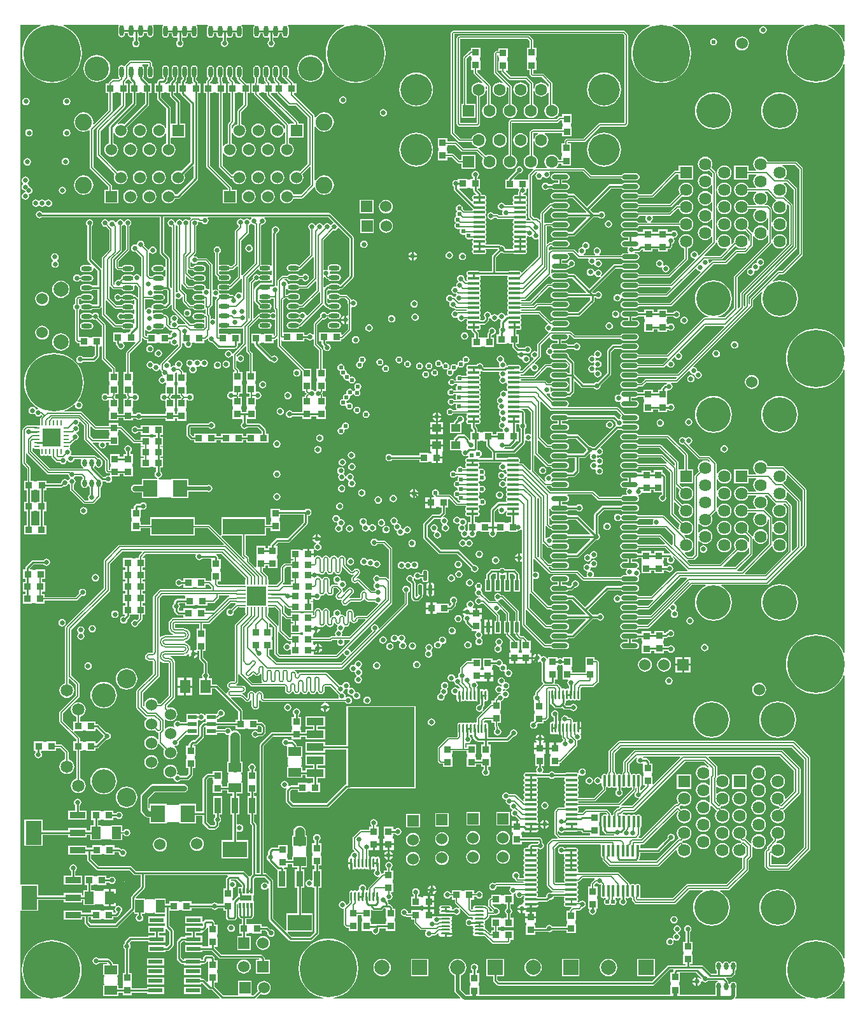
<source format=gbl>
G04*
G04 #@! TF.GenerationSoftware,Altium Limited,Altium Designer,20.1.8 (145)*
G04*
G04 Layer_Physical_Order=6*
G04 Layer_Color=16711680*
%FSLAX25Y25*%
%MOIN*%
G70*
G04*
G04 #@! TF.SameCoordinates,B2AC8D30-3016-4A67-80AC-21C0F90DA472*
G04*
G04*
G04 #@! TF.FilePolarity,Positive*
G04*
G01*
G75*
%ADD14C,0.01000*%
%ADD17C,0.00600*%
%ADD74R,0.03740X0.03740*%
%ADD75R,0.03740X0.03740*%
%ADD82R,0.04528X0.06693*%
%ADD85R,0.06693X0.04528*%
%ADD86O,0.06299X0.01575*%
%ADD87O,0.02362X0.05709*%
%ADD88O,0.00984X0.03150*%
%ADD89O,0.03150X0.00984*%
%ADD95O,0.02362X0.03937*%
%ADD107C,0.02000*%
%ADD108C,0.03000*%
%ADD109C,0.00800*%
%ADD110C,0.07874*%
%ADD111R,0.07874X0.07874*%
%ADD112C,0.16535*%
%ADD113C,0.06000*%
%ADD114R,0.06000X0.06000*%
%ADD115R,0.06000X0.06000*%
%ADD116C,0.06400*%
%ADD117R,0.06400X0.06400*%
%ADD118C,0.18000*%
%ADD119C,0.06500*%
%ADD120C,0.12600*%
%ADD121C,0.10000*%
%ADD122C,0.12795*%
%ADD123C,0.08858*%
%ADD124C,0.06299*%
%ADD125R,0.06299X0.06299*%
%ADD126C,0.03000*%
%ADD127C,0.30000*%
%ADD128C,0.02600*%
%ADD129C,0.02400*%
%ADD130C,0.01968*%
%ADD132C,0.05000*%
%ADD133R,0.05512X0.07165*%
%ADD134R,0.07500X0.09000*%
%ADD135R,0.07756X0.02362*%
%ADD136O,0.00984X0.03347*%
%ADD137O,0.03347X0.00984*%
%ADD138R,0.09843X0.09843*%
%ADD139R,0.04724X0.02362*%
G04:AMPARAMS|DCode=140|XSize=50.79mil|YSize=19.68mil|CornerRadius=4.92mil|HoleSize=0mil|Usage=FLASHONLY|Rotation=90.000|XOffset=0mil|YOffset=0mil|HoleType=Round|Shape=RoundedRectangle|*
%AMROUNDEDRECTD140*
21,1,0.05079,0.00984,0,0,90.0*
21,1,0.04095,0.01968,0,0,90.0*
1,1,0.00984,0.00492,0.02047*
1,1,0.00984,0.00492,-0.02047*
1,1,0.00984,-0.00492,-0.02047*
1,1,0.00984,-0.00492,0.02047*
%
%ADD140ROUNDEDRECTD140*%
%ADD141R,0.04700X0.04300*%
%ADD142R,0.06299X0.02717*%
%ADD143R,0.01181X0.03150*%
%ADD144R,0.09000X0.04200*%
%ADD145R,0.35000X0.42000*%
%ADD146R,0.03543X0.08465*%
%ADD147R,0.12598X0.08465*%
%ADD148O,0.01000X0.05315*%
%ADD149O,0.05315X0.01000*%
%ADD150O,0.05709X0.02362*%
%ADD151R,0.09646X0.09646*%
%ADD152R,0.08465X0.12598*%
%ADD153R,0.08465X0.03543*%
%ADD154R,0.22047X0.08268*%
%ADD155R,0.02100X0.05600*%
%ADD156O,0.08661X0.02362*%
%ADD157O,0.01575X0.06299*%
G36*
X548981Y590291D02*
X548481Y590191D01*
X548037Y591262D01*
X546754Y593355D01*
X545159Y595223D01*
X543292Y596817D01*
X541199Y598100D01*
X540257Y598490D01*
X540355Y598981D01*
X548981D01*
Y590291D01*
D02*
G37*
G36*
X527932Y598490D02*
X526990Y598100D01*
X524897Y596817D01*
X523030Y595223D01*
X521435Y593355D01*
X520152Y591262D01*
X519212Y588993D01*
X518639Y586605D01*
X518446Y584158D01*
X518639Y581710D01*
X519212Y579322D01*
X520152Y577053D01*
X521435Y574960D01*
X523030Y573093D01*
X524897Y571498D01*
X526990Y570215D01*
X529259Y569275D01*
X531647Y568702D01*
X534094Y568509D01*
X536542Y568702D01*
X538930Y569275D01*
X541199Y570215D01*
X543292Y571498D01*
X545159Y573093D01*
X546754Y574960D01*
X548037Y577053D01*
X548481Y578124D01*
X548981Y578024D01*
Y430105D01*
X548481Y430006D01*
X547943Y431304D01*
X546660Y433398D01*
X545065Y435265D01*
X543198Y436860D01*
X541104Y438143D01*
X538836Y439082D01*
X536448Y439656D01*
X534000Y439848D01*
X531552Y439656D01*
X529164Y439082D01*
X526896Y438143D01*
X524802Y436860D01*
X522935Y435265D01*
X521340Y433398D01*
X520057Y431304D01*
X519118Y429036D01*
X518544Y426648D01*
X518352Y424200D01*
X518544Y421752D01*
X519118Y419364D01*
X520057Y417096D01*
X521340Y415002D01*
X522935Y413135D01*
X524802Y411540D01*
X526896Y410257D01*
X529164Y409318D01*
X531552Y408744D01*
X534000Y408552D01*
X536448Y408744D01*
X538836Y409318D01*
X541104Y410257D01*
X543198Y411540D01*
X545065Y413135D01*
X546660Y415002D01*
X547943Y417096D01*
X548481Y418394D01*
X548981Y418295D01*
Y270105D01*
X548481Y270006D01*
X547943Y271304D01*
X546660Y273398D01*
X545065Y275265D01*
X543198Y276860D01*
X541104Y278143D01*
X538836Y279082D01*
X536448Y279656D01*
X534000Y279848D01*
X531552Y279656D01*
X529164Y279082D01*
X526896Y278143D01*
X524802Y276860D01*
X522935Y275265D01*
X521340Y273398D01*
X520057Y271304D01*
X519118Y269036D01*
X518544Y266648D01*
X518352Y264200D01*
X518544Y261752D01*
X519118Y259364D01*
X520057Y257096D01*
X521340Y255002D01*
X522935Y253135D01*
X524802Y251540D01*
X526896Y250257D01*
X529164Y249318D01*
X531552Y248744D01*
X534000Y248552D01*
X536448Y248744D01*
X538836Y249318D01*
X541104Y250257D01*
X543198Y251540D01*
X545065Y253135D01*
X546660Y255002D01*
X547943Y257096D01*
X548481Y258394D01*
X548981Y258295D01*
Y110105D01*
X548481Y110006D01*
X547943Y111304D01*
X546660Y113398D01*
X545065Y115265D01*
X543198Y116860D01*
X541104Y118143D01*
X538836Y119082D01*
X536448Y119656D01*
X534000Y119848D01*
X531552Y119656D01*
X529164Y119082D01*
X526896Y118143D01*
X524802Y116860D01*
X522935Y115265D01*
X521340Y113398D01*
X520057Y111304D01*
X519118Y109036D01*
X518544Y106648D01*
X518352Y104200D01*
X518544Y101752D01*
X519118Y99364D01*
X520057Y97096D01*
X521340Y95002D01*
X522935Y93135D01*
X524802Y91540D01*
X526896Y90257D01*
X528677Y89520D01*
X528578Y89020D01*
X491980D01*
X491865Y89298D01*
X491816Y89520D01*
X492147Y90016D01*
X492272Y90640D01*
Y93833D01*
X492318Y93903D01*
X492456Y94598D01*
Y96172D01*
X492318Y96867D01*
X491924Y97457D01*
X491335Y97850D01*
X490640Y97988D01*
X489945Y97850D01*
X489356Y97457D01*
X489048Y96995D01*
X488944Y96967D01*
X488596D01*
X488492Y96995D01*
X488184Y97457D01*
X488022Y97565D01*
Y98100D01*
X488022Y98100D01*
X487936Y98529D01*
X487693Y98893D01*
X487693Y98893D01*
X486970Y99616D01*
X487161Y100078D01*
X489413D01*
X489413Y100078D01*
X489843Y100164D01*
X490206Y100407D01*
X491433Y101634D01*
X491433Y101634D01*
X491676Y101998D01*
X491762Y102427D01*
X491762Y102427D01*
Y103835D01*
X491924Y103944D01*
X492318Y104533D01*
X492456Y105228D01*
Y106802D01*
X492318Y107497D01*
X491924Y108087D01*
X491335Y108480D01*
X490640Y108618D01*
X489945Y108480D01*
X489356Y108087D01*
X489048Y107625D01*
X488944Y107597D01*
X488596D01*
X488492Y107625D01*
X488184Y108087D01*
X487595Y108480D01*
X486900Y108618D01*
X486205Y108480D01*
X485616Y108087D01*
X485308Y107625D01*
X485204Y107597D01*
X484856D01*
X484752Y107625D01*
X484444Y108087D01*
X483855Y108480D01*
X483160Y108618D01*
X482465Y108480D01*
X481876Y108087D01*
X481482Y107497D01*
X481344Y106802D01*
Y105228D01*
X481482Y104533D01*
X481876Y103944D01*
X482038Y103835D01*
Y102322D01*
X479034D01*
X475062Y106293D01*
X474698Y106536D01*
X474269Y106622D01*
X474269Y106622D01*
X468022D01*
Y107283D01*
X469370D01*
Y112224D01*
X469184D01*
X469124Y112313D01*
Y113887D01*
X469184Y113976D01*
X469370D01*
Y118916D01*
X468022D01*
Y124041D01*
X468270Y124207D01*
X468690Y124836D01*
X468837Y125577D01*
X468690Y126319D01*
X468270Y126947D01*
X467641Y127367D01*
X466900Y127514D01*
X466159Y127367D01*
X465530Y126947D01*
X465110Y126319D01*
X464963Y125577D01*
X465110Y124836D01*
X465530Y124207D01*
X465778Y124041D01*
Y118916D01*
X464430D01*
Y113976D01*
X464616D01*
X464676Y113887D01*
Y112313D01*
X464616Y112224D01*
X464430D01*
Y107283D01*
X465778D01*
Y106622D01*
X457000D01*
X456571Y106536D01*
X456207Y106293D01*
X456207Y106293D01*
X448135Y98222D01*
X368065D01*
X367207Y99080D01*
Y100863D01*
X370622D01*
Y109937D01*
X361548D01*
Y100863D01*
X364964D01*
Y98615D01*
X364963Y98615D01*
X365049Y98186D01*
X365292Y97822D01*
X366807Y96307D01*
X366807Y96307D01*
X367171Y96064D01*
X367600Y95978D01*
X448600D01*
X448600Y95978D01*
X449029Y96064D01*
X449393Y96307D01*
X457465Y104378D01*
X459319D01*
X459408Y104163D01*
X459477Y103878D01*
X459264Y103560D01*
X459178Y103131D01*
X458833Y102816D01*
X457830D01*
Y97876D01*
X458016D01*
X458076Y97787D01*
Y96213D01*
X458016Y96124D01*
X457830D01*
Y91231D01*
X357670D01*
Y95724D01*
X357484D01*
X357424Y95813D01*
Y97387D01*
X357484Y97476D01*
X357670D01*
Y102417D01*
X356322D01*
Y103864D01*
X356570Y104030D01*
X356990Y104659D01*
X357137Y105400D01*
X356990Y106141D01*
X356570Y106770D01*
X355941Y107190D01*
X355200Y107337D01*
X354459Y107190D01*
X353830Y106770D01*
X353410Y106141D01*
X353263Y105400D01*
X353410Y104659D01*
X353830Y104030D01*
X354079Y103864D01*
Y102417D01*
X352730D01*
Y97476D01*
X352916D01*
X352976Y97387D01*
Y95813D01*
X352916Y95724D01*
X352730D01*
Y91231D01*
X350676D01*
X348031Y93876D01*
Y101165D01*
X348688Y101437D01*
X349636Y102164D01*
X350363Y103112D01*
X350820Y104216D01*
X350976Y105400D01*
X350820Y106584D01*
X350363Y107688D01*
X349636Y108636D01*
X348688Y109363D01*
X347584Y109820D01*
X346400Y109976D01*
X345216Y109820D01*
X344112Y109363D01*
X343164Y108636D01*
X342437Y107688D01*
X341980Y106584D01*
X341824Y105400D01*
X341980Y104216D01*
X342437Y103112D01*
X343164Y102164D01*
X344112Y101437D01*
X344769Y101165D01*
Y93200D01*
X344893Y92576D01*
X345247Y92046D01*
X347811Y89482D01*
X347620Y89020D01*
X281520D01*
X281461Y89520D01*
X283536Y90018D01*
X285804Y90957D01*
X287898Y92240D01*
X289765Y93835D01*
X291360Y95702D01*
X292643Y97796D01*
X293582Y100064D01*
X294156Y102452D01*
X294348Y104900D01*
X294156Y107348D01*
X293582Y109736D01*
X292643Y112004D01*
X291360Y114098D01*
X289765Y115965D01*
X287898Y117560D01*
X285804Y118843D01*
X283536Y119782D01*
X281148Y120356D01*
X278700Y120548D01*
X276252Y120356D01*
X273864Y119782D01*
X271596Y118843D01*
X269502Y117560D01*
X267635Y115965D01*
X266040Y114098D01*
X264757Y112004D01*
X263818Y109736D01*
X263244Y107348D01*
X263052Y104900D01*
X263244Y102452D01*
X263818Y100064D01*
X264757Y97796D01*
X266040Y95702D01*
X267635Y93835D01*
X269502Y92240D01*
X271596Y90957D01*
X273864Y90018D01*
X275939Y89520D01*
X275880Y89020D01*
X241359D01*
X241168Y89482D01*
X243266Y91580D01*
X243960Y91293D01*
X244900Y91169D01*
X245840Y91293D01*
X246715Y91655D01*
X247467Y92232D01*
X248045Y92984D01*
X248407Y93860D01*
X248531Y94800D01*
X248407Y95740D01*
X248045Y96615D01*
X247467Y97368D01*
X246715Y97945D01*
X245840Y98307D01*
X244900Y98431D01*
X243960Y98307D01*
X243085Y97945D01*
X242333Y97368D01*
X241755Y96615D01*
X241393Y95740D01*
X241269Y94800D01*
X241393Y93860D01*
X241680Y93166D01*
X239338Y90824D01*
X238799D01*
X238500Y91200D01*
X238500Y91324D01*
Y98400D01*
X231300D01*
Y91324D01*
X231300Y91200D01*
X231001Y90824D01*
X223634D01*
X219191Y95267D01*
Y97584D01*
X220570D01*
Y102524D01*
X220384D01*
X220324Y102613D01*
Y104187D01*
X220384Y104276D01*
X220570D01*
Y109216D01*
X219221D01*
Y110255D01*
X219136Y110684D01*
X218893Y111048D01*
X218893Y111048D01*
X218307Y111634D01*
X217943Y111877D01*
X217514Y111962D01*
X217514Y111962D01*
X214670D01*
X214241Y111877D01*
X213877Y111634D01*
X213877Y111634D01*
X213291Y111048D01*
X213048Y110684D01*
X212963Y110255D01*
X212963Y110255D01*
Y109522D01*
X212102D01*
Y110181D01*
X203147D01*
Y109522D01*
X202565D01*
X201534Y110552D01*
Y118261D01*
X202452Y119178D01*
X203747D01*
Y118519D01*
X212702D01*
Y122081D01*
X209346D01*
Y123519D01*
X212702D01*
Y123937D01*
X213017Y124282D01*
X213446Y124368D01*
X213810Y124611D01*
X214877Y125679D01*
X215121Y126042D01*
X215130Y126090D01*
X215630Y126040D01*
Y122976D01*
X215816D01*
X215876Y122887D01*
Y121313D01*
X215816Y121224D01*
X215630D01*
Y116422D01*
X212702D01*
Y117081D01*
X203747D01*
Y113519D01*
X212702D01*
Y114178D01*
X217635D01*
X221407Y110407D01*
X221407Y110407D01*
X221771Y110164D01*
X222200Y110078D01*
X222200Y110078D01*
X242334D01*
X242386Y110000D01*
X242119Y109500D01*
X240800D01*
Y102300D01*
X248000D01*
Y109500D01*
X245521D01*
Y110028D01*
X245436Y110458D01*
X245193Y110821D01*
X245193Y110821D01*
X244022Y111993D01*
X243658Y112236D01*
X243229Y112322D01*
X243228Y112322D01*
X222665D01*
X219221Y115765D01*
Y116284D01*
X220570D01*
Y121224D01*
X220384D01*
X220324Y121313D01*
Y122887D01*
X220384Y122976D01*
X220570D01*
Y127917D01*
X219221D01*
Y128728D01*
X219136Y129158D01*
X218893Y129522D01*
X218893Y129522D01*
X218307Y130107D01*
X217943Y130350D01*
X217514Y130436D01*
X217514Y130436D01*
X214670D01*
X214241Y130350D01*
X213877Y130107D01*
X213877Y130107D01*
X213291Y129522D01*
X213202Y129388D01*
X212702Y129540D01*
Y132081D01*
X203747D01*
Y128519D01*
X212463D01*
X212702Y128519D01*
X212963Y128127D01*
Y127473D01*
X212702Y127081D01*
X203747D01*
Y123519D01*
X207103D01*
Y122081D01*
X203747D01*
Y121422D01*
X201987D01*
X201558Y121336D01*
X201194Y121093D01*
X201194Y121093D01*
X199619Y119518D01*
X199376Y119154D01*
X199291Y118725D01*
X199291Y118725D01*
Y110087D01*
X199291Y110087D01*
X199376Y109658D01*
X199619Y109294D01*
X201307Y107607D01*
X201307Y107607D01*
X201671Y107364D01*
X202100Y107278D01*
X203147D01*
Y106619D01*
X212102D01*
Y107278D01*
X213498D01*
X213498Y107278D01*
X213928Y107364D01*
X214292Y107607D01*
X214877Y108193D01*
X214877Y108193D01*
X215121Y108557D01*
X215130Y108604D01*
X215630Y108555D01*
Y104276D01*
X215816D01*
X215876Y104187D01*
Y102613D01*
X215816Y102524D01*
X215630D01*
Y98049D01*
X215130Y97842D01*
X213810Y99163D01*
X213446Y99406D01*
X213017Y99491D01*
X213017Y99491D01*
X212102D01*
Y100181D01*
X203147D01*
Y96619D01*
X212102D01*
Y97126D01*
X212602Y97198D01*
X215791Y94009D01*
X215791Y94009D01*
X216155Y93766D01*
X216584Y93681D01*
X217605D01*
X221804Y89482D01*
X221613Y89020D01*
X139464D01*
X139364Y89520D01*
X140904Y90157D01*
X142998Y91440D01*
X144865Y93035D01*
X146460Y94902D01*
X147743Y96996D01*
X148682Y99264D01*
X149256Y101652D01*
X149448Y104100D01*
X149256Y106548D01*
X148682Y108936D01*
X147743Y111204D01*
X146460Y113298D01*
X144865Y115165D01*
X142998Y116760D01*
X140904Y118043D01*
X138636Y118982D01*
X136248Y119556D01*
X133800Y119748D01*
X131352Y119556D01*
X128964Y118982D01*
X126696Y118043D01*
X124602Y116760D01*
X122735Y115165D01*
X121140Y113298D01*
X119857Y111204D01*
X118918Y108936D01*
X118344Y106548D01*
X118152Y104100D01*
X118344Y101652D01*
X118918Y99264D01*
X119857Y96996D01*
X121140Y94902D01*
X122735Y93035D01*
X124602Y91440D01*
X126696Y90157D01*
X128236Y89520D01*
X128136Y89020D01*
X117519D01*
Y135101D01*
X126832D01*
Y140878D01*
X140199D01*
Y139628D01*
X149864D01*
Y140878D01*
X150510D01*
Y138054D01*
X156238D01*
Y138526D01*
X156738Y138626D01*
X156753Y138588D01*
X157213Y138398D01*
X160362D01*
X160437Y138429D01*
X160937Y138095D01*
Y137654D01*
X163701D01*
Y142000D01*
Y146346D01*
X160937D01*
Y145905D01*
X160437Y145571D01*
X160362Y145602D01*
X157213D01*
X156753Y145412D01*
X156738Y145374D01*
X156238Y145474D01*
Y145947D01*
X154496D01*
Y148585D01*
X155844D01*
Y148771D01*
X155933Y148831D01*
X157508D01*
X157597Y148771D01*
Y148585D01*
X162537D01*
Y149934D01*
X163864D01*
X164030Y149685D01*
X164659Y149265D01*
X165400Y149118D01*
X166141Y149265D01*
X166770Y149685D01*
X167190Y150314D01*
X167337Y151055D01*
X167190Y151796D01*
X166770Y152425D01*
X166141Y152845D01*
X165400Y152992D01*
X164659Y152845D01*
X164030Y152425D01*
X163864Y152177D01*
X162537D01*
Y153525D01*
X157597D01*
Y153339D01*
X157508Y153279D01*
X155933D01*
X155844Y153339D01*
Y153525D01*
X150904D01*
Y148585D01*
X152252D01*
Y145947D01*
X150510D01*
Y143122D01*
X149864D01*
Y144372D01*
X140199D01*
Y143122D01*
X126832D01*
Y148899D01*
X117519D01*
Y598981D01*
X128095D01*
X128194Y598481D01*
X126896Y597943D01*
X124802Y596660D01*
X122935Y595065D01*
X121340Y593198D01*
X120057Y591104D01*
X119118Y588836D01*
X118544Y586448D01*
X118352Y584000D01*
X118544Y581552D01*
X119118Y579164D01*
X120057Y576896D01*
X121340Y574802D01*
X122935Y572935D01*
X124802Y571340D01*
X126896Y570057D01*
X129164Y569118D01*
X131552Y568544D01*
X134000Y568352D01*
X136448Y568544D01*
X138836Y569118D01*
X141104Y570057D01*
X143198Y571340D01*
X145065Y572935D01*
X146660Y574802D01*
X147943Y576896D01*
X148882Y579164D01*
X149456Y581552D01*
X149648Y584000D01*
X149456Y586448D01*
X148882Y588836D01*
X147943Y591104D01*
X146660Y593198D01*
X145065Y595065D01*
X143198Y596660D01*
X141104Y597943D01*
X139806Y598481D01*
X139905Y598981D01*
X168726D01*
X168979Y598481D01*
X168722Y598097D01*
X168584Y597402D01*
Y594055D01*
X168722Y593360D01*
X169116Y592771D01*
X169705Y592377D01*
X170400Y592239D01*
X171095Y592377D01*
X171684Y592771D01*
X172078Y593360D01*
X172216Y594055D01*
Y594607D01*
X173584D01*
Y594055D01*
X173722Y593360D01*
X174116Y592771D01*
X174705Y592377D01*
X175400Y592239D01*
X176095Y592377D01*
X176278Y592500D01*
X176778Y592233D01*
Y590636D01*
X176530Y590470D01*
X176110Y589841D01*
X175963Y589100D01*
X176110Y588359D01*
X176530Y587730D01*
X177159Y587310D01*
X177900Y587163D01*
X178641Y587310D01*
X179270Y587730D01*
X179690Y588359D01*
X179837Y589100D01*
X179690Y589841D01*
X179270Y590470D01*
X179022Y590636D01*
Y592233D01*
X179522Y592500D01*
X179705Y592377D01*
X180400Y592239D01*
X181095Y592377D01*
X181684Y592771D01*
X182078Y593360D01*
X182216Y594055D01*
Y594607D01*
X183584D01*
Y594055D01*
X183722Y593360D01*
X184116Y592771D01*
X184705Y592377D01*
X185400Y592239D01*
X186095Y592377D01*
X186684Y592771D01*
X187078Y593360D01*
X187216Y594055D01*
Y597402D01*
X187078Y598097D01*
X186821Y598481D01*
X187074Y598981D01*
X191956D01*
X192116Y598486D01*
X191722Y597896D01*
X191584Y597202D01*
Y593855D01*
X191722Y593160D01*
X192116Y592571D01*
X192705Y592177D01*
X193400Y592039D01*
X194095Y592177D01*
X194684Y592571D01*
X195078Y593160D01*
X195216Y593855D01*
Y594407D01*
X196584D01*
Y593855D01*
X196722Y593160D01*
X197116Y592571D01*
X197705Y592177D01*
X198400Y592039D01*
X199095Y592177D01*
X199278Y592300D01*
X199778Y592033D01*
Y590636D01*
X199530Y590470D01*
X199110Y589841D01*
X198963Y589100D01*
X199110Y588359D01*
X199530Y587730D01*
X200159Y587310D01*
X200900Y587163D01*
X201641Y587310D01*
X202270Y587730D01*
X202690Y588359D01*
X202837Y589100D01*
X202690Y589841D01*
X202270Y590470D01*
X202022Y590636D01*
Y592033D01*
X202522Y592300D01*
X202705Y592177D01*
X203400Y592039D01*
X204095Y592177D01*
X204684Y592571D01*
X205078Y593160D01*
X205216Y593855D01*
Y594407D01*
X206584D01*
Y593855D01*
X206722Y593160D01*
X207116Y592571D01*
X207705Y592177D01*
X208400Y592039D01*
X209095Y592177D01*
X209684Y592571D01*
X210078Y593160D01*
X210216Y593855D01*
Y597202D01*
X210078Y597896D01*
X209684Y598486D01*
X209844Y598981D01*
X215456D01*
X215616Y598486D01*
X215222Y597896D01*
X215084Y597202D01*
Y593855D01*
X215222Y593160D01*
X215616Y592571D01*
X216205Y592177D01*
X216900Y592039D01*
X217595Y592177D01*
X218184Y592571D01*
X218578Y593160D01*
X218716Y593855D01*
Y594407D01*
X220084D01*
Y593855D01*
X220222Y593160D01*
X220616Y592571D01*
X221205Y592177D01*
X221900Y592039D01*
X222595Y592177D01*
X222779Y592300D01*
X223278Y592033D01*
Y590802D01*
X222930Y590570D01*
X222510Y589941D01*
X222363Y589200D01*
X222510Y588459D01*
X222930Y587830D01*
X223559Y587410D01*
X224300Y587263D01*
X225041Y587410D01*
X225670Y587830D01*
X226090Y588459D01*
X226237Y589200D01*
X226090Y589941D01*
X225670Y590570D01*
X225521Y590669D01*
Y592033D01*
X226022Y592300D01*
X226205Y592177D01*
X226900Y592039D01*
X227595Y592177D01*
X228184Y592571D01*
X228578Y593160D01*
X228716Y593855D01*
Y594407D01*
X230084D01*
Y593855D01*
X230222Y593160D01*
X230616Y592571D01*
X231205Y592177D01*
X231900Y592039D01*
X232595Y592177D01*
X233184Y592571D01*
X233578Y593160D01*
X233716Y593855D01*
Y597202D01*
X233578Y597896D01*
X233184Y598486D01*
X233344Y598981D01*
X239756D01*
X239916Y598486D01*
X239522Y597896D01*
X239384Y597202D01*
Y593855D01*
X239522Y593160D01*
X239916Y592571D01*
X240505Y592177D01*
X241200Y592039D01*
X241895Y592177D01*
X242484Y592571D01*
X242878Y593160D01*
X243016Y593855D01*
Y594407D01*
X244384D01*
Y593855D01*
X244522Y593160D01*
X244916Y592571D01*
X245505Y592177D01*
X246200Y592039D01*
X246895Y592177D01*
X247078Y592300D01*
X247579Y592033D01*
Y590636D01*
X247330Y590470D01*
X246910Y589841D01*
X246763Y589100D01*
X246910Y588359D01*
X247330Y587730D01*
X247959Y587310D01*
X248700Y587163D01*
X249441Y587310D01*
X250070Y587730D01*
X250490Y588359D01*
X250637Y589100D01*
X250490Y589841D01*
X250070Y590470D01*
X249821Y590636D01*
Y592033D01*
X250322Y592300D01*
X250505Y592177D01*
X251200Y592039D01*
X251895Y592177D01*
X252484Y592571D01*
X252878Y593160D01*
X253016Y593855D01*
Y594407D01*
X254384D01*
Y593855D01*
X254522Y593160D01*
X254916Y592571D01*
X255505Y592177D01*
X256200Y592039D01*
X256895Y592177D01*
X257484Y592571D01*
X257878Y593160D01*
X258016Y593855D01*
Y597202D01*
X257878Y597896D01*
X257484Y598486D01*
X257644Y598981D01*
X287095D01*
X287194Y598481D01*
X285896Y597943D01*
X283802Y596660D01*
X281935Y595065D01*
X280340Y593198D01*
X279057Y591104D01*
X278118Y588836D01*
X277544Y586448D01*
X277352Y584000D01*
X277544Y581552D01*
X278118Y579164D01*
X279057Y576896D01*
X280340Y574802D01*
X281935Y572935D01*
X283802Y571340D01*
X285896Y570057D01*
X288164Y569118D01*
X290552Y568544D01*
X293000Y568352D01*
X295448Y568544D01*
X297836Y569118D01*
X300104Y570057D01*
X302198Y571340D01*
X304065Y572935D01*
X305660Y574802D01*
X306943Y576896D01*
X307882Y579164D01*
X308456Y581552D01*
X308648Y584000D01*
X308456Y586448D01*
X307882Y588836D01*
X306943Y591104D01*
X305660Y593198D01*
X304065Y595065D01*
X302198Y596660D01*
X300104Y597943D01*
X298806Y598481D01*
X298905Y598981D01*
X447095D01*
X447194Y598481D01*
X445896Y597943D01*
X443802Y596660D01*
X441935Y595065D01*
X440340Y593198D01*
X439057Y591104D01*
X438118Y588836D01*
X437544Y586448D01*
X437352Y584000D01*
X437544Y581552D01*
X438118Y579164D01*
X439057Y576896D01*
X440340Y574802D01*
X441935Y572935D01*
X443802Y571340D01*
X445896Y570057D01*
X448164Y569118D01*
X450552Y568544D01*
X453000Y568352D01*
X455448Y568544D01*
X457836Y569118D01*
X460104Y570057D01*
X462198Y571340D01*
X464065Y572935D01*
X465660Y574802D01*
X466943Y576896D01*
X467882Y579164D01*
X468456Y581552D01*
X468648Y584000D01*
X468456Y586448D01*
X467882Y588836D01*
X466943Y591104D01*
X465660Y593198D01*
X464065Y595065D01*
X462198Y596660D01*
X460104Y597943D01*
X458806Y598481D01*
X458905Y598981D01*
X527834D01*
X527932Y598490D01*
D02*
G37*
G36*
X474017Y99897D02*
X473966Y99599D01*
X473440Y99487D01*
X473258Y99758D01*
X472497Y100267D01*
X472100Y100346D01*
Y98100D01*
Y95854D01*
X472497Y95934D01*
X473258Y96442D01*
X473767Y97203D01*
X473945Y98100D01*
X473901Y98321D01*
X474372Y98517D01*
X474630Y98130D01*
X475259Y97710D01*
X476000Y97563D01*
X476741Y97710D01*
X477370Y98130D01*
X477536Y98378D01*
X482558D01*
X482607Y97878D01*
X482465Y97850D01*
X481876Y97457D01*
X481482Y96867D01*
X481344Y96172D01*
Y94598D01*
X481482Y93903D01*
X481529Y93833D01*
Y91231D01*
X462770D01*
Y96124D01*
X462584D01*
X462524Y96213D01*
Y97787D01*
X462584Y97876D01*
X462770D01*
Y102778D01*
X471135D01*
X474017Y99897D01*
D02*
G37*
G36*
X548981Y98295D02*
Y89020D01*
X539423D01*
X539323Y89520D01*
X541104Y90257D01*
X543198Y91540D01*
X545065Y93135D01*
X546660Y95002D01*
X547943Y97096D01*
X548481Y98394D01*
X548981Y98295D01*
D02*
G37*
%LPC*%
G36*
X506300Y598137D02*
X505559Y597990D01*
X504930Y597570D01*
X504510Y596941D01*
X504363Y596200D01*
X504510Y595459D01*
X504930Y594830D01*
X505559Y594410D01*
X506300Y594263D01*
X507041Y594410D01*
X507670Y594830D01*
X508090Y595459D01*
X508237Y596200D01*
X508090Y596941D01*
X507670Y597570D01*
X507041Y597990D01*
X506300Y598137D01*
D02*
G37*
G36*
X480500Y591741D02*
X479798Y591601D01*
X479202Y591203D01*
X478804Y590608D01*
X478665Y589906D01*
X478804Y589203D01*
X479202Y588608D01*
X479798Y588210D01*
X480500Y588070D01*
X481202Y588210D01*
X481798Y588608D01*
X482196Y589203D01*
X482335Y589906D01*
X482196Y590608D01*
X481798Y591203D01*
X481202Y591601D01*
X480500Y591741D01*
D02*
G37*
G36*
X495300Y592731D02*
X494360Y592607D01*
X493484Y592245D01*
X492732Y591668D01*
X492155Y590915D01*
X491793Y590040D01*
X491669Y589100D01*
X491793Y588160D01*
X492155Y587285D01*
X492732Y586532D01*
X493484Y585955D01*
X494360Y585593D01*
X495300Y585469D01*
X496240Y585593D01*
X497116Y585955D01*
X497868Y586532D01*
X498445Y587285D01*
X498807Y588160D01*
X498931Y589100D01*
X498807Y590040D01*
X498445Y590915D01*
X497868Y591668D01*
X497116Y592245D01*
X496240Y592607D01*
X495300Y592731D01*
D02*
G37*
G36*
X185048Y580120D02*
X175100D01*
X174710Y580042D01*
X174379Y579821D01*
X172379Y577821D01*
X172158Y577490D01*
X172147Y577436D01*
X171947Y577347D01*
X171607Y577281D01*
X171095Y577623D01*
X170400Y577761D01*
X169705Y577623D01*
X169116Y577229D01*
X168722Y576640D01*
X168584Y575945D01*
Y572598D01*
X168722Y571904D01*
X169116Y571314D01*
X169068Y570745D01*
X168743Y570420D01*
X165900D01*
X165510Y570342D01*
X165179Y570121D01*
X163833Y568775D01*
X163612Y568444D01*
X163537Y568070D01*
X162083D01*
Y563130D01*
X163534D01*
Y554276D01*
X155898Y546640D01*
X155424Y546873D01*
X155572Y548000D01*
X155400Y549313D01*
X154893Y550536D01*
X154087Y551587D01*
X153036Y552393D01*
X151813Y552900D01*
X150500Y553073D01*
X149187Y552900D01*
X147964Y552393D01*
X146913Y551587D01*
X146107Y550536D01*
X145600Y549313D01*
X145428Y548000D01*
X145600Y546687D01*
X146107Y545464D01*
X146913Y544413D01*
X147964Y543607D01*
X149187Y543100D01*
X150500Y542928D01*
X151813Y543100D01*
X153036Y543607D01*
X153280Y543794D01*
X153780Y543548D01*
Y524100D01*
X153858Y523710D01*
X154079Y523379D01*
X163480Y513978D01*
Y512600D01*
X161400D01*
Y505400D01*
X168600D01*
Y512600D01*
X165520D01*
Y514400D01*
X165442Y514790D01*
X165221Y515121D01*
X155820Y524522D01*
Y543678D01*
X165275Y553133D01*
X165496Y553463D01*
X165573Y553854D01*
Y563130D01*
X167024D01*
Y563316D01*
X167113Y563376D01*
X168687D01*
X168776Y563316D01*
Y563130D01*
X170227D01*
Y557069D01*
X157579Y544421D01*
X157358Y544090D01*
X157280Y543700D01*
Y530700D01*
X157358Y530310D01*
X157579Y529979D01*
X166822Y520736D01*
X166493Y519940D01*
X166369Y519000D01*
X166493Y518060D01*
X166855Y517184D01*
X167432Y516432D01*
X168184Y515855D01*
X169060Y515493D01*
X170000Y515369D01*
X170940Y515493D01*
X171816Y515855D01*
X172568Y516432D01*
X173145Y517184D01*
X173507Y518060D01*
X173631Y519000D01*
X173507Y519940D01*
X173145Y520816D01*
X172568Y521568D01*
X171816Y522145D01*
X170940Y522507D01*
X170000Y522631D01*
X169060Y522507D01*
X168264Y522178D01*
X159320Y531122D01*
Y543278D01*
X171967Y555926D01*
X172188Y556256D01*
X172266Y556646D01*
Y563130D01*
X173716D01*
Y568070D01*
X172266D01*
Y568796D01*
X173805Y570336D01*
X173883Y570336D01*
X174337Y570224D01*
X174364Y570091D01*
X174607Y569728D01*
X175765Y568570D01*
X175557Y568070D01*
X174583D01*
Y563130D01*
X175932D01*
Y558018D01*
X164207Y546293D01*
X163964Y545929D01*
X163878Y545500D01*
X163878Y545500D01*
Y536932D01*
X163184Y536645D01*
X162432Y536068D01*
X161855Y535316D01*
X161493Y534440D01*
X161369Y533500D01*
X161493Y532560D01*
X161855Y531684D01*
X162432Y530932D01*
X163184Y530355D01*
X164060Y529993D01*
X165000Y529869D01*
X165940Y529993D01*
X166815Y530355D01*
X167568Y530932D01*
X168145Y531684D01*
X168507Y532560D01*
X168631Y533500D01*
X168507Y534440D01*
X168145Y535316D01*
X167568Y536068D01*
X166815Y536645D01*
X166122Y536932D01*
Y542150D01*
X166622Y542249D01*
X166855Y541684D01*
X167432Y540932D01*
X168184Y540355D01*
X169060Y539993D01*
X170000Y539869D01*
X170940Y539993D01*
X171816Y540355D01*
X172568Y540932D01*
X173145Y541684D01*
X173507Y542560D01*
X173631Y543500D01*
X173507Y544440D01*
X173220Y545134D01*
X184539Y556453D01*
X184783Y556817D01*
X184868Y557246D01*
X184868Y557246D01*
Y563130D01*
X186216D01*
Y568070D01*
X184763D01*
X184539Y568404D01*
X184539Y568405D01*
X181679Y571265D01*
X181684Y571314D01*
X182078Y571904D01*
X182216Y572598D01*
Y575945D01*
X182078Y576640D01*
X181684Y577229D01*
X181158Y577580D01*
X181160Y577825D01*
X181241Y578080D01*
X184380D01*
Y577406D01*
X184116Y577229D01*
X183722Y576640D01*
X183584Y575945D01*
Y572598D01*
X183722Y571904D01*
X184116Y571314D01*
X184705Y570921D01*
X185400Y570782D01*
X186095Y570921D01*
X186684Y571314D01*
X187078Y571904D01*
X187216Y572598D01*
Y575945D01*
X187078Y576640D01*
X186684Y577229D01*
X186420Y577406D01*
Y578749D01*
X186342Y579139D01*
X186121Y579469D01*
X185769Y579821D01*
X185439Y580042D01*
X185048Y580120D01*
D02*
G37*
G36*
X269500Y583034D02*
X268128Y582899D01*
X266808Y582498D01*
X265592Y581848D01*
X264526Y580974D01*
X263651Y579908D01*
X263001Y578692D01*
X262601Y577372D01*
X262466Y576000D01*
X262601Y574628D01*
X263001Y573308D01*
X263651Y572092D01*
X264526Y571026D01*
X265592Y570152D01*
X266808Y569502D01*
X268128Y569101D01*
X269500Y568966D01*
X270872Y569101D01*
X272192Y569502D01*
X273408Y570152D01*
X274474Y571026D01*
X275348Y572092D01*
X275998Y573308D01*
X276399Y574628D01*
X276534Y576000D01*
X276399Y577372D01*
X275998Y578692D01*
X275348Y579908D01*
X274474Y580974D01*
X273408Y581848D01*
X272192Y582498D01*
X270872Y582899D01*
X269500Y583034D01*
D02*
G37*
G36*
X157500D02*
X156128Y582899D01*
X154808Y582498D01*
X153592Y581848D01*
X152526Y580974D01*
X151652Y579908D01*
X151002Y578692D01*
X150601Y577372D01*
X150466Y576000D01*
X150601Y574628D01*
X151002Y573308D01*
X151652Y572092D01*
X152526Y571026D01*
X153592Y570152D01*
X154808Y569502D01*
X156128Y569101D01*
X157500Y568966D01*
X158872Y569101D01*
X160192Y569502D01*
X161408Y570152D01*
X162474Y571026D01*
X163348Y572092D01*
X163998Y573308D01*
X164399Y574628D01*
X164534Y576000D01*
X164399Y577372D01*
X163998Y578692D01*
X163348Y579908D01*
X162474Y580974D01*
X161408Y581848D01*
X160192Y582498D01*
X158872Y582899D01*
X157500Y583034D01*
D02*
G37*
G36*
X256200Y577561D02*
X255505Y577423D01*
X254916Y577029D01*
X254522Y576440D01*
X254384Y575745D01*
Y572398D01*
X254522Y571703D01*
X254916Y571114D01*
X255505Y570721D01*
X255582Y570705D01*
X255595Y570638D01*
X255816Y570307D01*
X257591Y568532D01*
X257400Y568070D01*
X257076D01*
Y567884D01*
X256987Y567824D01*
X255413D01*
X255324Y567884D01*
Y568070D01*
X253863D01*
X253796Y568409D01*
X253574Y568740D01*
X252220Y570094D01*
Y570938D01*
X252484Y571114D01*
X252878Y571703D01*
X253016Y572398D01*
Y575745D01*
X252878Y576440D01*
X252484Y577029D01*
X251895Y577423D01*
X251200Y577561D01*
X250505Y577423D01*
X249916Y577029D01*
X249522Y576440D01*
X249384Y575745D01*
Y572398D01*
X249522Y571703D01*
X249916Y571114D01*
X250180Y570938D01*
Y569672D01*
X250258Y569282D01*
X250479Y568951D01*
X250898Y568532D01*
X250707Y568070D01*
X250383Y568070D01*
X250016D01*
X249883Y568070D01*
X248566D01*
Y568326D01*
X248488Y568716D01*
X248267Y569047D01*
X247220Y570094D01*
Y570938D01*
X247484Y571114D01*
X247878Y571703D01*
X248016Y572398D01*
Y575745D01*
X247878Y576440D01*
X247484Y577029D01*
X246895Y577423D01*
X246200Y577561D01*
X245505Y577423D01*
X244916Y577029D01*
X244522Y576440D01*
X244384Y575745D01*
Y572398D01*
X244522Y571703D01*
X244916Y571114D01*
X245180Y570938D01*
Y569672D01*
X245258Y569282D01*
X245479Y568951D01*
X245898Y568532D01*
X245707Y568070D01*
X245076D01*
Y567884D01*
X244987Y567824D01*
X243413D01*
X243324Y567884D01*
Y568070D01*
X242556D01*
X242199Y568570D01*
X242220Y568672D01*
Y570938D01*
X242484Y571114D01*
X242878Y571703D01*
X243016Y572398D01*
Y575745D01*
X242878Y576440D01*
X242484Y577029D01*
X241895Y577423D01*
X241200Y577561D01*
X240505Y577423D01*
X239916Y577029D01*
X239522Y576440D01*
X239384Y575745D01*
Y572398D01*
X239522Y571703D01*
X239916Y571114D01*
X240180Y570938D01*
Y569095D01*
X240133Y569047D01*
X239912Y568716D01*
X239834Y568326D01*
Y568070D01*
X238384D01*
Y563130D01*
X239834D01*
Y562646D01*
X239912Y562256D01*
X240133Y561926D01*
X255980Y546078D01*
Y544544D01*
X255507Y544440D01*
X255145Y545316D01*
X254568Y546068D01*
X253816Y546645D01*
X252940Y547007D01*
X252000Y547131D01*
X251060Y547007D01*
X250184Y546645D01*
X249432Y546068D01*
X248855Y545316D01*
X248493Y544440D01*
X248369Y543500D01*
X248493Y542560D01*
X248855Y541684D01*
X249432Y540932D01*
X250184Y540355D01*
X251060Y539993D01*
X252000Y539869D01*
X252940Y539993D01*
X253816Y540355D01*
X254568Y540932D01*
X255145Y541684D01*
X255507Y542560D01*
X255980Y542456D01*
Y536974D01*
X255185Y536645D01*
X254433Y536068D01*
X253855Y535316D01*
X253493Y534440D01*
X253369Y533500D01*
X253493Y532560D01*
X253855Y531684D01*
X254433Y530932D01*
X255185Y530355D01*
X256060Y529993D01*
X257000Y529869D01*
X257940Y529993D01*
X258816Y530355D01*
X259567Y530932D01*
X260145Y531684D01*
X260507Y532560D01*
X260631Y533500D01*
X260507Y534440D01*
X260145Y535316D01*
X259567Y536068D01*
X258816Y536645D01*
X258020Y536974D01*
Y539611D01*
X258400Y539900D01*
X265600D01*
Y547100D01*
X263020D01*
Y547700D01*
X262942Y548090D01*
X262721Y548421D01*
X248566Y562576D01*
Y563130D01*
X249883D01*
X250016Y563130D01*
X250383D01*
X250517Y563130D01*
X251834D01*
Y563047D01*
X251912Y562656D01*
X252133Y562325D01*
X257679Y556779D01*
X258010Y556558D01*
X258400Y556480D01*
X261615D01*
X267880Y550215D01*
Y526322D01*
X263736Y522178D01*
X262940Y522507D01*
X262000Y522631D01*
X261060Y522507D01*
X260185Y522145D01*
X259433Y521568D01*
X258855Y520816D01*
X258493Y519940D01*
X258369Y519000D01*
X258493Y518060D01*
X258855Y517184D01*
X259433Y516432D01*
X260185Y515855D01*
X261060Y515493D01*
X262000Y515369D01*
X262940Y515493D01*
X263815Y515855D01*
X264567Y516432D01*
X265145Y517184D01*
X265507Y518060D01*
X265631Y519000D01*
X265507Y519940D01*
X265178Y520736D01*
X269019Y524577D01*
X269480Y524385D01*
Y515122D01*
X264378Y510020D01*
X260474D01*
X260145Y510815D01*
X259567Y511568D01*
X258816Y512145D01*
X257940Y512507D01*
X257000Y512631D01*
X256060Y512507D01*
X255185Y512145D01*
X254433Y511568D01*
X253855Y510815D01*
X253493Y509940D01*
X253369Y509000D01*
X253493Y508060D01*
X253855Y507185D01*
X254433Y506432D01*
X255185Y505855D01*
X256060Y505493D01*
X257000Y505369D01*
X257940Y505493D01*
X258816Y505855D01*
X259567Y506432D01*
X260145Y507185D01*
X260474Y507980D01*
X264800D01*
X265190Y508058D01*
X265521Y508279D01*
X271077Y513835D01*
X271599Y513688D01*
X271600Y513687D01*
X272107Y512464D01*
X272913Y511413D01*
X273964Y510607D01*
X275187Y510100D01*
X276500Y509928D01*
X277813Y510100D01*
X279036Y510607D01*
X280087Y511413D01*
X280893Y512464D01*
X281400Y513687D01*
X281573Y515000D01*
X281400Y516313D01*
X280893Y517536D01*
X280087Y518587D01*
X279036Y519393D01*
X277813Y519900D01*
X276500Y520073D01*
X275187Y519900D01*
X273964Y519393D01*
X272913Y518587D01*
X272107Y517536D01*
X272020Y517325D01*
X271520Y517424D01*
Y545576D01*
X272020Y545675D01*
X272107Y545464D01*
X272913Y544413D01*
X273964Y543607D01*
X275187Y543100D01*
X276500Y542928D01*
X277813Y543100D01*
X279036Y543607D01*
X280087Y544413D01*
X280893Y545464D01*
X281400Y546687D01*
X281573Y548000D01*
X281400Y549313D01*
X280893Y550536D01*
X280087Y551587D01*
X279036Y552393D01*
X277813Y552900D01*
X276500Y553073D01*
X275187Y552900D01*
X273964Y552393D01*
X272913Y551587D01*
X272107Y550536D01*
X272020Y550325D01*
X271520Y550424D01*
Y551300D01*
X271442Y551690D01*
X271221Y552021D01*
X260612Y562630D01*
X260677Y563130D01*
X262017D01*
Y568070D01*
X260556D01*
X260488Y568409D01*
X260267Y568740D01*
X257648Y571359D01*
X257878Y571703D01*
X258016Y572398D01*
Y575745D01*
X257878Y576440D01*
X257484Y577029D01*
X256895Y577423D01*
X256200Y577561D01*
D02*
G37*
G36*
X231900D02*
X231205Y577423D01*
X230616Y577029D01*
X230222Y576440D01*
X230084Y575745D01*
Y572398D01*
X230222Y571703D01*
X230616Y571114D01*
X230880Y570938D01*
Y570460D01*
X230958Y570069D01*
X231179Y569739D01*
X232593Y568324D01*
X232386Y567824D01*
X231113D01*
X231024Y567884D01*
Y568070D01*
X229573D01*
Y568672D01*
X229496Y569062D01*
X229275Y569393D01*
X228154Y570513D01*
X228184Y571114D01*
X228578Y571703D01*
X228716Y572398D01*
Y575745D01*
X228578Y576440D01*
X228184Y577029D01*
X227595Y577423D01*
X226900Y577561D01*
X226205Y577423D01*
X225616Y577029D01*
X225222Y576440D01*
X225084Y575745D01*
Y572398D01*
X225222Y571703D01*
X225616Y571114D01*
X225880Y570938D01*
Y570326D01*
X225958Y569936D01*
X226179Y569605D01*
X227214Y568570D01*
X227007Y568070D01*
X226083D01*
Y563130D01*
X227534D01*
Y548576D01*
X226279Y547321D01*
X226058Y546990D01*
X225980Y546600D01*
Y536974D01*
X225184Y536645D01*
X224432Y536068D01*
X223966Y535460D01*
X223466Y535629D01*
Y563130D01*
X224917D01*
Y568070D01*
X223466D01*
Y568672D01*
X223388Y569062D01*
X223167Y569393D01*
X222920Y569641D01*
Y570938D01*
X223184Y571114D01*
X223578Y571703D01*
X223716Y572398D01*
Y575745D01*
X223578Y576440D01*
X223184Y577029D01*
X222595Y577423D01*
X221900Y577561D01*
X221205Y577423D01*
X220616Y577029D01*
X220222Y576440D01*
X220084Y575745D01*
Y572398D01*
X220222Y571703D01*
X220616Y571114D01*
X220880Y570938D01*
Y569219D01*
X220958Y568828D01*
X221131Y568570D01*
X221056Y568309D01*
X220900Y568070D01*
X219976D01*
Y567884D01*
X219887Y567824D01*
X218313D01*
X218224Y567884D01*
Y568070D01*
X216773D01*
Y568796D01*
X217621Y569644D01*
X217842Y569975D01*
X217920Y570365D01*
Y570938D01*
X218184Y571114D01*
X218578Y571703D01*
X218716Y572398D01*
Y575745D01*
X218578Y576440D01*
X218184Y577029D01*
X217595Y577423D01*
X216900Y577561D01*
X216205Y577423D01*
X215616Y577029D01*
X215222Y576440D01*
X215084Y575745D01*
Y572398D01*
X215222Y571703D01*
X215616Y571114D01*
X215613Y570520D01*
X215033Y569940D01*
X214812Y569609D01*
X214734Y569219D01*
Y568070D01*
X213283D01*
Y563130D01*
X214734D01*
Y524747D01*
X214812Y524356D01*
X215033Y524025D01*
X225958Y513100D01*
X225926Y512600D01*
X223400D01*
Y505400D01*
X230600D01*
Y512600D01*
X228020D01*
Y513500D01*
X227942Y513890D01*
X227721Y514221D01*
X216773Y525169D01*
Y563130D01*
X218224D01*
Y563316D01*
X218313Y563376D01*
X219887D01*
X219976Y563316D01*
Y563130D01*
X221427D01*
Y524754D01*
X221504Y524363D01*
X221726Y524033D01*
X227379Y518379D01*
X227710Y518158D01*
X228100Y518080D01*
X228490D01*
X228493Y518060D01*
X228855Y517184D01*
X229433Y516432D01*
X230185Y515855D01*
X231060Y515493D01*
X232000Y515369D01*
X232940Y515493D01*
X233816Y515855D01*
X234567Y516432D01*
X235145Y517184D01*
X235507Y518060D01*
X235631Y519000D01*
X235507Y519940D01*
X235145Y520816D01*
X234567Y521568D01*
X233816Y522145D01*
X232940Y522507D01*
X232000Y522631D01*
X231060Y522507D01*
X230185Y522145D01*
X229433Y521568D01*
X228855Y520816D01*
X228761Y520588D01*
X228171Y520471D01*
X223466Y525176D01*
Y531371D01*
X223966Y531540D01*
X224432Y530932D01*
X225184Y530355D01*
X226060Y529993D01*
X227000Y529869D01*
X227940Y529993D01*
X228816Y530355D01*
X229568Y530932D01*
X230145Y531684D01*
X230507Y532560D01*
X230631Y533500D01*
X230507Y534440D01*
X230145Y535316D01*
X229568Y536068D01*
X228816Y536645D01*
X228020Y536974D01*
Y542456D01*
X228493Y542560D01*
X228855Y541684D01*
X229433Y540932D01*
X230185Y540355D01*
X231060Y539993D01*
X232000Y539869D01*
X232940Y539993D01*
X233816Y540355D01*
X234567Y540932D01*
X235145Y541684D01*
X235507Y542560D01*
X235631Y543500D01*
X235507Y544440D01*
X235145Y545316D01*
X234567Y546068D01*
X233816Y546645D01*
X233020Y546974D01*
Y553178D01*
X235967Y556125D01*
X236188Y556456D01*
X236266Y556847D01*
Y563130D01*
X237717D01*
Y568070D01*
X235731D01*
X233247Y570555D01*
X233184Y571114D01*
X233578Y571703D01*
X233716Y572398D01*
Y575745D01*
X233578Y576440D01*
X233184Y577029D01*
X232595Y577423D01*
X231900Y577561D01*
D02*
G37*
G36*
X208400D02*
X207705Y577423D01*
X207116Y577029D01*
X206722Y576440D01*
X206584Y575745D01*
Y572398D01*
X206722Y571703D01*
X207116Y571114D01*
X207278Y571006D01*
Y569519D01*
X207278Y569519D01*
X207364Y569089D01*
X207607Y568725D01*
X207762Y568570D01*
X207555Y568070D01*
X206776D01*
Y567884D01*
X206687Y567824D01*
X205113D01*
X205024Y567884D01*
Y568070D01*
X203675D01*
Y568754D01*
X204193Y569272D01*
X204193Y569272D01*
X204436Y569636D01*
X204522Y570065D01*
X204522Y570065D01*
Y571006D01*
X204684Y571114D01*
X205078Y571703D01*
X205216Y572398D01*
Y575745D01*
X205078Y576440D01*
X204684Y577029D01*
X204095Y577423D01*
X203400Y577561D01*
X202705Y577423D01*
X202116Y577029D01*
X201722Y576440D01*
X201584Y575745D01*
Y572398D01*
X201722Y571703D01*
X202116Y571114D01*
X202278Y571006D01*
Y570530D01*
X201761Y570012D01*
X201517Y569648D01*
X201432Y569219D01*
X201432Y569218D01*
Y568070D01*
X200083D01*
Y563130D01*
X201066D01*
X201432Y562847D01*
X201517Y562417D01*
X201761Y562053D01*
X206525Y557289D01*
Y527111D01*
X201634Y522220D01*
X200940Y522507D01*
X200000Y522631D01*
X199060Y522507D01*
X198185Y522145D01*
X197432Y521568D01*
X196855Y520816D01*
X196493Y519940D01*
X196369Y519000D01*
X196493Y518060D01*
X196855Y517184D01*
X197432Y516432D01*
X198185Y515855D01*
X199060Y515493D01*
X200000Y515369D01*
X200940Y515493D01*
X201816Y515855D01*
X202568Y516432D01*
X203145Y517184D01*
X203507Y518060D01*
X203631Y519000D01*
X203507Y519940D01*
X203220Y520634D01*
X207663Y525077D01*
X208125Y524886D01*
Y518811D01*
X199435Y510122D01*
X198432D01*
X198145Y510815D01*
X197568Y511568D01*
X196816Y512145D01*
X195940Y512507D01*
X195000Y512631D01*
X194060Y512507D01*
X193184Y512145D01*
X192432Y511568D01*
X191855Y510815D01*
X191493Y509940D01*
X191369Y509000D01*
X191493Y508060D01*
X191855Y507185D01*
X192432Y506432D01*
X193184Y505855D01*
X194060Y505493D01*
X195000Y505369D01*
X195940Y505493D01*
X196816Y505855D01*
X197568Y506432D01*
X198145Y507185D01*
X198432Y507878D01*
X199900D01*
X199900Y507878D01*
X200329Y507964D01*
X200693Y508207D01*
X210039Y517553D01*
X210283Y517917D01*
X210368Y518347D01*
X210368Y518347D01*
Y563130D01*
X211717D01*
Y568070D01*
X210368D01*
Y568672D01*
X210368Y568672D01*
X210283Y569101D01*
X210039Y569465D01*
X210039Y569465D01*
X209522Y569983D01*
Y571006D01*
X209684Y571114D01*
X210078Y571703D01*
X210216Y572398D01*
Y575745D01*
X210078Y576440D01*
X209684Y577029D01*
X209095Y577423D01*
X208400Y577561D01*
D02*
G37*
G36*
X198400D02*
X197705Y577423D01*
X197116Y577029D01*
X196722Y576440D01*
X196584Y575745D01*
Y572398D01*
X196722Y571703D01*
X197116Y571114D01*
X197278Y571006D01*
Y570530D01*
X195953Y569205D01*
X195710Y568841D01*
X195625Y568411D01*
X195298Y568070D01*
X194276D01*
Y567884D01*
X194187Y567824D01*
X193347D01*
X193195Y568324D01*
X193347Y568426D01*
X194193Y569272D01*
X194193Y569272D01*
X194436Y569636D01*
X194522Y570065D01*
X194522Y570065D01*
Y571006D01*
X194684Y571114D01*
X195078Y571703D01*
X195216Y572398D01*
Y575745D01*
X195078Y576440D01*
X194684Y577029D01*
X194095Y577423D01*
X193400Y577561D01*
X192705Y577423D01*
X192116Y577029D01*
X191722Y576440D01*
X191584Y575745D01*
Y572398D01*
X191722Y571703D01*
X192116Y571114D01*
X192278Y571006D01*
Y570530D01*
X192089Y570340D01*
X190405D01*
X190405Y570340D01*
X189976Y570255D01*
X189612Y570012D01*
X189612Y570012D01*
X189260Y569660D01*
X189017Y569296D01*
X188932Y568867D01*
X188932Y568867D01*
Y568070D01*
X187583D01*
Y563130D01*
X188932D01*
Y560347D01*
X188932Y560347D01*
X189017Y559917D01*
X189260Y559553D01*
X193878Y554935D01*
Y544850D01*
X193378Y544751D01*
X193145Y545316D01*
X192568Y546068D01*
X191815Y546645D01*
X190940Y547007D01*
X190000Y547131D01*
X189060Y547007D01*
X188184Y546645D01*
X187432Y546068D01*
X186855Y545316D01*
X186493Y544440D01*
X186369Y543500D01*
X186493Y542560D01*
X186855Y541684D01*
X187432Y540932D01*
X188184Y540355D01*
X189060Y539993D01*
X190000Y539869D01*
X190940Y539993D01*
X191815Y540355D01*
X192568Y540932D01*
X193145Y541684D01*
X193378Y542249D01*
X193878Y542150D01*
Y536932D01*
X193184Y536645D01*
X192432Y536068D01*
X191855Y535316D01*
X191493Y534440D01*
X191369Y533500D01*
X191493Y532560D01*
X191855Y531684D01*
X192432Y530932D01*
X193184Y530355D01*
X194060Y529993D01*
X195000Y529869D01*
X195940Y529993D01*
X196816Y530355D01*
X197568Y530932D01*
X198145Y531684D01*
X198507Y532560D01*
X198631Y533500D01*
X198507Y534440D01*
X198145Y535316D01*
X197568Y536068D01*
X196816Y536645D01*
X196122Y536932D01*
Y539515D01*
X196400Y539900D01*
X203600D01*
Y547100D01*
X201122D01*
Y558600D01*
X201122Y558600D01*
X201036Y559029D01*
X200793Y559393D01*
X197868Y562318D01*
Y563130D01*
X199216D01*
Y568070D01*
X198644D01*
X198453Y568532D01*
X199193Y569272D01*
X199193Y569272D01*
X199436Y569636D01*
X199522Y570065D01*
X199522Y570065D01*
Y571006D01*
X199684Y571114D01*
X200078Y571703D01*
X200216Y572398D01*
Y575745D01*
X200078Y576440D01*
X199684Y577029D01*
X199095Y577423D01*
X198400Y577561D01*
D02*
G37*
G36*
X383500Y593318D02*
X347386D01*
X347035Y593248D01*
X346737Y593049D01*
X346151Y592463D01*
X345952Y592165D01*
X345882Y591814D01*
Y547086D01*
X345952Y546735D01*
X346151Y546437D01*
X346737Y545851D01*
X347035Y545652D01*
X347386Y545582D01*
X356672D01*
X357023Y545652D01*
X357321Y545851D01*
X357906Y546437D01*
X358105Y546735D01*
X358175Y547086D01*
Y561307D01*
X358479Y561347D01*
X359391Y561725D01*
X360174Y562326D01*
X360775Y563109D01*
X361153Y564021D01*
X361282Y565000D01*
X361153Y565979D01*
X360924Y566532D01*
X361348Y566815D01*
X361782Y566381D01*
Y557393D01*
X361062Y557094D01*
X360279Y556493D01*
X359678Y555710D01*
X359300Y554798D01*
X359171Y553819D01*
X359300Y552840D01*
X359678Y551928D01*
X360279Y551145D01*
X361062Y550544D01*
X361974Y550166D01*
X362953Y550037D01*
X363932Y550166D01*
X364844Y550544D01*
X365627Y551145D01*
X366228Y551928D01*
X366606Y552840D01*
X366735Y553819D01*
X366606Y554798D01*
X366228Y555710D01*
X365627Y556493D01*
X364844Y557094D01*
X363932Y557472D01*
X363618Y557513D01*
Y566761D01*
X363548Y567112D01*
X363349Y567410D01*
X356718Y574041D01*
Y575283D01*
X358270D01*
Y580224D01*
X358084D01*
X358024Y580313D01*
Y581887D01*
X358084Y581976D01*
X358270D01*
Y586916D01*
X353330D01*
Y585463D01*
X353030Y585403D01*
X352732Y585205D01*
X349551Y582023D01*
X349352Y581726D01*
X349282Y581374D01*
Y557569D01*
X348298D01*
Y550069D01*
X355797D01*
Y557569D01*
X351118D01*
Y580994D01*
X352868Y582745D01*
X353330Y582553D01*
Y581976D01*
X353516D01*
X353576Y581887D01*
Y580313D01*
X353516Y580224D01*
X353330D01*
Y575283D01*
X354882D01*
Y573661D01*
X354952Y573310D01*
X355151Y573012D01*
X359315Y568848D01*
X359032Y568424D01*
X358479Y568653D01*
X357500Y568782D01*
X356521Y568653D01*
X355609Y568275D01*
X354826Y567674D01*
X354225Y566891D01*
X353847Y565979D01*
X353718Y565000D01*
X353847Y564021D01*
X354225Y563109D01*
X354826Y562326D01*
X355609Y561725D01*
X356340Y561422D01*
Y547466D01*
X356292Y547418D01*
X347766D01*
X347718Y547466D01*
Y591434D01*
X347766Y591482D01*
X383120D01*
X384182Y590420D01*
Y586817D01*
X382630D01*
Y581876D01*
X382816D01*
X382876Y581787D01*
Y580213D01*
X382816Y580124D01*
X382630D01*
Y575183D01*
X384182D01*
Y572986D01*
X384252Y572635D01*
X384451Y572337D01*
X385037Y571751D01*
X385335Y571552D01*
X385686Y571482D01*
X390520D01*
X394182Y567820D01*
Y566530D01*
X393682Y566431D01*
X393492Y566891D01*
X392891Y567674D01*
X392108Y568275D01*
X391195Y568653D01*
X390216Y568782D01*
X389238Y568653D01*
X388326Y568275D01*
X387542Y567674D01*
X386941Y566891D01*
X386563Y565979D01*
X386518Y565631D01*
X386018Y565664D01*
Y568200D01*
X385948Y568551D01*
X385749Y568849D01*
X383035Y571563D01*
X382737Y571762D01*
X382386Y571832D01*
X374238D01*
X371587Y574483D01*
X371794Y574984D01*
X372670D01*
Y579924D01*
X372484D01*
X372424Y580013D01*
Y581587D01*
X372484Y581676D01*
X372670D01*
Y586617D01*
X367730D01*
Y585264D01*
X366886D01*
X366535Y585194D01*
X366237Y584995D01*
X365651Y584410D01*
X365452Y584112D01*
X365382Y583761D01*
Y573923D01*
X365452Y573572D01*
X365651Y573274D01*
X369976Y568949D01*
X369693Y568525D01*
X369384Y568653D01*
X368406Y568782D01*
X367427Y568653D01*
X366514Y568275D01*
X365731Y567674D01*
X365130Y566891D01*
X364752Y565979D01*
X364623Y565000D01*
X364752Y564021D01*
X365130Y563109D01*
X365731Y562326D01*
X366514Y561725D01*
X367427Y561347D01*
X368406Y561218D01*
X369384Y561347D01*
X370297Y561725D01*
X371080Y562326D01*
X371681Y563109D01*
X372059Y564021D01*
X372187Y565000D01*
X372059Y565979D01*
X371931Y566287D01*
X372355Y566571D01*
X372941Y565985D01*
Y557480D01*
X372879Y557472D01*
X371967Y557094D01*
X371184Y556493D01*
X370583Y555710D01*
X370205Y554798D01*
X370076Y553819D01*
X370205Y552840D01*
X370583Y551928D01*
X371184Y551145D01*
X371967Y550544D01*
X372879Y550166D01*
X373858Y550037D01*
X374837Y550166D01*
X375749Y550544D01*
X376533Y551145D01*
X377133Y551928D01*
X377511Y552840D01*
X377640Y553819D01*
X377511Y554798D01*
X377133Y555710D01*
X376533Y556493D01*
X375749Y557094D01*
X374837Y557472D01*
X374776Y557480D01*
Y566365D01*
X374706Y566716D01*
X374507Y567014D01*
X367218Y574303D01*
Y582892D01*
X367230Y582903D01*
X367730Y582681D01*
Y581676D01*
X367916D01*
X367976Y581587D01*
Y580013D01*
X367916Y579924D01*
X367730D01*
Y574984D01*
X369282D01*
Y574573D01*
X369352Y574221D01*
X369551Y573924D01*
X373209Y570265D01*
X373507Y570066D01*
X373858Y569997D01*
X382006D01*
X384182Y567820D01*
Y557524D01*
X383785Y557472D01*
X382873Y557094D01*
X382089Y556493D01*
X381488Y555710D01*
X381111Y554798D01*
X380982Y553819D01*
X381111Y552840D01*
X381488Y551928D01*
X382089Y551145D01*
X382873Y550544D01*
X383785Y550166D01*
X384764Y550037D01*
X385743Y550166D01*
X386655Y550544D01*
X387438Y551145D01*
X388039Y551928D01*
X388417Y552840D01*
X388546Y553819D01*
X388417Y554798D01*
X388039Y555710D01*
X387438Y556493D01*
X386655Y557094D01*
X386018Y557358D01*
Y564336D01*
X386518Y564369D01*
X386563Y564021D01*
X386941Y563109D01*
X387542Y562326D01*
X388326Y561725D01*
X389238Y561347D01*
X390216Y561218D01*
X391195Y561347D01*
X392108Y561725D01*
X392891Y562326D01*
X393492Y563109D01*
X393682Y563569D01*
X394182Y563470D01*
Y557262D01*
X393778Y557094D01*
X392995Y556493D01*
X392394Y555710D01*
X392016Y554798D01*
X391887Y553819D01*
X392016Y552840D01*
X392394Y551928D01*
X392995Y551145D01*
X393778Y550544D01*
X394690Y550166D01*
X395669Y550037D01*
X396648Y550166D01*
X397560Y550544D01*
X398343Y551145D01*
X398945Y551928D01*
X399322Y552840D01*
X399451Y553819D01*
X399322Y554798D01*
X398945Y555710D01*
X398343Y556493D01*
X397560Y557094D01*
X396648Y557472D01*
X396018Y557555D01*
Y568200D01*
X395948Y568551D01*
X395749Y568849D01*
X391549Y573049D01*
X391251Y573248D01*
X390900Y573318D01*
X386066D01*
X386018Y573366D01*
Y575183D01*
X387570D01*
Y580124D01*
X387384D01*
X387324Y580213D01*
Y581787D01*
X387384Y581876D01*
X387570D01*
Y586817D01*
X386018D01*
Y590800D01*
X385948Y591151D01*
X385749Y591449D01*
X384149Y593049D01*
X383851Y593248D01*
X383500Y593318D01*
D02*
G37*
G36*
X379311Y568782D02*
X378332Y568653D01*
X377420Y568275D01*
X376637Y567674D01*
X376036Y566891D01*
X375658Y565979D01*
X375529Y565000D01*
X375658Y564021D01*
X376036Y563109D01*
X376637Y562326D01*
X377420Y561725D01*
X378332Y561347D01*
X379311Y561218D01*
X380290Y561347D01*
X381202Y561725D01*
X381985Y562326D01*
X382586Y563109D01*
X382964Y564021D01*
X383093Y565000D01*
X382964Y565979D01*
X382586Y566891D01*
X381985Y567674D01*
X381202Y568275D01*
X380290Y568653D01*
X379311Y568782D01*
D02*
G37*
G36*
X286273Y561437D02*
X285532Y561290D01*
X284903Y560870D01*
X284484Y560241D01*
X284336Y559500D01*
X284484Y558759D01*
X284903Y558130D01*
X285532Y557710D01*
X286273Y557563D01*
X287015Y557710D01*
X287643Y558130D01*
X288063Y558759D01*
X288210Y559500D01*
X288063Y560241D01*
X287643Y560870D01*
X287015Y561290D01*
X286273Y561437D01*
D02*
G37*
G36*
X141625Y560637D02*
X140884Y560490D01*
X140255Y560070D01*
X139835Y559441D01*
X139688Y558700D01*
X139835Y557959D01*
X140255Y557330D01*
X140884Y556910D01*
X141625Y556763D01*
X142367Y556910D01*
X142995Y557330D01*
X143415Y557959D01*
X143562Y558700D01*
X143415Y559441D01*
X142995Y560070D01*
X142367Y560490D01*
X141625Y560637D01*
D02*
G37*
G36*
X120300D02*
X119559Y560490D01*
X118930Y560070D01*
X118510Y559441D01*
X118363Y558700D01*
X118510Y557959D01*
X118930Y557330D01*
X119559Y556910D01*
X120300Y556763D01*
X121041Y556910D01*
X121670Y557330D01*
X122090Y557959D01*
X122237Y558700D01*
X122090Y559441D01*
X121670Y560070D01*
X121041Y560490D01*
X120300Y560637D01*
D02*
G37*
G36*
X423071Y573911D02*
X421333Y573739D01*
X419661Y573232D01*
X418120Y572409D01*
X416770Y571301D01*
X415662Y569950D01*
X414839Y568410D01*
X414331Y566738D01*
X414160Y565000D01*
X414331Y563262D01*
X414839Y561590D01*
X415662Y560049D01*
X416770Y558699D01*
X418120Y557591D01*
X419661Y556768D01*
X421333Y556261D01*
X423071Y556089D01*
X424809Y556261D01*
X426481Y556768D01*
X428021Y557591D01*
X429372Y558699D01*
X430480Y560049D01*
X431303Y561590D01*
X431810Y563262D01*
X431982Y565000D01*
X431810Y566738D01*
X431303Y568410D01*
X430480Y569950D01*
X429372Y571301D01*
X428021Y572409D01*
X426481Y573232D01*
X424809Y573739D01*
X423071Y573911D01*
D02*
G37*
G36*
X324646D02*
X322907Y573739D01*
X321236Y573232D01*
X319695Y572409D01*
X318345Y571301D01*
X317237Y569950D01*
X316413Y568410D01*
X315906Y566738D01*
X315735Y565000D01*
X315906Y563262D01*
X316413Y561590D01*
X317237Y560049D01*
X318345Y558699D01*
X319695Y557591D01*
X321236Y556768D01*
X322907Y556261D01*
X324646Y556089D01*
X326384Y556261D01*
X328056Y556768D01*
X329596Y557591D01*
X330946Y558699D01*
X332055Y560049D01*
X332878Y561590D01*
X333385Y563262D01*
X333556Y565000D01*
X333385Y566738D01*
X332878Y568410D01*
X332055Y569950D01*
X330946Y571301D01*
X329596Y572409D01*
X328056Y573232D01*
X326384Y573739D01*
X324646Y573911D01*
D02*
G37*
G36*
X307500Y554737D02*
X306759Y554590D01*
X306130Y554170D01*
X305710Y553541D01*
X305563Y552800D01*
X305710Y552059D01*
X306130Y551430D01*
X306759Y551010D01*
X307500Y550863D01*
X308241Y551010D01*
X308870Y551430D01*
X309290Y552059D01*
X309437Y552800D01*
X309290Y553541D01*
X308870Y554170D01*
X308241Y554590D01*
X307500Y554737D01*
D02*
G37*
G36*
X515000Y563547D02*
X513118Y563361D01*
X511308Y562812D01*
X509641Y561921D01*
X508179Y560721D01*
X506979Y559259D01*
X506088Y557591D01*
X505539Y555782D01*
X505353Y553900D01*
X505539Y552018D01*
X506088Y550209D01*
X506979Y548541D01*
X508179Y547079D01*
X509641Y545879D01*
X511308Y544988D01*
X513118Y544439D01*
X515000Y544253D01*
X516882Y544439D01*
X518691Y544988D01*
X520359Y545879D01*
X521821Y547079D01*
X523021Y548541D01*
X523912Y550209D01*
X524461Y552018D01*
X524647Y553900D01*
X524461Y555782D01*
X523912Y557591D01*
X523021Y559259D01*
X521821Y560721D01*
X520359Y561921D01*
X518691Y562812D01*
X516882Y563361D01*
X515000Y563547D01*
D02*
G37*
G36*
X480354D02*
X478472Y563361D01*
X476663Y562812D01*
X474995Y561921D01*
X473533Y560721D01*
X472334Y559259D01*
X471442Y557591D01*
X470893Y555782D01*
X470708Y553900D01*
X470893Y552018D01*
X471442Y550209D01*
X472334Y548541D01*
X473533Y547079D01*
X474995Y545879D01*
X476663Y544988D01*
X478472Y544439D01*
X480354Y544253D01*
X482236Y544439D01*
X484046Y544988D01*
X485714Y545879D01*
X487175Y547079D01*
X488375Y548541D01*
X489266Y550209D01*
X489815Y552018D01*
X490001Y553900D01*
X489815Y555782D01*
X489266Y557591D01*
X488375Y559259D01*
X487175Y560721D01*
X485714Y561921D01*
X484046Y562812D01*
X482236Y563361D01*
X480354Y563547D01*
D02*
G37*
G36*
X433300Y595918D02*
X344286D01*
X343935Y595848D01*
X343637Y595649D01*
X343051Y595063D01*
X342852Y594765D01*
X342782Y594414D01*
Y542214D01*
X342852Y541863D01*
X343051Y541565D01*
X346880Y537737D01*
X347177Y537538D01*
X347528Y537468D01*
X353839D01*
X353847Y537407D01*
X354225Y536495D01*
X354826Y535712D01*
X355609Y535111D01*
X356521Y534733D01*
X356594Y534723D01*
X356561Y534223D01*
X349375D01*
X346149Y537449D01*
X345851Y537648D01*
X345500Y537718D01*
X340970D01*
Y539616D01*
X336030D01*
Y534676D01*
X336216D01*
X336276Y534587D01*
Y533013D01*
X336216Y532924D01*
X336030D01*
Y527984D01*
X340970D01*
Y529536D01*
X343366D01*
X346346Y526556D01*
X346644Y526357D01*
X346995Y526287D01*
X348298D01*
Y523455D01*
X355797D01*
Y530954D01*
X348298D01*
Y528122D01*
X347375D01*
X344395Y531102D01*
X344098Y531301D01*
X343746Y531371D01*
X340970D01*
Y532924D01*
X340784D01*
X340724Y533013D01*
Y534587D01*
X340784Y534676D01*
X340970D01*
Y535882D01*
X345120D01*
X348346Y532657D01*
X348643Y532458D01*
X348994Y532388D01*
X356472D01*
X359715Y529145D01*
X359678Y529096D01*
X359300Y528184D01*
X359171Y527205D01*
X359300Y526226D01*
X359678Y525314D01*
X360279Y524531D01*
X361062Y523929D01*
X361974Y523552D01*
X362953Y523423D01*
X363932Y523552D01*
X364844Y523929D01*
X365627Y524531D01*
X366228Y525314D01*
X366606Y526226D01*
X366735Y527205D01*
X366606Y528184D01*
X366228Y529096D01*
X365627Y529879D01*
X364844Y530480D01*
X363932Y530858D01*
X362953Y530987D01*
X361974Y530858D01*
X361062Y530480D01*
X361013Y530442D01*
X357501Y533954D01*
X357203Y534153D01*
X357326Y534627D01*
X357500Y534604D01*
X358479Y534733D01*
X359391Y535111D01*
X360174Y535712D01*
X360775Y536495D01*
X361153Y537407D01*
X361282Y538386D01*
X361153Y539365D01*
X360775Y540277D01*
X360174Y541060D01*
X359391Y541661D01*
X358479Y542039D01*
X357500Y542168D01*
X356521Y542039D01*
X355609Y541661D01*
X354826Y541060D01*
X354225Y540277D01*
X353847Y539365D01*
X353839Y539303D01*
X347908D01*
X344618Y542594D01*
Y594034D01*
X344666Y594082D01*
X432920D01*
X433782Y593220D01*
Y547466D01*
X433734Y547418D01*
X420800D01*
X420449Y547348D01*
X420151Y547149D01*
X412306Y539303D01*
X403786D01*
X403435Y539234D01*
X403137Y539035D01*
X402551Y538449D01*
X402352Y538151D01*
X402282Y537800D01*
Y536817D01*
X400876D01*
Y531876D01*
X401063D01*
X401122Y531787D01*
Y530213D01*
X401063Y530124D01*
X400876D01*
Y528122D01*
X399330D01*
X399322Y528184D01*
X398945Y529096D01*
X398343Y529879D01*
X397560Y530480D01*
X396648Y530858D01*
X395669Y530987D01*
X394690Y530858D01*
X393778Y530480D01*
X392995Y529879D01*
X392394Y529096D01*
X392016Y528184D01*
X391887Y527205D01*
X392016Y526226D01*
X392394Y525314D01*
X392995Y524531D01*
X393201Y524373D01*
X393031Y523873D01*
X387402D01*
X387232Y524373D01*
X387438Y524531D01*
X388039Y525314D01*
X388417Y526226D01*
X388546Y527205D01*
X388417Y528184D01*
X388039Y529096D01*
X387438Y529879D01*
X386655Y530480D01*
X385918Y530785D01*
Y542134D01*
X385966Y542182D01*
X388278D01*
X388377Y541682D01*
X388326Y541661D01*
X387542Y541060D01*
X386941Y540277D01*
X386563Y539365D01*
X386435Y538386D01*
X386563Y537407D01*
X386941Y536495D01*
X387542Y535712D01*
X388326Y535111D01*
X389238Y534733D01*
X390216Y534604D01*
X391195Y534733D01*
X392108Y535111D01*
X392891Y535712D01*
X393492Y536495D01*
X393870Y537407D01*
X393999Y538386D01*
X393870Y539365D01*
X393492Y540277D01*
X392891Y541060D01*
X392108Y541661D01*
X392056Y541682D01*
X392156Y542182D01*
X401130D01*
Y540484D01*
X406070D01*
Y545424D01*
X405884D01*
X405824Y545513D01*
Y547087D01*
X405884Y547176D01*
X406070D01*
Y552116D01*
X401130D01*
Y550818D01*
X399900D01*
X399549Y550748D01*
X399251Y550549D01*
X398120Y549418D01*
X374486D01*
X374135Y549348D01*
X373837Y549149D01*
X373251Y548563D01*
X373052Y548265D01*
X372982Y547914D01*
Y530871D01*
X372879Y530858D01*
X371967Y530480D01*
X371184Y529879D01*
X370583Y529096D01*
X370205Y528184D01*
X370076Y527205D01*
X370205Y526226D01*
X370583Y525314D01*
X371184Y524531D01*
X371967Y523929D01*
X372879Y523552D01*
X373858Y523423D01*
X374837Y523552D01*
X375749Y523929D01*
X376533Y524531D01*
X377133Y525314D01*
X377511Y526226D01*
X377640Y527205D01*
X377511Y528184D01*
X377133Y529096D01*
X376533Y529879D01*
X375749Y530480D01*
X374837Y530858D01*
X374818Y530860D01*
Y547534D01*
X374866Y547582D01*
X398500D01*
X398851Y547652D01*
X399149Y547851D01*
X400280Y548982D01*
X401130D01*
Y547176D01*
X401316D01*
X401376Y547087D01*
Y545513D01*
X401316Y545424D01*
X401130D01*
Y544018D01*
X385586D01*
X385235Y543948D01*
X384937Y543749D01*
X384351Y543163D01*
X384152Y542865D01*
X384082Y542514D01*
Y530897D01*
X383785Y530858D01*
X382873Y530480D01*
X382089Y529879D01*
X381488Y529096D01*
X381111Y528184D01*
X380982Y527205D01*
X381111Y526226D01*
X381488Y525314D01*
X382089Y524531D01*
X382873Y523929D01*
X383785Y523552D01*
X384764Y523423D01*
X385743Y523552D01*
X385826Y523586D01*
X386110Y523162D01*
X383696Y520749D01*
X383497Y520451D01*
X383427Y520100D01*
Y498621D01*
X383497Y498270D01*
X383696Y497972D01*
X384709Y496959D01*
X384518Y496497D01*
X382348D01*
X382292Y496580D01*
X382249Y496609D01*
Y497025D01*
X382312Y497168D01*
X382599Y497597D01*
X382707Y498139D01*
X382599Y498680D01*
X382292Y499139D01*
X382249Y499168D01*
Y499668D01*
X382292Y499697D01*
X382599Y500156D01*
X382707Y500698D01*
X382599Y501239D01*
X382312Y501668D01*
X382249Y501811D01*
Y502143D01*
X382312Y502286D01*
X382599Y502715D01*
X382707Y503257D01*
X382599Y503798D01*
X382292Y504257D01*
X382249Y504286D01*
Y504786D01*
X382292Y504815D01*
X382599Y505274D01*
X382707Y505816D01*
X382599Y506357D01*
X382312Y506786D01*
X382249Y506929D01*
Y507261D01*
X382312Y507404D01*
X382599Y507833D01*
X382707Y508375D01*
X382599Y508916D01*
X382292Y509375D01*
X381834Y509682D01*
X381292Y509789D01*
X380818D01*
X380768Y510289D01*
X381188Y510373D01*
X381816Y510793D01*
X382236Y511421D01*
X382384Y512163D01*
X382311Y512530D01*
X382708Y513030D01*
X382916D01*
Y517970D01*
X377976D01*
Y517784D01*
X377887Y517724D01*
X376313D01*
X376224Y517784D01*
Y517970D01*
X375998D01*
X375806Y518432D01*
X378451Y521076D01*
X378743Y521018D01*
X379485Y521165D01*
X380113Y521585D01*
X380533Y522214D01*
X380681Y522955D01*
X380533Y523697D01*
X380113Y524325D01*
X379485Y524745D01*
X378743Y524892D01*
X378002Y524745D01*
X377374Y524325D01*
X376954Y523697D01*
X376806Y522955D01*
X376864Y522662D01*
X372960Y518758D01*
X372717Y518394D01*
X372633Y517970D01*
X371284D01*
Y513030D01*
X376224D01*
Y513216D01*
X376313Y513276D01*
X377887D01*
X377976Y513216D01*
Y513030D01*
X378185D01*
X378582Y512530D01*
X378509Y512163D01*
X378546Y511978D01*
X378281Y511714D01*
X378082Y511416D01*
X378012Y511065D01*
Y509789D01*
X376568D01*
X376026Y509682D01*
X375568Y509375D01*
X375261Y508916D01*
X375153Y508375D01*
X375261Y507833D01*
X375548Y507404D01*
X375611Y507261D01*
Y506929D01*
X375548Y506786D01*
X375261Y506357D01*
X375153Y505816D01*
X375261Y505274D01*
X375537Y504861D01*
X375485Y504645D01*
X375348Y504361D01*
X371126D01*
X371090Y504541D01*
X370670Y505170D01*
X370041Y505590D01*
X369300Y505737D01*
X368559Y505590D01*
X367930Y505170D01*
X367510Y504541D01*
X367363Y503800D01*
X367510Y503059D01*
X367930Y502430D01*
X368559Y502010D01*
X369300Y501863D01*
X369818Y501966D01*
X370119Y501516D01*
X369868Y501141D01*
X369721Y500400D01*
X369868Y499659D01*
X369976Y499497D01*
X369741Y499056D01*
X368180D01*
X367749Y499487D01*
X367451Y499686D01*
X367100Y499756D01*
X365518D01*
X365216Y500208D01*
X364588Y500628D01*
X363846Y500776D01*
X363105Y500628D01*
X362477Y500208D01*
X362057Y499580D01*
X361909Y498839D01*
X362057Y498097D01*
X362477Y497469D01*
X363105Y497049D01*
X363846Y496901D01*
X364588Y497049D01*
X365216Y497469D01*
X365518Y497921D01*
X366720D01*
X367151Y497490D01*
X367449Y497291D01*
X367800Y497221D01*
X375512D01*
X375568Y497138D01*
X375611Y497109D01*
Y496693D01*
X375548Y496550D01*
X375261Y496121D01*
X375153Y495579D01*
X375261Y495038D01*
X375568Y494579D01*
X375611Y494550D01*
Y494050D01*
X375568Y494021D01*
X375261Y493562D01*
X375153Y493020D01*
X375261Y492479D01*
X375548Y492050D01*
X375611Y491907D01*
Y491575D01*
X375548Y491432D01*
X375261Y491003D01*
X375153Y490461D01*
X375261Y489920D01*
X375568Y489461D01*
X375611Y489432D01*
Y488932D01*
X375568Y488903D01*
X375261Y488444D01*
X375153Y487902D01*
X375261Y487361D01*
X375548Y486932D01*
X375611Y486789D01*
Y486457D01*
X375548Y486314D01*
X375261Y485885D01*
X375153Y485343D01*
X375261Y484802D01*
X375568Y484343D01*
X375611Y484314D01*
Y483814D01*
X375568Y483784D01*
X375261Y483326D01*
X375153Y482784D01*
X375261Y482243D01*
X375525Y481847D01*
X375454Y481582D01*
X375322Y481347D01*
X371363D01*
X371237Y481500D01*
X371090Y482241D01*
X370670Y482870D01*
X370041Y483290D01*
X369300Y483437D01*
X368922Y483362D01*
X368707Y483577D01*
X368343Y483820D01*
X367914Y483906D01*
X367914Y483906D01*
X361278D01*
X361146Y484141D01*
X361074Y484406D01*
X361339Y484802D01*
X361447Y485343D01*
X361339Y485885D01*
X361052Y486314D01*
X360989Y486457D01*
Y486789D01*
X361052Y486932D01*
X361339Y487361D01*
X361447Y487902D01*
X361339Y488444D01*
X361033Y488903D01*
X360989Y488932D01*
Y489432D01*
X361033Y489461D01*
X361339Y489920D01*
X361447Y490461D01*
X361339Y491003D01*
X361052Y491432D01*
X360989Y491575D01*
Y491907D01*
X361052Y492050D01*
X361339Y492479D01*
X361447Y493020D01*
X361339Y493562D01*
X361033Y494021D01*
X360989Y494050D01*
Y494550D01*
X361033Y494579D01*
X361339Y495038D01*
X361447Y495579D01*
X361339Y496121D01*
X361052Y496550D01*
X360989Y496693D01*
Y497025D01*
X361052Y497168D01*
X361339Y497597D01*
X361447Y498139D01*
X361339Y498680D01*
X361033Y499139D01*
X360989Y499168D01*
Y499668D01*
X361033Y499697D01*
X361339Y500156D01*
X361447Y500698D01*
X361339Y501239D01*
X361052Y501668D01*
X360989Y501811D01*
Y502143D01*
X361052Y502286D01*
X361339Y502715D01*
X361447Y503257D01*
X361339Y503798D01*
X361033Y504257D01*
X360989Y504286D01*
Y504786D01*
X361033Y504815D01*
X361339Y505274D01*
X361447Y505816D01*
X361339Y506357D01*
X361052Y506786D01*
X360989Y506929D01*
Y507261D01*
X361052Y507404D01*
X361339Y507833D01*
X361447Y508375D01*
X361339Y508916D01*
X361033Y509375D01*
X360574Y509682D01*
X360032Y509789D01*
X358792D01*
Y510330D01*
X358792Y510330D01*
X358706Y510759D01*
X358463Y511123D01*
X356856Y512730D01*
X356981Y513230D01*
X358117D01*
Y518170D01*
X356768D01*
Y518964D01*
X357016Y519130D01*
X357436Y519759D01*
X357584Y520500D01*
X357436Y521241D01*
X357016Y521870D01*
X356388Y522290D01*
X355646Y522437D01*
X354905Y522290D01*
X354277Y521870D01*
X353857Y521241D01*
X353709Y520500D01*
X353857Y519759D01*
X354277Y519130D01*
X354525Y518964D01*
Y518170D01*
X353176D01*
Y517984D01*
X353087Y517924D01*
X351513D01*
X351424Y517984D01*
Y518170D01*
X346483D01*
Y517884D01*
X345983Y517541D01*
X345500Y517637D01*
X344759Y517490D01*
X344130Y517070D01*
X343710Y516441D01*
X343563Y515700D01*
X343710Y514959D01*
X344130Y514330D01*
X344433Y514128D01*
Y512900D01*
X344433Y512900D01*
X344518Y512471D01*
X344761Y512107D01*
X353963Y502905D01*
X354001Y502715D01*
X354288Y502286D01*
X354351Y502143D01*
Y502074D01*
X353898Y501615D01*
X349813D01*
X348976Y502451D01*
X349066Y502900D01*
X348926Y503602D01*
X348528Y504197D01*
X347933Y504595D01*
X347230Y504735D01*
X346528Y504595D01*
X345933Y504197D01*
X345535Y503602D01*
X345395Y502900D01*
X345535Y502197D01*
X345933Y501602D01*
Y501197D01*
X345535Y500602D01*
X345395Y499900D01*
X345535Y499197D01*
X345576Y499136D01*
X345410Y498484D01*
X345131Y498298D01*
X344733Y497702D01*
X344594Y497000D01*
X344733Y496298D01*
X345131Y495702D01*
X345326Y495572D01*
Y495072D01*
X345246Y495018D01*
X344848Y494423D01*
X344708Y493720D01*
X344848Y493018D01*
X345246Y492423D01*
X345841Y492025D01*
X346544Y491885D01*
X347246Y492025D01*
X347636Y491684D01*
X347664Y491603D01*
X347557Y491442D01*
X347417Y490740D01*
X347557Y490038D01*
X347955Y489442D01*
X348550Y489045D01*
X349253Y488905D01*
X349955Y489045D01*
X350023Y489090D01*
X350473Y488790D01*
X350384Y488343D01*
X350524Y487641D01*
X350922Y487046D01*
X351517Y486648D01*
X352220Y486508D01*
X352922Y486648D01*
X353426Y486985D01*
X354252D01*
X354308Y486902D01*
X354351Y486873D01*
Y486457D01*
X354288Y486314D01*
X354001Y485885D01*
X353893Y485343D01*
X354001Y484802D01*
X354308Y484343D01*
X354351Y484314D01*
Y483814D01*
X354308Y483784D01*
X354001Y483326D01*
X353893Y482784D01*
X354001Y482243D01*
X354288Y481814D01*
X354351Y481671D01*
Y481339D01*
X354288Y481196D01*
X354001Y480766D01*
X353893Y480225D01*
X354001Y479684D01*
X354308Y479225D01*
X354767Y478918D01*
X355308Y478811D01*
X360032D01*
X360574Y478918D01*
X361033Y479225D01*
X361339Y479684D01*
X361447Y480225D01*
X361339Y480766D01*
X361074Y481163D01*
X361146Y481428D01*
X361278Y481663D01*
X367229D01*
X367329Y481541D01*
X367377Y481163D01*
X364632Y478418D01*
X364389Y478054D01*
X364304Y477625D01*
X364304Y477625D01*
Y469796D01*
X357951D01*
X357674Y469982D01*
X357132Y470089D01*
X352408D01*
X351867Y469982D01*
X351408Y469675D01*
X351101Y469216D01*
X350993Y468675D01*
X351101Y468133D01*
X351388Y467704D01*
X351451Y467561D01*
Y467229D01*
X351388Y467086D01*
X351101Y466657D01*
X350993Y466116D01*
X351101Y465574D01*
X351408Y465115D01*
X351208Y464707D01*
X350593Y464705D01*
X349831Y465467D01*
X349937Y466000D01*
X349790Y466741D01*
X349370Y467370D01*
X348741Y467790D01*
X348000Y467937D01*
X347259Y467790D01*
X346630Y467370D01*
X346210Y466741D01*
X346063Y466000D01*
X346210Y465259D01*
X346570Y464720D01*
X346623Y464601D01*
X346499Y464116D01*
X346130Y463870D01*
X345710Y463241D01*
X345563Y462500D01*
X345611Y462259D01*
X345257Y461906D01*
X345100Y461937D01*
X344359Y461790D01*
X343730Y461370D01*
X343310Y460741D01*
X343163Y460000D01*
X343310Y459259D01*
X343730Y458630D01*
X344359Y458210D01*
X345100Y458063D01*
X345336Y458110D01*
X345649Y457835D01*
X345723Y457355D01*
X345303Y456727D01*
X345288Y456653D01*
X344738Y456447D01*
X344679Y456486D01*
X344328Y456556D01*
X343982D01*
X343679Y457009D01*
X343051Y457428D01*
X342310Y457576D01*
X341568Y457428D01*
X340940Y457009D01*
X340520Y456380D01*
X340372Y455639D01*
X340520Y454897D01*
X340940Y454269D01*
X341568Y453849D01*
X341962Y453770D01*
X342210Y453241D01*
X342063Y452500D01*
X342210Y451759D01*
X342630Y451130D01*
X343259Y450710D01*
X344000Y450563D01*
X344533Y450669D01*
X345090Y450113D01*
X345387Y449914D01*
X345739Y449844D01*
X351010D01*
X351212Y449361D01*
X351189Y449313D01*
X350998Y449120D01*
X346444D01*
X346092Y449050D01*
X346071Y449036D01*
X345841Y449190D01*
X345100Y449337D01*
X344359Y449190D01*
X343730Y448770D01*
X343310Y448141D01*
X343163Y447400D01*
X343310Y446659D01*
X343730Y446030D01*
X344359Y445610D01*
X345100Y445463D01*
X345841Y445610D01*
X345906Y445653D01*
X346402Y445384D01*
X346510Y444841D01*
X346930Y444213D01*
X347559Y443793D01*
X348300Y443645D01*
X349041Y443793D01*
X349670Y444213D01*
X349992Y444695D01*
X351373D01*
X351408Y444643D01*
X351451Y444614D01*
Y444114D01*
X351408Y444085D01*
X351101Y443626D01*
X350993Y443084D01*
X351101Y442543D01*
X351388Y442114D01*
X351451Y441971D01*
Y441639D01*
X351388Y441496D01*
X351101Y441067D01*
X350993Y440525D01*
X351101Y439984D01*
X351408Y439525D01*
X351867Y439218D01*
X352408Y439111D01*
X353310D01*
X353674Y438824D01*
X353759Y438394D01*
X354002Y438030D01*
X355132Y436901D01*
Y435270D01*
X353884D01*
Y430330D01*
X358824D01*
Y430516D01*
X358913Y430576D01*
X360487D01*
X360576Y430516D01*
Y430330D01*
X365516D01*
Y435270D01*
X364168D01*
Y436119D01*
X364500Y436563D01*
X365241Y436710D01*
X365870Y437130D01*
X366290Y437759D01*
X366437Y438500D01*
X366290Y439241D01*
X365870Y439870D01*
X365241Y440290D01*
X364500Y440437D01*
X363759Y440290D01*
X363130Y439870D01*
X362710Y439241D01*
X362563Y438500D01*
X362621Y438207D01*
X362253Y437840D01*
X362010Y437476D01*
X361925Y437046D01*
X361925Y437046D01*
Y435270D01*
X360576D01*
Y435084D01*
X360487Y435024D01*
X358913D01*
X358824Y435084D01*
Y435270D01*
X357375D01*
Y437365D01*
X357290Y437795D01*
X357047Y438158D01*
X357047Y438158D01*
X356556Y438649D01*
X356748Y439111D01*
X357132D01*
X357674Y439218D01*
X358133Y439525D01*
X358439Y439984D01*
X358547Y440525D01*
X358439Y441067D01*
X358174Y441463D01*
X358246Y441728D01*
X358378Y441963D01*
X360292D01*
X360292Y441963D01*
X360721Y442048D01*
X361085Y442291D01*
X362541Y443746D01*
X362784Y444110D01*
X362869Y444539D01*
X362869Y444539D01*
Y445072D01*
X363283Y445349D01*
X363727Y445232D01*
X363830Y445159D01*
X363910Y444759D01*
X364330Y444130D01*
X364959Y443710D01*
X365700Y443563D01*
X366441Y443710D01*
X367070Y444130D01*
X367465Y444721D01*
X367979Y444851D01*
X368033Y444770D01*
X368662Y444351D01*
X368729Y444337D01*
X368959Y443782D01*
X368932Y443741D01*
X368847Y443312D01*
X368847Y443312D01*
Y440585D01*
X368599Y440419D01*
X368179Y439790D01*
X368031Y439049D01*
X368179Y438308D01*
X368257Y438191D01*
X368215Y437984D01*
X368215Y437984D01*
Y436745D01*
X366867D01*
Y431805D01*
X371807D01*
Y431991D01*
X371896Y432051D01*
X373471D01*
X373560Y431991D01*
Y431805D01*
X374908D01*
Y430521D01*
X374908Y430521D01*
X374994Y430092D01*
X375237Y429728D01*
X377033Y427932D01*
X377033Y427932D01*
X377397Y427689D01*
X377401Y427688D01*
X377692Y427223D01*
X377680Y427162D01*
X377613Y426825D01*
X382564D01*
X382606Y426866D01*
X383000Y426788D01*
X383741Y426935D01*
X384370Y427355D01*
X384790Y427984D01*
X384937Y428725D01*
X384790Y429466D01*
X384370Y430095D01*
X383741Y430515D01*
X383000Y430662D01*
X382259Y430515D01*
X381630Y430095D01*
X381464Y429847D01*
X378290D01*
X377151Y430986D01*
Y431805D01*
X378500D01*
Y436745D01*
X377151D01*
Y439111D01*
X378392D01*
X378934Y439218D01*
X379392Y439525D01*
X379699Y439984D01*
X379807Y440525D01*
X379699Y441067D01*
X379412Y441496D01*
X379349Y441639D01*
Y441971D01*
X379412Y442114D01*
X379699Y442543D01*
X379807Y443084D01*
X379699Y443626D01*
X379392Y444085D01*
X379349Y444114D01*
Y444614D01*
X379392Y444643D01*
X379699Y445102D01*
X379807Y445643D01*
X379699Y446185D01*
X379412Y446614D01*
X379349Y446757D01*
Y446826D01*
X379802Y447285D01*
X388835D01*
X393613Y442507D01*
X393468Y442028D01*
X393350Y442005D01*
X392721Y441585D01*
X392301Y440956D01*
X392154Y440215D01*
X392301Y439474D01*
X392721Y438845D01*
X393350Y438425D01*
X393882Y438319D01*
X394072Y437803D01*
X388351Y432082D01*
X388152Y431784D01*
X388082Y431433D01*
Y428091D01*
X387582Y427824D01*
X387398Y427947D01*
X386657Y428095D01*
X385915Y427947D01*
X385287Y427527D01*
X384867Y426899D01*
X384719Y426157D01*
X384867Y425416D01*
X385287Y424788D01*
X385915Y424368D01*
X386108Y424329D01*
X386253Y423851D01*
X380136Y417733D01*
X379248D01*
X379192Y417816D01*
X379149Y417845D01*
Y418261D01*
X379212Y418404D01*
X379499Y418833D01*
X379607Y419375D01*
X379499Y419916D01*
X379192Y420375D01*
X378733Y420682D01*
X378192Y420789D01*
X373468D01*
X372926Y420682D01*
X372484Y420386D01*
X372207D01*
X371890Y420773D01*
X371906Y420851D01*
X371758Y421593D01*
X371338Y422221D01*
X370837Y422556D01*
X370592Y423090D01*
X370740Y423831D01*
X370592Y424573D01*
X370173Y425201D01*
X369544Y425621D01*
X368803Y425769D01*
X368061Y425621D01*
X367433Y425201D01*
X367013Y424573D01*
X366865Y423831D01*
X367013Y423090D01*
X367433Y422462D01*
X367934Y422126D01*
X368179Y421593D01*
X368031Y420851D01*
X368179Y420110D01*
X368243Y420014D01*
X368007Y419573D01*
X360203D01*
X359833Y419942D01*
X359706Y420581D01*
X359286Y421210D01*
X358658Y421630D01*
X357916Y421777D01*
X357175Y421630D01*
X356547Y421210D01*
X356266Y420789D01*
X352208D01*
X351666Y420682D01*
X351208Y420375D01*
X350901Y419916D01*
X350793Y419375D01*
X350901Y418833D01*
X351188Y418404D01*
X351251Y418261D01*
Y417929D01*
X351188Y417786D01*
X350901Y417357D01*
X350793Y416816D01*
X350901Y416274D01*
X351208Y415815D01*
X350989Y415368D01*
X350798Y415174D01*
X348433D01*
X347956Y415493D01*
X347253Y415633D01*
X346551Y415493D01*
X345955Y415095D01*
X345558Y414500D01*
X345418Y413798D01*
X345554Y413115D01*
X345563Y413027D01*
X345317Y412643D01*
X344835Y412641D01*
X344598Y412995D01*
X344002Y413393D01*
X343300Y413533D01*
X342598Y413393D01*
X342002Y412995D01*
X341604Y412400D01*
X341465Y411698D01*
X341604Y410995D01*
X342002Y410400D01*
X342598Y410002D01*
X343300Y409862D01*
X344002Y410002D01*
X344598Y410400D01*
X344852Y410780D01*
X345933D01*
X346084Y410280D01*
X345955Y410194D01*
X345558Y409598D01*
X345418Y408896D01*
X345558Y408194D01*
X345689Y407997D01*
X345422Y407497D01*
X344465D01*
X344198Y407898D01*
X343602Y408296D01*
X342900Y408435D01*
X342198Y408296D01*
X341602Y407898D01*
X341204Y407302D01*
X341065Y406600D01*
X341204Y405898D01*
X341602Y405302D01*
X342198Y404904D01*
X342900Y404765D01*
X343602Y404904D01*
X344198Y405302D01*
X344438Y405662D01*
X345516D01*
X345711Y405162D01*
X345404Y404702D01*
X345265Y404000D01*
X345404Y403298D01*
X345684Y402879D01*
X345455Y402379D01*
X344488D01*
X344234Y402759D01*
X343638Y403157D01*
X342936Y403297D01*
X342234Y403157D01*
X341638Y402759D01*
X341241Y402164D01*
X341101Y401461D01*
X341241Y400759D01*
X341638Y400164D01*
X342234Y399766D01*
X342936Y399626D01*
X343638Y399766D01*
X344234Y400164D01*
X344488Y400544D01*
X345330D01*
X345597Y400044D01*
X345404Y399756D01*
X345265Y399054D01*
X345404Y398351D01*
X345802Y397756D01*
X345827Y397739D01*
X345675Y397239D01*
X344037D01*
X343798Y397598D01*
X343202Y397996D01*
X342500Y398135D01*
X341798Y397996D01*
X341202Y397598D01*
X340804Y397002D01*
X340665Y396300D01*
X340804Y395598D01*
X341202Y395002D01*
X341798Y394604D01*
X342500Y394465D01*
X343202Y394604D01*
X343798Y395002D01*
X344066Y395404D01*
X351167D01*
X351188Y395373D01*
X351251Y395230D01*
Y394814D01*
X351208Y394784D01*
X350901Y394326D01*
X350793Y393784D01*
X350901Y393243D01*
X351188Y392814D01*
X351251Y392671D01*
Y392339D01*
X351188Y392196D01*
X350901Y391767D01*
X350793Y391225D01*
X350901Y390684D01*
X351208Y390225D01*
X351666Y389918D01*
X352208Y389811D01*
X353449D01*
Y388273D01*
X353449Y388272D01*
X353534Y387843D01*
X353777Y387479D01*
X354545Y386712D01*
Y385870D01*
X353196D01*
Y381663D01*
X352696Y381412D01*
X352497Y381560D01*
Y381688D01*
X352412Y382118D01*
X352169Y382482D01*
X352169Y382482D01*
X350557Y384093D01*
X350193Y384336D01*
X349764Y384422D01*
X349764Y384421D01*
X346900D01*
X346900Y384422D01*
X346471Y384336D01*
X346107Y384093D01*
X346107Y384093D01*
X344707Y382693D01*
X344464Y382329D01*
X344378Y381900D01*
X344057Y381550D01*
X342550D01*
Y376050D01*
X348096D01*
X348215Y376050D01*
X348321Y375968D01*
X348583Y375605D01*
X348463Y375000D01*
X348610Y374259D01*
X349030Y373630D01*
X349659Y373210D01*
X350400Y373063D01*
X351141Y373210D01*
X351487Y373441D01*
X351957Y373246D01*
X352109Y372797D01*
X351839Y372374D01*
X351778D01*
X351237Y372266D01*
X350778Y371959D01*
X350471Y371500D01*
X350363Y370959D01*
X350471Y370418D01*
X350758Y369988D01*
X350821Y369846D01*
Y369514D01*
X350758Y369371D01*
X350471Y368941D01*
X350363Y368400D01*
X350471Y367859D01*
X350778Y367400D01*
X350531Y366964D01*
X350356Y366788D01*
X349171D01*
X348898Y367198D01*
X348302Y367596D01*
X347600Y367735D01*
X346898Y367596D01*
X346302Y367198D01*
X345904Y366602D01*
X345765Y365900D01*
X345880Y365320D01*
X345677Y364933D01*
X345566Y364804D01*
X345521Y364802D01*
X345443Y364918D01*
X344848Y365316D01*
X344146Y365456D01*
X343443Y365316D01*
X342848Y364918D01*
X342450Y364323D01*
X342310Y363620D01*
X342450Y362918D01*
X342848Y362323D01*
X343443Y361925D01*
X344146Y361785D01*
X344848Y361925D01*
X345443Y362323D01*
X345584Y362534D01*
X346649D01*
X346801Y362034D01*
X346785Y362023D01*
X346387Y361427D01*
X346247Y360725D01*
X346328Y360321D01*
X346217Y360211D01*
X345515Y360071D01*
X344919Y359673D01*
X344522Y359078D01*
X344382Y358376D01*
X344522Y357673D01*
X344919Y357078D01*
X345515Y356680D01*
X345946Y356594D01*
X346224Y356503D01*
X346309Y356051D01*
X346249Y355747D01*
X346316Y355406D01*
X346065Y355154D01*
X345362Y355014D01*
X344767Y354616D01*
X344369Y354021D01*
X344229Y353319D01*
X344369Y352616D01*
X344767Y352021D01*
X345362Y351623D01*
X345825Y351531D01*
X346214Y351136D01*
X346266Y351014D01*
X346388Y350398D01*
X346786Y349802D01*
X347381Y349404D01*
X347679Y349345D01*
X347630Y348845D01*
X346452D01*
X342602Y352696D01*
X342304Y352895D01*
X341953Y352965D01*
X336881D01*
X336524Y353465D01*
X336606Y353878D01*
X336467Y354580D01*
X336069Y355176D01*
X335473Y355574D01*
X334771Y355713D01*
X334069Y355574D01*
X333473Y355176D01*
X333075Y354580D01*
X332936Y353878D01*
X333075Y353176D01*
X333473Y352580D01*
X333961Y352255D01*
X333969Y352127D01*
X333555Y351645D01*
X332841D01*
Y348775D01*
Y345905D01*
X335211D01*
Y346551D01*
X336475D01*
X336564Y346491D01*
Y346305D01*
X337912D01*
Y343709D01*
X336701Y342497D01*
X333500D01*
X333071Y342412D01*
X332707Y342169D01*
X332707Y342169D01*
X328707Y338169D01*
X328464Y337805D01*
X328378Y337376D01*
X328379Y337376D01*
Y330665D01*
X328378Y330665D01*
X328464Y330236D01*
X328707Y329872D01*
X336372Y322207D01*
X336372Y322207D01*
X336736Y321964D01*
X337165Y321878D01*
X337165Y321879D01*
X346029D01*
X353442Y314465D01*
X353384Y314172D01*
X353532Y313431D01*
X353951Y312803D01*
X354580Y312383D01*
X355321Y312235D01*
X356063Y312383D01*
X356691Y312803D01*
X357111Y313431D01*
X357259Y314172D01*
X357111Y314914D01*
X356691Y315542D01*
X356063Y315962D01*
X355321Y316110D01*
X355028Y316051D01*
X347287Y323793D01*
X346923Y324036D01*
X346494Y324122D01*
X346494Y324121D01*
X337630D01*
X330622Y331130D01*
Y336911D01*
X333965Y340254D01*
X337165D01*
X337165Y340254D01*
X337294Y340280D01*
X337610Y339854D01*
X337463Y339113D01*
X337610Y338371D01*
X338030Y337743D01*
X338470Y337449D01*
X338604Y337062D01*
X338556Y336836D01*
X338219Y336332D01*
X338071Y335590D01*
X338219Y334849D01*
X338639Y334220D01*
X339267Y333801D01*
X340009Y333653D01*
X340750Y333801D01*
X341378Y334220D01*
X341798Y334849D01*
X341946Y335590D01*
X341798Y336332D01*
X341378Y336960D01*
X340938Y337254D01*
X340805Y337641D01*
X340853Y337867D01*
X341190Y338371D01*
X341337Y339113D01*
X341190Y339854D01*
X340770Y340482D01*
X340141Y340902D01*
X339400Y341050D01*
X339066Y340983D01*
X338819Y341444D01*
X339827Y342452D01*
X339827Y342452D01*
X340070Y342816D01*
X340155Y343245D01*
X340155Y343245D01*
Y346305D01*
X341504D01*
Y350491D01*
X342004Y350698D01*
X345424Y347279D01*
X345721Y347080D01*
X346072Y347010D01*
X350723D01*
X350778Y346927D01*
X350821Y346898D01*
Y346398D01*
X350778Y346369D01*
X350471Y345910D01*
X350363Y345369D01*
X350471Y344827D01*
X350758Y344398D01*
X350821Y344255D01*
Y343923D01*
X350758Y343780D01*
X350471Y343351D01*
X350363Y342810D01*
X350471Y342268D01*
X350778Y341809D01*
X351237Y341503D01*
X351778Y341395D01*
X353019D01*
Y338445D01*
X351670D01*
Y334205D01*
X351170Y333938D01*
X350793Y334190D01*
X350552Y334238D01*
X350408Y334586D01*
X350384Y334781D01*
X350518Y335455D01*
X350370Y336196D01*
X350184Y336475D01*
X350310Y337140D01*
X350521Y337281D01*
X350941Y337910D01*
X351088Y338651D01*
X350941Y339392D01*
X350521Y340021D01*
X349892Y340441D01*
X349151Y340588D01*
X348410Y340441D01*
X348243Y340330D01*
X347611Y340509D01*
X347370Y340870D01*
X346741Y341290D01*
X346000Y341437D01*
X345259Y341290D01*
X344630Y340870D01*
X344210Y340241D01*
X344063Y339500D01*
X344210Y338759D01*
X344630Y338130D01*
X345259Y337710D01*
X346000Y337563D01*
X346741Y337710D01*
X346908Y337821D01*
X347540Y337642D01*
X347548Y337630D01*
X347422Y336966D01*
X347211Y336825D01*
X346791Y336196D01*
X346643Y335455D01*
X346791Y334714D01*
X347211Y334085D01*
X347839Y333665D01*
X348079Y333617D01*
X348224Y333269D01*
X348248Y333074D01*
X348114Y332400D01*
X348261Y331659D01*
X348681Y331030D01*
X349310Y330610D01*
X350051Y330463D01*
X350793Y330610D01*
X351421Y331030D01*
X351841Y331658D01*
X351843Y331659D01*
X352349D01*
X352351Y331658D01*
X352770Y331030D01*
X353399Y330610D01*
X354140Y330463D01*
X354882Y330610D01*
X355510Y331030D01*
X355930Y331659D01*
X356077Y332400D01*
X355957Y333005D01*
X356243Y333505D01*
X356610D01*
Y333691D01*
X356699Y333751D01*
X358274D01*
X358363Y333691D01*
Y333505D01*
X362581D01*
X362927Y333005D01*
X362833Y332530D01*
X362980Y331789D01*
X363400Y331160D01*
X364029Y330740D01*
X364770Y330593D01*
X365511Y330740D01*
X366140Y331160D01*
X366560Y331789D01*
X366707Y332530D01*
X366613Y333005D01*
X366959Y333505D01*
X371177D01*
Y333691D01*
X371266Y333751D01*
X372841D01*
X372930Y333691D01*
Y333505D01*
X377870D01*
Y333849D01*
X378100Y334038D01*
X378841Y334185D01*
X379470Y334605D01*
X379680Y334919D01*
X380180Y334767D01*
Y322315D01*
X379739Y322080D01*
X379609Y322167D01*
X379211Y322246D01*
Y320000D01*
Y317754D01*
X379609Y317833D01*
X379739Y317920D01*
X380180Y317685D01*
Y284903D01*
X380249Y284552D01*
X380448Y284254D01*
X391153Y273549D01*
X391451Y273251D01*
X391749Y273052D01*
X392100Y272982D01*
X395128D01*
X395373Y272616D01*
X395963Y272222D01*
X396657Y272084D01*
X402957D01*
X403652Y272222D01*
X404241Y272616D01*
X404635Y273205D01*
X404773Y273900D01*
X404635Y274595D01*
X404241Y275184D01*
X403652Y275578D01*
X402957Y275716D01*
X396657D01*
X395963Y275578D01*
X395373Y275184D01*
X395128Y274818D01*
X392480D01*
X382015Y285283D01*
Y292654D01*
X382515Y292805D01*
X382551Y292751D01*
X391853Y283449D01*
X391853Y283449D01*
X392051Y283251D01*
X392349Y283052D01*
X392700Y282982D01*
X395128D01*
X395373Y282616D01*
X395963Y282222D01*
X396657Y282084D01*
X402957D01*
X403652Y282222D01*
X404241Y282616D01*
X404635Y283205D01*
X404773Y283900D01*
X404635Y284595D01*
X404241Y285184D01*
X403652Y285578D01*
X402957Y285716D01*
X396657D01*
X395963Y285578D01*
X395373Y285184D01*
X395128Y284818D01*
X393080D01*
X384118Y293780D01*
Y301189D01*
X384618Y301397D01*
X392763Y293251D01*
X393061Y293052D01*
X393412Y292982D01*
X395128D01*
X395373Y292616D01*
X395963Y292222D01*
X396657Y292084D01*
X402957D01*
X403652Y292222D01*
X404241Y292616D01*
X404635Y293205D01*
X404773Y293900D01*
X404635Y294595D01*
X404241Y295184D01*
X403652Y295578D01*
X402957Y295716D01*
X396657D01*
X395963Y295578D01*
X395373Y295184D01*
X395128Y294818D01*
X393792D01*
X385918Y302692D01*
Y308741D01*
X386359Y308977D01*
X386459Y308910D01*
X387200Y308763D01*
X387941Y308910D01*
X388570Y309330D01*
X388990Y309959D01*
X389137Y310700D01*
X388990Y311441D01*
X388570Y312070D01*
X387941Y312490D01*
X387200Y312637D01*
X386459Y312490D01*
X386359Y312423D01*
X385918Y312659D01*
Y319566D01*
X386418Y319651D01*
X386551Y319451D01*
X394351Y311651D01*
X394649Y311452D01*
X395000Y311382D01*
X408520D01*
X411651Y308251D01*
X411949Y308052D01*
X412300Y307982D01*
X431821D01*
X432066Y307616D01*
X432655Y307222D01*
X433350Y307084D01*
X439650D01*
X440345Y307222D01*
X440934Y307616D01*
X441327Y308205D01*
X441466Y308900D01*
X441327Y309595D01*
X440934Y310184D01*
Y310272D01*
X441470Y310630D01*
X441890Y311259D01*
X442037Y312000D01*
X441890Y312741D01*
X441470Y313370D01*
X440841Y313790D01*
X440480Y313862D01*
X440433Y314014D01*
X440427Y314382D01*
X440927Y314716D01*
X441320Y315305D01*
X441459Y316000D01*
X441320Y316695D01*
X440927Y317284D01*
X440338Y317678D01*
X439642Y317816D01*
X437614D01*
Y319184D01*
X439642D01*
X440338Y319322D01*
X440927Y319716D01*
X441035Y319879D01*
X442630D01*
Y318476D01*
X442816D01*
X442876Y318387D01*
Y316813D01*
X442816Y316724D01*
X442630D01*
Y311784D01*
X447570D01*
Y313132D01*
X449330D01*
Y311784D01*
X454270D01*
Y313132D01*
X455872D01*
X456050Y312865D01*
X456679Y312445D01*
X457420Y312298D01*
X458161Y312445D01*
X458790Y312865D01*
X459210Y313494D01*
X459357Y314235D01*
X459210Y314976D01*
X458790Y315605D01*
X458161Y316025D01*
X457420Y316172D01*
X456679Y316025D01*
X456050Y315605D01*
X455897Y315375D01*
X454270D01*
Y316724D01*
X454084D01*
X454024Y316813D01*
Y318387D01*
X454084Y318476D01*
X454270D01*
Y319825D01*
X455911D01*
X456187Y319325D01*
X456063Y318700D01*
X456210Y317959D01*
X456630Y317330D01*
X457259Y316910D01*
X458000Y316763D01*
X458741Y316910D01*
X459370Y317330D01*
X459790Y317959D01*
X459937Y318700D01*
X459790Y319441D01*
X459370Y320070D01*
X459079Y320264D01*
X459086Y320409D01*
X459596Y320606D01*
X466751Y313451D01*
X466801Y313418D01*
X466650Y312918D01*
X461300D01*
X460949Y312848D01*
X460651Y312649D01*
X447820Y299818D01*
X441179D01*
X440934Y300184D01*
X440345Y300578D01*
X439650Y300716D01*
X433350D01*
X432655Y300578D01*
X432066Y300184D01*
X431929Y299979D01*
X431845Y299940D01*
X431274Y299898D01*
X430841Y300187D01*
X430100Y300334D01*
X429359Y300187D01*
X428730Y299767D01*
X428310Y299138D01*
X428163Y298397D01*
X428310Y297656D01*
X428730Y297027D01*
X429359Y296607D01*
X430100Y296460D01*
X430841Y296607D01*
X431470Y297027D01*
X431669Y297326D01*
X432029Y297588D01*
X432310Y297453D01*
X432655Y297222D01*
X433350Y297084D01*
X439650D01*
X440345Y297222D01*
X440934Y297616D01*
X441179Y297982D01*
X448200D01*
X448439Y298030D01*
X448725Y297639D01*
X448734Y297618D01*
X445934Y294818D01*
X441179D01*
X440934Y295184D01*
X440345Y295578D01*
X439650Y295716D01*
X433350D01*
X432655Y295578D01*
X432066Y295184D01*
X431673Y294595D01*
X431534Y293900D01*
X431673Y293205D01*
X432066Y292616D01*
X432655Y292222D01*
X433350Y292084D01*
X439650D01*
X440345Y292222D01*
X440934Y292616D01*
X441179Y292982D01*
X446314D01*
X446665Y293052D01*
X446963Y293251D01*
X463194Y309482D01*
X466278D01*
X466485Y308982D01*
X447320Y289818D01*
X441179D01*
X440934Y290184D01*
X440345Y290578D01*
X439650Y290716D01*
X433350D01*
X432655Y290578D01*
X432066Y290184D01*
X431673Y289595D01*
X431534Y288900D01*
X431673Y288205D01*
X432066Y287616D01*
X432655Y287222D01*
X433350Y287084D01*
X439650D01*
X440345Y287222D01*
X440934Y287616D01*
X441179Y287982D01*
X447700D01*
X448051Y288052D01*
X448349Y288251D01*
X467483Y307385D01*
X467581Y307397D01*
X467686Y307267D01*
X467736Y306845D01*
X445709Y284818D01*
X441179D01*
X440934Y285184D01*
X440345Y285578D01*
X439650Y285716D01*
X433350D01*
X432655Y285578D01*
X432066Y285184D01*
X431673Y284595D01*
X431534Y283900D01*
X431673Y283205D01*
X432066Y282616D01*
X432655Y282222D01*
X433350Y282084D01*
X439650D01*
X440345Y282222D01*
X440934Y282616D01*
X441179Y282982D01*
X446089D01*
X446440Y283052D01*
X446738Y283251D01*
X456908Y293422D01*
X457387Y293277D01*
X457410Y293159D01*
X457830Y292530D01*
X458299Y292217D01*
X458446Y291933D01*
X458422Y291608D01*
X458110Y291141D01*
X457963Y290400D01*
X458110Y289659D01*
X458530Y289030D01*
X459159Y288610D01*
X459900Y288463D01*
X460641Y288610D01*
X461270Y289030D01*
X461690Y289659D01*
X461837Y290400D01*
X461690Y291141D01*
X461270Y291770D01*
X460801Y292083D01*
X460654Y292367D01*
X460678Y292692D01*
X460990Y293159D01*
X461137Y293900D01*
X460990Y294641D01*
X460570Y295270D01*
X459941Y295690D01*
X459823Y295713D01*
X459678Y296192D01*
X469169Y305682D01*
X476108D01*
X476233Y305182D01*
X474995Y304521D01*
X473533Y303321D01*
X472334Y301859D01*
X471442Y300191D01*
X470893Y298382D01*
X470708Y296500D01*
X470893Y294618D01*
X471442Y292809D01*
X472334Y291141D01*
X473533Y289679D01*
X474995Y288479D01*
X476663Y287588D01*
X478472Y287039D01*
X480354Y286854D01*
X482236Y287039D01*
X484046Y287588D01*
X485714Y288479D01*
X487175Y289679D01*
X488375Y291141D01*
X489266Y292809D01*
X489815Y294618D01*
X490001Y296500D01*
X489815Y298382D01*
X489266Y300191D01*
X488375Y301859D01*
X487175Y303321D01*
X485714Y304521D01*
X484476Y305182D01*
X484601Y305682D01*
X508463D01*
X508814Y305752D01*
X509112Y305951D01*
X528649Y325488D01*
X528848Y325786D01*
X528918Y326137D01*
Y355581D01*
X528848Y355932D01*
X528649Y356230D01*
X517230Y367649D01*
X516932Y367848D01*
X516581Y367918D01*
X508712D01*
X508702Y367992D01*
X508319Y368916D01*
X507710Y369710D01*
X506916Y370319D01*
X505992Y370702D01*
X505000Y370833D01*
X504008Y370702D01*
X503084Y370319D01*
X502290Y369710D01*
X501681Y368916D01*
X501298Y367992D01*
X501167Y367000D01*
X501298Y366008D01*
X501681Y365084D01*
X502290Y364290D01*
X502775Y363918D01*
X502605Y363418D01*
X498800D01*
Y366300D01*
X491200D01*
Y358700D01*
X498800D01*
Y361582D01*
X502605D01*
X502775Y361082D01*
X502290Y360710D01*
X501681Y359916D01*
X501298Y358992D01*
X501167Y358000D01*
X501298Y357008D01*
X501681Y356084D01*
X502290Y355290D01*
X502775Y354918D01*
X502605Y354418D01*
X498712D01*
X498702Y354492D01*
X498319Y355416D01*
X497710Y356210D01*
X496916Y356819D01*
X495992Y357202D01*
X495000Y357333D01*
X494008Y357202D01*
X493084Y356819D01*
X492290Y356210D01*
X491681Y355416D01*
X491298Y354492D01*
X491167Y353500D01*
X491298Y352508D01*
X491681Y351584D01*
X492290Y350790D01*
X493084Y350181D01*
X494008Y349798D01*
X495000Y349667D01*
X495992Y349798D01*
X496916Y350181D01*
X497710Y350790D01*
X498319Y351584D01*
X498702Y352508D01*
X498712Y352582D01*
X502605D01*
X502775Y352082D01*
X502290Y351710D01*
X501681Y350916D01*
X501298Y349992D01*
X501167Y349000D01*
X501298Y348008D01*
X501681Y347084D01*
X502290Y346290D01*
X502775Y345918D01*
X502605Y345418D01*
X498712D01*
X498702Y345492D01*
X498319Y346416D01*
X497710Y347210D01*
X496916Y347819D01*
X495992Y348202D01*
X495000Y348333D01*
X494008Y348202D01*
X493084Y347819D01*
X492290Y347210D01*
X491681Y346416D01*
X491298Y345492D01*
X491167Y344500D01*
X491298Y343508D01*
X491681Y342584D01*
X492290Y341790D01*
X493084Y341181D01*
X494008Y340798D01*
X495000Y340667D01*
X495992Y340798D01*
X496916Y341181D01*
X497710Y341790D01*
X498319Y342584D01*
X498702Y343508D01*
X498712Y343582D01*
X502605D01*
X502775Y343082D01*
X502290Y342710D01*
X501681Y341916D01*
X501298Y340992D01*
X501167Y340000D01*
X501298Y339008D01*
X501681Y338084D01*
X502290Y337290D01*
X503084Y336681D01*
X504008Y336298D01*
X505000Y336167D01*
X505992Y336298D01*
X506916Y336681D01*
X507710Y337290D01*
X508319Y338084D01*
X508702Y339008D01*
X508804Y339783D01*
X509247Y340041D01*
X509324Y340048D01*
X509382Y340012D01*
Y327080D01*
X495220Y312918D01*
X492950D01*
X492799Y313418D01*
X492849Y313451D01*
X500549Y321151D01*
X500748Y321449D01*
X500818Y321800D01*
Y329916D01*
X501298Y330008D01*
X501681Y329084D01*
X502290Y328290D01*
X503084Y327681D01*
X504008Y327298D01*
X505000Y327167D01*
X505992Y327298D01*
X506916Y327681D01*
X507710Y328290D01*
X508319Y329084D01*
X508702Y330008D01*
X508833Y331000D01*
X508702Y331992D01*
X508319Y332916D01*
X507710Y333710D01*
X506916Y334319D01*
X505992Y334702D01*
X505000Y334833D01*
X504008Y334702D01*
X503084Y334319D01*
X502290Y333710D01*
X501681Y332916D01*
X501298Y331992D01*
X501184Y331129D01*
X501175Y331125D01*
X500671Y331065D01*
X500549Y331249D01*
X498274Y333524D01*
X498319Y333584D01*
X498702Y334508D01*
X498833Y335500D01*
X498702Y336492D01*
X498319Y337416D01*
X497710Y338210D01*
X496916Y338819D01*
X495992Y339202D01*
X495000Y339333D01*
X494008Y339202D01*
X493084Y338819D01*
X492290Y338210D01*
X491681Y337416D01*
X491298Y336492D01*
X491167Y335500D01*
X491298Y334508D01*
X491681Y333584D01*
X492290Y332790D01*
X493084Y332181D01*
X494008Y331798D01*
X495000Y331667D01*
X495992Y331798D01*
X496916Y332181D01*
X496976Y332226D01*
X498982Y330220D01*
Y328122D01*
X498482Y328023D01*
X498319Y328416D01*
X497710Y329210D01*
X496916Y329819D01*
X495992Y330202D01*
X495000Y330333D01*
X494008Y330202D01*
X493084Y329819D01*
X492290Y329210D01*
X491681Y328416D01*
X491298Y327492D01*
X491167Y326500D01*
X491298Y325508D01*
X491681Y324584D01*
X491726Y324524D01*
X483820Y316618D01*
X468443D01*
X466878Y318182D01*
X467085Y318682D01*
X469700D01*
X470051Y318752D01*
X470349Y318951D01*
X472049Y320651D01*
X472248Y320949D01*
X472318Y321300D01*
Y328735D01*
X472818Y328905D01*
X473290Y328290D01*
X474084Y327681D01*
X475008Y327298D01*
X476000Y327167D01*
X476992Y327298D01*
X477916Y327681D01*
X478710Y328290D01*
X479319Y329084D01*
X479702Y330008D01*
X479833Y331000D01*
X479702Y331992D01*
X479319Y332916D01*
X478710Y333710D01*
X477916Y334319D01*
X476992Y334702D01*
X476000Y334833D01*
X475008Y334702D01*
X474084Y334319D01*
X473290Y333710D01*
X472818Y333095D01*
X472318Y333265D01*
Y337735D01*
X472818Y337905D01*
X473290Y337290D01*
X474084Y336681D01*
X475008Y336298D01*
X476000Y336167D01*
X476992Y336298D01*
X477916Y336681D01*
X478710Y337290D01*
X479319Y338084D01*
X479702Y339008D01*
X479833Y340000D01*
X479702Y340992D01*
X479319Y341916D01*
X479274Y341976D01*
X481649Y344351D01*
X481677Y344393D01*
X482197Y344272D01*
X482298Y343508D01*
X482681Y342584D01*
X483290Y341790D01*
X484084Y341181D01*
X485008Y340798D01*
X486000Y340667D01*
X486992Y340798D01*
X487916Y341181D01*
X488710Y341790D01*
X489319Y342584D01*
X489702Y343508D01*
X489833Y344500D01*
X489702Y345492D01*
X489319Y346416D01*
X488710Y347210D01*
X487916Y347819D01*
X486992Y348202D01*
X486000Y348333D01*
X485008Y348202D01*
X484084Y347819D01*
X483290Y347210D01*
X482681Y346416D01*
X482418Y345781D01*
X481918Y345881D01*
Y352119D01*
X482418Y352219D01*
X482681Y351584D01*
X483290Y350790D01*
X484084Y350181D01*
X485008Y349798D01*
X486000Y349667D01*
X486992Y349798D01*
X487916Y350181D01*
X488710Y350790D01*
X489319Y351584D01*
X489702Y352508D01*
X489833Y353500D01*
X489702Y354492D01*
X489319Y355416D01*
X488710Y356210D01*
X487916Y356819D01*
X486992Y357202D01*
X486000Y357333D01*
X485008Y357202D01*
X484084Y356819D01*
X483290Y356210D01*
X482681Y355416D01*
X482418Y354781D01*
X481918Y354881D01*
Y361119D01*
X482418Y361219D01*
X482681Y360584D01*
X483290Y359790D01*
X484084Y359181D01*
X485008Y358798D01*
X486000Y358667D01*
X486992Y358798D01*
X487916Y359181D01*
X488710Y359790D01*
X489319Y360584D01*
X489702Y361508D01*
X489833Y362500D01*
X489702Y363492D01*
X489319Y364416D01*
X488710Y365210D01*
X487916Y365819D01*
X486992Y366202D01*
X486000Y366333D01*
X485008Y366202D01*
X484084Y365819D01*
X483290Y365210D01*
X482681Y364416D01*
X482418Y363781D01*
X481918Y363881D01*
Y369300D01*
X481848Y369651D01*
X481649Y369949D01*
X478649Y372949D01*
X478351Y373148D01*
X478000Y373218D01*
X473480D01*
X467804Y378894D01*
X467949Y379372D01*
X468141Y379410D01*
X468770Y379830D01*
X469190Y380459D01*
X469337Y381200D01*
X469190Y381941D01*
X468770Y382570D01*
X468141Y382990D01*
X467400Y383137D01*
X466659Y382990D01*
X466128Y382635D01*
X465570Y382570D01*
X464941Y382990D01*
X464200Y383137D01*
X463459Y382990D01*
X462830Y382570D01*
X462410Y381941D01*
X462263Y381200D01*
X462410Y380459D01*
X462830Y379830D01*
X463459Y379410D01*
X464200Y379263D01*
X464733Y379369D01*
X472451Y371651D01*
X472749Y371452D01*
X473100Y371382D01*
X477620D01*
X478502Y370500D01*
X478172Y370123D01*
X477916Y370319D01*
X476992Y370702D01*
X476000Y370833D01*
X475008Y370702D01*
X474084Y370319D01*
X473290Y369710D01*
X472681Y368916D01*
X472298Y367992D01*
X472167Y367000D01*
X472298Y366008D01*
X472681Y365084D01*
X472726Y365024D01*
X470751Y363049D01*
X470552Y362751D01*
X470482Y362400D01*
Y321680D01*
X469320Y320518D01*
X467180D01*
X465464Y322233D01*
X465698Y322707D01*
X466000Y322667D01*
X466992Y322798D01*
X467916Y323181D01*
X468710Y323790D01*
X469319Y324584D01*
X469702Y325508D01*
X469833Y326500D01*
X469702Y327492D01*
X469319Y328416D01*
X468710Y329210D01*
X467916Y329819D01*
X466992Y330202D01*
X466000Y330333D01*
X465865Y330315D01*
X465832Y330482D01*
X465633Y330779D01*
X465135Y331277D01*
X465369Y331750D01*
X466000Y331667D01*
X466992Y331798D01*
X467916Y332181D01*
X468710Y332790D01*
X469319Y333584D01*
X469702Y334508D01*
X469833Y335500D01*
X469702Y336492D01*
X469319Y337416D01*
X468710Y338210D01*
X467916Y338819D01*
X466992Y339202D01*
X466000Y339333D01*
X465008Y339202D01*
X464084Y338819D01*
X464024Y338774D01*
X459618Y343180D01*
Y348931D01*
X460080Y349123D01*
X462726Y346476D01*
X462681Y346416D01*
X462298Y345492D01*
X462167Y344500D01*
X462298Y343508D01*
X462681Y342584D01*
X463290Y341790D01*
X464084Y341181D01*
X465008Y340798D01*
X466000Y340667D01*
X466992Y340798D01*
X467916Y341181D01*
X468710Y341790D01*
X469319Y342584D01*
X469702Y343508D01*
X469833Y344500D01*
X469702Y345492D01*
X469319Y346416D01*
X468710Y347210D01*
X467916Y347819D01*
X466992Y348202D01*
X466000Y348333D01*
X465008Y348202D01*
X464084Y347819D01*
X464024Y347774D01*
X460818Y350980D01*
Y356731D01*
X461280Y356923D01*
X462726Y355476D01*
X462681Y355416D01*
X462298Y354492D01*
X462167Y353500D01*
X462298Y352508D01*
X462681Y351584D01*
X463290Y350790D01*
X464084Y350181D01*
X465008Y349798D01*
X466000Y349667D01*
X466992Y349798D01*
X467916Y350181D01*
X468710Y350790D01*
X469319Y351584D01*
X469702Y352508D01*
X469833Y353500D01*
X469702Y354492D01*
X469319Y355416D01*
X468710Y356210D01*
X467916Y356819D01*
X466992Y357202D01*
X466000Y357333D01*
X465008Y357202D01*
X464084Y356819D01*
X464024Y356774D01*
X462598Y358200D01*
X462805Y358700D01*
X469800D01*
Y366300D01*
X466918D01*
Y373800D01*
X466848Y374151D01*
X466649Y374449D01*
X457149Y383949D01*
X456851Y384148D01*
X456500Y384218D01*
X441172D01*
X440927Y384584D01*
X440338Y384978D01*
X439642Y385116D01*
X433343D01*
X432648Y384978D01*
X432059Y384584D01*
X431666Y383995D01*
X431527Y383300D01*
X431666Y382605D01*
X432059Y382016D01*
X432648Y381622D01*
X433343Y381484D01*
X439642D01*
X440338Y381622D01*
X440927Y382016D01*
X441172Y382382D01*
X456120D01*
X465082Y373420D01*
Y366300D01*
X462200Y366300D01*
X462018Y366724D01*
Y369700D01*
X461948Y370051D01*
X461749Y370349D01*
X453149Y378949D01*
X452851Y379148D01*
X452500Y379218D01*
X441172D01*
X440927Y379584D01*
X440338Y379978D01*
X439642Y380116D01*
X433343D01*
X432648Y379978D01*
X432059Y379584D01*
X431666Y378995D01*
X431527Y378300D01*
X431666Y377605D01*
X432059Y377016D01*
X432648Y376622D01*
X433343Y376484D01*
X439642D01*
X440338Y376622D01*
X440927Y377016D01*
X441172Y377382D01*
X452120D01*
X460182Y369320D01*
Y368369D01*
X459720Y368177D01*
X453949Y373949D01*
X453651Y374148D01*
X453300Y374218D01*
X441172D01*
X440927Y374584D01*
X440338Y374978D01*
X439642Y375116D01*
X433343D01*
X432648Y374978D01*
X432059Y374584D01*
X431666Y373995D01*
X431527Y373300D01*
X431666Y372605D01*
X432059Y372016D01*
X432648Y371622D01*
X433343Y371484D01*
X439642D01*
X440338Y371622D01*
X440927Y372016D01*
X441172Y372382D01*
X452920D01*
X455758Y369544D01*
X455451Y369148D01*
X455100Y369218D01*
X441172D01*
X440927Y369584D01*
X440338Y369978D01*
X439642Y370116D01*
X433343D01*
X432648Y369978D01*
X432059Y369584D01*
X431666Y368995D01*
X431527Y368300D01*
X431666Y367605D01*
X432059Y367016D01*
X432648Y366622D01*
X433343Y366484D01*
X439642D01*
X440338Y366622D01*
X440927Y367016D01*
X441172Y367382D01*
X454720D01*
X457782Y364320D01*
Y342800D01*
X457852Y342449D01*
X458051Y342151D01*
X462726Y337476D01*
X462681Y337416D01*
X462298Y336492D01*
X462167Y335500D01*
X462250Y334869D01*
X461777Y334635D01*
X454663Y341749D01*
X454365Y341948D01*
X454014Y342018D01*
X441105D01*
X440927Y342284D01*
X440338Y342678D01*
X439642Y342816D01*
X433343D01*
X432648Y342678D01*
X432059Y342284D01*
X431543Y342412D01*
X430978Y342790D01*
X430237Y342937D01*
X429496Y342790D01*
X428867Y342370D01*
X428447Y341741D01*
X428300Y341000D01*
X428447Y340259D01*
X428867Y339630D01*
X429496Y339210D01*
X430237Y339063D01*
X430978Y339210D01*
X431543Y339588D01*
X432059Y339716D01*
X432648Y339322D01*
X433343Y339184D01*
X439642D01*
X440338Y339322D01*
X440927Y339716D01*
X441238Y340182D01*
X448671D01*
X448938Y339682D01*
X448710Y339341D01*
X448563Y338600D01*
X448710Y337859D01*
X448805Y337718D01*
X448537Y337218D01*
X440971D01*
X440927Y337284D01*
X440338Y337678D01*
X439642Y337816D01*
X433343D01*
X432648Y337678D01*
X432059Y337284D01*
X431666Y336695D01*
X431527Y336000D01*
X431666Y335305D01*
X432059Y334716D01*
X432648Y334322D01*
X433343Y334184D01*
X439642D01*
X440338Y334322D01*
X440927Y334716D01*
X441320Y335305D01*
X441336Y335382D01*
X455220D01*
X458982Y331620D01*
Y326785D01*
X458482Y326578D01*
X453112Y331949D01*
X452814Y332148D01*
X452463Y332218D01*
X440971D01*
X440927Y332284D01*
X440338Y332678D01*
X439642Y332816D01*
X433343D01*
X432648Y332678D01*
X432059Y332284D01*
X431666Y331695D01*
X431527Y331000D01*
X431666Y330305D01*
X432059Y329716D01*
X432648Y329322D01*
X433343Y329184D01*
X439642D01*
X440338Y329322D01*
X440927Y329716D01*
X441320Y330305D01*
X441336Y330382D01*
X452083D01*
X455047Y327418D01*
X454840Y326918D01*
X441172D01*
X440927Y327284D01*
X440338Y327678D01*
X439642Y327816D01*
X433343D01*
X432648Y327678D01*
X432059Y327284D01*
X431666Y326695D01*
X431527Y326000D01*
X431666Y325305D01*
X432059Y324716D01*
X432648Y324322D01*
X433343Y324184D01*
X439642D01*
X440338Y324322D01*
X440927Y324716D01*
X441172Y325082D01*
X455120D01*
X457680Y322522D01*
X457434Y322061D01*
X457400Y322068D01*
X457400Y322068D01*
X454270D01*
Y323416D01*
X449330D01*
Y322068D01*
X447570D01*
Y323416D01*
X442630D01*
Y322122D01*
X441035D01*
X440927Y322284D01*
X440338Y322678D01*
X439642Y322816D01*
X433343D01*
X432648Y322678D01*
X432059Y322284D01*
X431666Y321695D01*
X431527Y321000D01*
X431666Y320305D01*
X432059Y319716D01*
X432648Y319322D01*
X433343Y319184D01*
X435371D01*
Y317816D01*
X433343D01*
X432648Y317678D01*
X432059Y317284D01*
X431666Y316695D01*
X431527Y316000D01*
X431666Y315305D01*
X432059Y314716D01*
X432648Y314322D01*
X433343Y314184D01*
X434911D01*
X435066Y313684D01*
X434703Y313141D01*
X434556Y312400D01*
X434703Y311659D01*
X434999Y311216D01*
X434762Y310716D01*
X433350D01*
X432655Y310578D01*
X432066Y310184D01*
X431821Y309818D01*
X417760D01*
X417492Y310318D01*
X417640Y310538D01*
X417787Y311280D01*
X417640Y312021D01*
X417220Y312649D01*
X416591Y313069D01*
X416001Y313187D01*
X415777Y313560D01*
X415747Y313706D01*
X415990Y314070D01*
X416137Y314811D01*
X416129Y314853D01*
X416579Y315154D01*
X416859Y314967D01*
X417600Y314820D01*
X418341Y314967D01*
X418970Y315387D01*
X419390Y316015D01*
X419537Y316757D01*
X419390Y317498D01*
X418970Y318127D01*
X418341Y318547D01*
X417600Y318694D01*
X416859Y318547D01*
X416247Y318138D01*
X415921Y318482D01*
X416341Y319110D01*
X416405Y319428D01*
X416859Y319726D01*
X417600Y319579D01*
X418341Y319726D01*
X418970Y320146D01*
X419390Y320774D01*
X419537Y321516D01*
X419390Y322257D01*
X418970Y322886D01*
X418341Y323306D01*
X417600Y323453D01*
X416859Y323306D01*
X416230Y322886D01*
X415810Y322257D01*
X415747Y321939D01*
X415293Y321641D01*
X414552Y321789D01*
X413810Y321641D01*
X413182Y321221D01*
X412762Y320593D01*
X412614Y319852D01*
X412762Y319110D01*
X413182Y318482D01*
X413810Y318062D01*
X414552Y317915D01*
X415293Y318062D01*
X415904Y318470D01*
X416230Y318127D01*
X415810Y317498D01*
X415663Y316757D01*
X415671Y316715D01*
X415221Y316414D01*
X414941Y316601D01*
X414200Y316748D01*
X413459Y316601D01*
X412830Y316181D01*
X412410Y315553D01*
X412263Y314811D01*
X412410Y314070D01*
X412830Y313441D01*
X413459Y313021D01*
X414049Y312904D01*
X414272Y312531D01*
X414303Y312385D01*
X414060Y312021D01*
X413913Y311280D01*
X414060Y310538D01*
X414207Y310318D01*
X413940Y309818D01*
X412680D01*
X409549Y312949D01*
X409251Y313148D01*
X408900Y313218D01*
X395380D01*
X394015Y314582D01*
X394222Y315082D01*
X395121D01*
X395366Y314716D01*
X395955Y314322D01*
X396650Y314184D01*
X402950D01*
X403645Y314322D01*
X404234Y314716D01*
X404627Y315305D01*
X404766Y316000D01*
X404627Y316695D01*
X404234Y317284D01*
X403645Y317678D01*
X402950Y317816D01*
X396650D01*
X395955Y317678D01*
X395366Y317284D01*
X395121Y316918D01*
X394080D01*
X390818Y320180D01*
Y327131D01*
X391280Y327323D01*
X393251Y325351D01*
X393549Y325152D01*
X393900Y325082D01*
X395121D01*
X395366Y324716D01*
X395955Y324322D01*
X396650Y324184D01*
X402950D01*
X403645Y324322D01*
X404234Y324716D01*
X404627Y325305D01*
X404766Y326000D01*
X404627Y326695D01*
X404234Y327284D01*
X403645Y327678D01*
X402950Y327816D01*
X396650D01*
X396445Y327775D01*
X396334Y327847D01*
X396060Y328208D01*
X396176Y328787D01*
X396162Y328857D01*
X396515Y329211D01*
X396650Y329184D01*
X402950D01*
X403645Y329322D01*
X404234Y329716D01*
X404342Y329878D01*
X415639D01*
X415830Y329416D01*
X408535Y322122D01*
X404342D01*
X404234Y322284D01*
X403645Y322678D01*
X402950Y322816D01*
X396650D01*
X395955Y322678D01*
X395366Y322284D01*
X394973Y321695D01*
X394834Y321000D01*
X394973Y320305D01*
X395366Y319716D01*
X395955Y319322D01*
X396650Y319184D01*
X402950D01*
X403645Y319322D01*
X404234Y319716D01*
X404342Y319879D01*
X409000D01*
X409000Y319878D01*
X409429Y319964D01*
X409793Y320207D01*
X418707Y329121D01*
X419000Y329063D01*
X419741Y329210D01*
X420370Y329630D01*
X420790Y330259D01*
X420937Y331000D01*
X420790Y331741D01*
X420370Y332370D01*
X420122Y332536D01*
Y341905D01*
X423095Y344879D01*
X431951D01*
X432059Y344716D01*
X432648Y344322D01*
X433343Y344184D01*
X439642D01*
X440338Y344322D01*
X440927Y344716D01*
X441320Y345305D01*
X441459Y346000D01*
X441320Y346695D01*
X440927Y347284D01*
X440338Y347678D01*
X439642Y347816D01*
X433343D01*
X432648Y347678D01*
X432059Y347284D01*
X431951Y347122D01*
X422630D01*
X422201Y347036D01*
X421837Y346793D01*
X421837Y346793D01*
X418207Y343163D01*
X417964Y342799D01*
X417878Y342370D01*
X417878Y342370D01*
Y334361D01*
X417416Y334170D01*
X409793Y341793D01*
X409429Y342036D01*
X409000Y342122D01*
X409000Y342122D01*
X404342D01*
X404234Y342284D01*
X403645Y342678D01*
X402950Y342816D01*
X396650D01*
X395955Y342678D01*
X395366Y342284D01*
X394973Y341695D01*
X394887Y341265D01*
X394387Y341314D01*
Y345686D01*
X394887Y345735D01*
X394973Y345305D01*
X395366Y344716D01*
X395955Y344322D01*
X396650Y344184D01*
X402950D01*
X403645Y344322D01*
X404234Y344716D01*
X404342Y344879D01*
X408564D01*
X408730Y344630D01*
X409359Y344210D01*
X410100Y344063D01*
X410841Y344210D01*
X411470Y344630D01*
X411890Y345259D01*
X412037Y346000D01*
X411890Y346741D01*
X411470Y347370D01*
X410841Y347790D01*
X410100Y347937D01*
X409359Y347790D01*
X408730Y347370D01*
X408564Y347122D01*
X404342D01*
X404234Y347284D01*
X403645Y347678D01*
X402950Y347816D01*
X400921D01*
Y349184D01*
X402950D01*
X403645Y349322D01*
X404234Y349716D01*
X404627Y350305D01*
X404766Y351000D01*
X404627Y351695D01*
X404234Y352284D01*
X403787Y352582D01*
X403939Y353082D01*
X416720D01*
X419638Y350164D01*
X419936Y349965D01*
X420287Y349896D01*
X431939D01*
X432059Y349716D01*
X432648Y349322D01*
X433343Y349184D01*
X439642D01*
X440338Y349322D01*
X440927Y349716D01*
X441320Y350305D01*
X441459Y351000D01*
X441320Y351695D01*
X441001Y352173D01*
X441044Y352385D01*
X441113Y352544D01*
X441214Y352685D01*
X441841Y352810D01*
X442470Y353230D01*
X442890Y353859D01*
X442915Y353983D01*
X447770D01*
Y355432D01*
X448930D01*
Y354083D01*
X453249D01*
Y353028D01*
X452947Y352968D01*
X452319Y352548D01*
X451899Y351919D01*
X451752Y351178D01*
X451899Y350437D01*
X452319Y349808D01*
X452947Y349388D01*
X453689Y349241D01*
X454430Y349388D01*
X455059Y349808D01*
X455478Y350437D01*
X455626Y351178D01*
X455492Y351853D01*
Y362425D01*
X455492Y362425D01*
X455406Y362855D01*
X455163Y363219D01*
X455163Y363219D01*
X454289Y364093D01*
X453925Y364336D01*
X453870Y364347D01*
Y365717D01*
X448930D01*
Y364368D01*
X447770D01*
Y365616D01*
X442830D01*
Y364422D01*
X441035D01*
X440927Y364584D01*
X440338Y364978D01*
X439642Y365116D01*
X433343D01*
X432648Y364978D01*
X432059Y364584D01*
X431666Y363995D01*
X431527Y363300D01*
X431666Y362605D01*
X432059Y362016D01*
X432648Y361622D01*
X433343Y361484D01*
X435371D01*
Y360116D01*
X433343D01*
X432648Y359978D01*
X432059Y359584D01*
X431666Y358995D01*
X431527Y358300D01*
X431666Y357605D01*
X432059Y357016D01*
X432648Y356622D01*
X433343Y356484D01*
X435110D01*
X435262Y355984D01*
X435130Y355896D01*
X434710Y355268D01*
X434563Y354526D01*
X434710Y353785D01*
X435024Y353316D01*
X434808Y352816D01*
X433343D01*
X432648Y352678D01*
X432059Y352284D01*
X431690Y351731D01*
X420667D01*
X417749Y354649D01*
X417451Y354848D01*
X417100Y354918D01*
X394980D01*
X392977Y356920D01*
X393169Y357382D01*
X395121D01*
X395366Y357016D01*
X395955Y356622D01*
X396650Y356484D01*
X402950D01*
X403645Y356622D01*
X404234Y357016D01*
X404627Y357605D01*
X404766Y358300D01*
X404627Y358995D01*
X404234Y359584D01*
X403645Y359978D01*
X402950Y360116D01*
X396650D01*
X395955Y359978D01*
X395800Y359874D01*
X395439Y360234D01*
X395790Y360759D01*
X395937Y361500D01*
X396414Y361531D01*
X396650Y361484D01*
X402950D01*
X403645Y361622D01*
X404234Y362016D01*
X404342Y362178D01*
X406913D01*
X406913Y362178D01*
X407342Y362264D01*
X407706Y362507D01*
X409693Y364494D01*
X409693Y364494D01*
X409936Y364858D01*
X410022Y365287D01*
Y372179D01*
X412700D01*
X412700Y372178D01*
X413129Y372264D01*
X413493Y372507D01*
X415369Y374383D01*
X415650Y374359D01*
X415902Y373835D01*
X415810Y373698D01*
X415663Y372957D01*
X415810Y372215D01*
X416230Y371587D01*
X416859Y371167D01*
X417600Y371020D01*
X418341Y371167D01*
X418751Y370839D01*
X418663Y370398D01*
X418674Y370342D01*
X418248Y369920D01*
X417828Y370004D01*
X417086Y369856D01*
X416458Y369436D01*
X416038Y368808D01*
X415891Y368066D01*
X416038Y367325D01*
X416458Y366697D01*
X417086Y366277D01*
X417828Y366129D01*
X418389Y366241D01*
X418430Y366220D01*
X418761Y365890D01*
X418782Y365848D01*
X418670Y365287D01*
X418818Y364545D01*
X419238Y363917D01*
X419866Y363497D01*
X420607Y363350D01*
X421349Y363497D01*
X421977Y363917D01*
X422397Y364545D01*
X422544Y365287D01*
X422397Y366028D01*
X421977Y366657D01*
X421349Y367077D01*
X420607Y367224D01*
X420046Y367112D01*
X420005Y367133D01*
X419674Y367464D01*
X419653Y367505D01*
X419765Y368066D01*
X419754Y368122D01*
X420180Y368544D01*
X420600Y368460D01*
X421341Y368608D01*
X421970Y369028D01*
X422390Y369656D01*
X422537Y370398D01*
X422390Y371139D01*
X421970Y371767D01*
X421341Y372187D01*
X420600Y372335D01*
X419859Y372187D01*
X419449Y372515D01*
X419537Y372957D01*
X419449Y373398D01*
X419859Y373726D01*
X420600Y373579D01*
X421341Y373726D01*
X421970Y374146D01*
X422390Y374774D01*
X422537Y375516D01*
X422390Y376257D01*
X421970Y376886D01*
X421341Y377306D01*
X421228Y377328D01*
X421083Y377806D01*
X430255Y386979D01*
X432115D01*
X432648Y386622D01*
X433343Y386484D01*
X439642D01*
X440338Y386622D01*
X440927Y387016D01*
X441320Y387605D01*
X441459Y388300D01*
X441320Y388995D01*
X440927Y389584D01*
X440338Y389978D01*
X439642Y390116D01*
X433371D01*
X433268Y390133D01*
X432937Y390500D01*
X432822Y391078D01*
X433098Y391440D01*
X433207Y391511D01*
X433343Y391484D01*
X439642D01*
X440338Y391622D01*
X440927Y392016D01*
X441320Y392605D01*
X441459Y393300D01*
X441320Y393995D01*
X440927Y394584D01*
X440338Y394978D01*
X439642Y395116D01*
X433956D01*
X430623Y398449D01*
X430325Y398648D01*
X429974Y398718D01*
X404423D01*
X404323Y398855D01*
X404202Y399218D01*
X404527Y399705D01*
X404666Y400400D01*
X404527Y401095D01*
X404134Y401684D01*
X403545Y402078D01*
X402850Y402216D01*
X396550D01*
X396118Y402130D01*
X392944Y405304D01*
X393191Y405765D01*
X393200Y405763D01*
X393941Y405910D01*
X394397Y406215D01*
X394835Y405906D01*
X394734Y405400D01*
X394873Y404705D01*
X395266Y404116D01*
X395855Y403722D01*
X396550Y403584D01*
X402850D01*
X403545Y403722D01*
X404134Y404116D01*
X404222Y404248D01*
X404875D01*
X404875Y404248D01*
X405304Y404333D01*
X405668Y404576D01*
X407093Y406001D01*
X407336Y406365D01*
X407422Y406795D01*
X407421Y406795D01*
Y412039D01*
X407884Y412230D01*
X411007Y409107D01*
X411007Y409107D01*
X411371Y408864D01*
X411800Y408778D01*
X417764D01*
X417930Y408530D01*
X418559Y408110D01*
X419300Y407963D01*
X420041Y408110D01*
X420670Y408530D01*
X421090Y409159D01*
X421237Y409900D01*
X421179Y410193D01*
X426493Y415507D01*
X426493Y415507D01*
X426736Y415871D01*
X426822Y416300D01*
X426822Y416300D01*
Y427635D01*
X428465Y429278D01*
X431851D01*
X431959Y429116D01*
X432548Y428722D01*
X433243Y428584D01*
X439542D01*
X440238Y428722D01*
X440827Y429116D01*
X441220Y429705D01*
X441359Y430400D01*
X441220Y431095D01*
X440827Y431684D01*
X440238Y432078D01*
X439542Y432216D01*
X433243D01*
X432548Y432078D01*
X431959Y431684D01*
X431851Y431522D01*
X428000D01*
X428000Y431522D01*
X427571Y431436D01*
X427207Y431193D01*
X427207Y431193D01*
X424907Y428893D01*
X424664Y428529D01*
X424578Y428100D01*
X424578Y428100D01*
Y416765D01*
X419593Y411779D01*
X419300Y411837D01*
X418559Y411690D01*
X417930Y411270D01*
X417764Y411022D01*
X412265D01*
X407421Y415865D01*
Y421950D01*
X407422Y421950D01*
X407336Y422379D01*
X407093Y422743D01*
X407093Y422743D01*
X404628Y425208D01*
X404666Y425400D01*
X404527Y426095D01*
X404134Y426684D01*
X403545Y427078D01*
X402850Y427216D01*
X396911D01*
X396496Y427694D01*
X396537Y427900D01*
X396496Y428106D01*
X396911Y428584D01*
X402850D01*
X403545Y428722D01*
X404134Y429116D01*
X404242Y429278D01*
X407107D01*
X407273Y429030D01*
X407901Y428610D01*
X408642Y428463D01*
X409384Y428610D01*
X410012Y429030D01*
X410432Y429659D01*
X410580Y430400D01*
X410432Y431141D01*
X410012Y431770D01*
X409384Y432190D01*
X408642Y432337D01*
X407901Y432190D01*
X407273Y431770D01*
X407107Y431522D01*
X404242D01*
X404134Y431684D01*
X403545Y432078D01*
X402850Y432216D01*
X400821D01*
Y433584D01*
X402850D01*
X403545Y433722D01*
X404134Y434116D01*
X404527Y434705D01*
X404666Y435400D01*
X404544Y436012D01*
X404821Y436465D01*
X405203Y436500D01*
X406951Y434751D01*
X407249Y434552D01*
X407600Y434482D01*
X431714D01*
X431959Y434116D01*
X432548Y433722D01*
X433243Y433584D01*
X439542D01*
X440238Y433722D01*
X440827Y434116D01*
X441220Y434705D01*
X441359Y435400D01*
X441220Y436095D01*
X440827Y436684D01*
X440238Y437078D01*
X439542Y437216D01*
X433243D01*
X432548Y437078D01*
X431959Y436684D01*
X431714Y436318D01*
X407980D01*
X406168Y438130D01*
X405870Y438329D01*
X405519Y438399D01*
X395693D01*
X395558Y438658D01*
X395497Y438899D01*
X395881Y439474D01*
X396028Y440215D01*
X396020Y440257D01*
X396449Y440664D01*
X396850Y440584D01*
X403150D01*
X403845Y440722D01*
X404434Y441116D01*
X404827Y441705D01*
X404966Y442400D01*
X404827Y443095D01*
X404434Y443684D01*
X403845Y444078D01*
X403150Y444216D01*
X396850D01*
X396155Y444078D01*
X395566Y443684D01*
X395079Y443636D01*
X389864Y448851D01*
X389566Y449050D01*
X389215Y449120D01*
X379790D01*
X379588Y449603D01*
X379611Y449651D01*
X379802Y449844D01*
X386527D01*
X386878Y449914D01*
X387176Y450113D01*
X388545Y451482D01*
X395321D01*
X395566Y451116D01*
X396155Y450722D01*
X396850Y450584D01*
X403150D01*
X403845Y450722D01*
X404434Y451116D01*
X404827Y451705D01*
X404966Y452400D01*
X404827Y453095D01*
X404434Y453684D01*
X403845Y454078D01*
X403150Y454216D01*
X396850D01*
X396155Y454078D01*
X395566Y453684D01*
X395321Y453318D01*
X388165D01*
X387814Y453248D01*
X387517Y453049D01*
X386147Y451679D01*
X379790D01*
X379588Y452162D01*
X379611Y452210D01*
X379802Y452403D01*
X384720D01*
X385072Y452473D01*
X385369Y452672D01*
X394180Y461482D01*
X395321D01*
X395566Y461116D01*
X396155Y460722D01*
X396850Y460584D01*
X403150D01*
X403845Y460722D01*
X404434Y461116D01*
X404827Y461705D01*
X404966Y462400D01*
X404827Y463095D01*
X404434Y463684D01*
X403845Y464078D01*
X403150Y464216D01*
X396850D01*
X396155Y464078D01*
X395566Y463684D01*
X395321Y463318D01*
X393800D01*
X393449Y463248D01*
X393151Y463049D01*
X384340Y454238D01*
X379790D01*
X379588Y454721D01*
X379611Y454769D01*
X379802Y454962D01*
X381680D01*
X382031Y455032D01*
X382328Y455231D01*
X394552Y467455D01*
X394666Y467442D01*
X395063Y467258D01*
X395173Y466705D01*
X395566Y466116D01*
X396155Y465722D01*
X396850Y465584D01*
X403150D01*
X403845Y465722D01*
X404434Y466116D01*
X404542Y466278D01*
X406535D01*
X413830Y458984D01*
X413639Y458522D01*
X404542D01*
X404434Y458684D01*
X403845Y459078D01*
X403150Y459216D01*
X396850D01*
X396155Y459078D01*
X395566Y458684D01*
X395173Y458095D01*
X395034Y457400D01*
X395173Y456705D01*
X395566Y456116D01*
X396155Y455722D01*
X396850Y455584D01*
X403150D01*
X403845Y455722D01*
X404434Y456116D01*
X404542Y456278D01*
X415803D01*
Y454990D01*
X409335Y448522D01*
X404542D01*
X404434Y448684D01*
X403845Y449078D01*
X403150Y449216D01*
X396850D01*
X396155Y449078D01*
X395566Y448684D01*
X395173Y448095D01*
X395034Y447400D01*
X395173Y446705D01*
X395566Y446116D01*
X396155Y445722D01*
X396850Y445584D01*
X403150D01*
X403845Y445722D01*
X404434Y446116D01*
X404542Y446278D01*
X409800D01*
X409800Y446278D01*
X410229Y446364D01*
X410593Y446607D01*
X417718Y453732D01*
X417718Y453732D01*
X417961Y454096D01*
X418047Y454525D01*
X418047Y454525D01*
Y456011D01*
X418547Y456155D01*
X418630Y456030D01*
X419259Y455610D01*
X420000Y455463D01*
X420741Y455610D01*
X421370Y456030D01*
X421790Y456659D01*
X421937Y457400D01*
X421790Y458141D01*
X421370Y458770D01*
X420741Y459190D01*
X420000Y459337D01*
X419259Y459190D01*
X418630Y458770D01*
X418464Y458522D01*
X417465D01*
X416886Y459100D01*
X429065Y471278D01*
X432151D01*
X432259Y471116D01*
X432848Y470722D01*
X433543Y470584D01*
X439843D01*
X440538Y470722D01*
X441127Y471116D01*
X441520Y471705D01*
X441658Y472400D01*
X441520Y473095D01*
X441127Y473684D01*
X440538Y474078D01*
X439843Y474216D01*
X433543D01*
X432848Y474078D01*
X432259Y473684D01*
X432151Y473522D01*
X428600D01*
X428600Y473522D01*
X428171Y473436D01*
X427807Y473193D01*
X427807Y473193D01*
X421866Y467252D01*
X421477Y467570D01*
X421532Y467653D01*
X421790Y468038D01*
X421937Y468780D01*
X421790Y469521D01*
X421370Y470149D01*
X420741Y470569D01*
X420000Y470717D01*
X419259Y470569D01*
X418630Y470149D01*
X418314Y469676D01*
X417787Y469762D01*
X417714Y470132D01*
X417294Y470760D01*
X416665Y471180D01*
X415924Y471328D01*
X415183Y471180D01*
X414554Y470760D01*
X414134Y470132D01*
X413987Y469391D01*
X414134Y468649D01*
X414554Y468021D01*
X415183Y467601D01*
X415924Y467453D01*
X416665Y467601D01*
X417294Y468021D01*
X417610Y468494D01*
X418137Y468408D01*
X418210Y468038D01*
X418630Y467410D01*
X419259Y466990D01*
X420000Y466842D01*
X420741Y466990D01*
X421126Y467247D01*
X421209Y467302D01*
X421528Y466914D01*
X415300Y460686D01*
X407793Y468193D01*
X407429Y468436D01*
X407000Y468522D01*
X407000Y468522D01*
X404542D01*
X404434Y468684D01*
X403845Y469078D01*
X403150Y469216D01*
X396850D01*
X396155Y469078D01*
X395818Y468852D01*
X395318Y469119D01*
Y470681D01*
X395818Y470948D01*
X396155Y470722D01*
X396850Y470584D01*
X403150D01*
X403845Y470722D01*
X404434Y471116D01*
X404549Y471288D01*
X404929Y471364D01*
X405293Y471607D01*
X405689Y472003D01*
X405905Y471960D01*
X406647Y472108D01*
X407275Y472528D01*
X407695Y473156D01*
X407843Y473898D01*
X407695Y474639D01*
X407275Y475268D01*
X406647Y475687D01*
X405905Y475835D01*
X405164Y475687D01*
X404536Y475268D01*
X404116Y474639D01*
X404018Y474150D01*
X403844Y474078D01*
X403150Y474216D01*
X401122D01*
Y475584D01*
X403150D01*
X403845Y475722D01*
X404434Y476116D01*
X404827Y476705D01*
X404966Y477400D01*
X404827Y478095D01*
X404434Y478684D01*
X403987Y478982D01*
X404139Y479482D01*
X406682D01*
X409413Y476751D01*
X409711Y476552D01*
X410062Y476482D01*
X414741D01*
X414977Y476041D01*
X414910Y475941D01*
X414763Y475200D01*
X414910Y474459D01*
X415330Y473830D01*
X415959Y473410D01*
X416700Y473263D01*
X417441Y473410D01*
X417626Y473533D01*
X418181Y473303D01*
X418210Y473156D01*
X418630Y472528D01*
X419259Y472108D01*
X420000Y471960D01*
X420741Y472108D01*
X421370Y472528D01*
X421790Y473156D01*
X421937Y473898D01*
X421790Y474639D01*
X421370Y475268D01*
X420741Y475687D01*
X420000Y475835D01*
X419259Y475687D01*
X419199Y475648D01*
X418694Y475827D01*
X418634Y475993D01*
X418957Y476482D01*
X432014D01*
X432259Y476116D01*
X432848Y475722D01*
X433543Y475584D01*
X439843D01*
X440538Y475722D01*
X441127Y476116D01*
X441520Y476705D01*
X441658Y477400D01*
X441520Y478095D01*
X441127Y478684D01*
X440538Y479078D01*
X439843Y479216D01*
X439290D01*
X439035Y479716D01*
X439154Y479879D01*
X440918D01*
X440918Y479879D01*
X441348Y479965D01*
X441711Y480208D01*
X442930Y481426D01*
X443430Y481418D01*
Y480084D01*
X448370D01*
Y481432D01*
X451330D01*
Y480084D01*
X456270D01*
Y481432D01*
X457170D01*
X457170Y481432D01*
X457599Y481517D01*
X457963Y481761D01*
X458549Y482346D01*
X458549Y482346D01*
X458792Y482710D01*
X458877Y483139D01*
Y484007D01*
X459370Y484336D01*
X459790Y484965D01*
X459937Y485706D01*
X459790Y486447D01*
X459491Y486895D01*
X459607Y487155D01*
X459755Y487374D01*
X460441Y487510D01*
X461070Y487930D01*
X461490Y488559D01*
X461637Y489300D01*
X461490Y490041D01*
X461070Y490670D01*
X460441Y491090D01*
X459700Y491237D01*
X458959Y491090D01*
X458330Y490670D01*
X458164Y490422D01*
X456270D01*
Y491716D01*
X451330D01*
Y490368D01*
X448370D01*
Y491716D01*
X443430D01*
Y490422D01*
X441335D01*
X441227Y490584D01*
X440637Y490978D01*
X439943Y491116D01*
X433643D01*
X432948Y490978D01*
X432359Y490584D01*
X431965Y489995D01*
X431827Y489300D01*
X431965Y488605D01*
X432359Y488016D01*
X432948Y487622D01*
X433643Y487484D01*
X435671D01*
Y486116D01*
X433643D01*
X432948Y485978D01*
X432359Y485584D01*
X431965Y484995D01*
X431827Y484300D01*
X431965Y483605D01*
X432359Y483016D01*
X432948Y482622D01*
X433643Y482484D01*
X435368D01*
X435635Y481984D01*
X435473Y481742D01*
X435326Y481001D01*
X435473Y480260D01*
X435836Y479716D01*
X435683Y479216D01*
X433543D01*
X432848Y479078D01*
X432259Y478684D01*
X432014Y478318D01*
X420716D01*
X420565Y478818D01*
X420883Y479030D01*
X421303Y479659D01*
X421450Y480400D01*
X421303Y481141D01*
X420883Y481770D01*
X420254Y482190D01*
X419513Y482337D01*
X418772Y482190D01*
X418143Y481770D01*
X417723Y481141D01*
X417576Y480400D01*
X417723Y479659D01*
X418143Y479030D01*
X418461Y478818D01*
X418309Y478318D01*
X412554D01*
X412402Y478818D01*
X412870Y479130D01*
X413290Y479759D01*
X413437Y480500D01*
X413368Y480847D01*
X413554Y481308D01*
X413738Y481355D01*
X414300Y481466D01*
X414928Y481886D01*
X415348Y482515D01*
X415495Y483256D01*
X415348Y483997D01*
X414928Y484626D01*
X414300Y485046D01*
X413558Y485193D01*
X412817Y485046D01*
X412188Y484626D01*
X411768Y483997D01*
X411621Y483256D01*
X411690Y482909D01*
X411504Y482448D01*
X411320Y482401D01*
X410759Y482290D01*
X410130Y481870D01*
X409710Y481241D01*
X409563Y480500D01*
X409710Y479759D01*
X409715Y479752D01*
X409327Y479433D01*
X407711Y481049D01*
X407413Y481248D01*
X407062Y481318D01*
X395700D01*
X395349Y481248D01*
X395051Y481049D01*
X394580Y480577D01*
X394118Y480769D01*
Y482320D01*
X394988Y483191D01*
X395581Y483143D01*
X395666Y483016D01*
X396255Y482622D01*
X396950Y482484D01*
X403250D01*
X403945Y482622D01*
X404534Y483016D01*
X404927Y483605D01*
X405066Y484300D01*
X404927Y484995D01*
X404534Y485584D01*
X403945Y485978D01*
X403250Y486116D01*
X396950D01*
X396255Y485978D01*
X395666Y485584D01*
X395421Y485218D01*
X394800D01*
X394449Y485148D01*
X394151Y484949D01*
X393380Y484177D01*
X392918Y484369D01*
Y493382D01*
X395421D01*
X395666Y493016D01*
X396255Y492622D01*
X396950Y492484D01*
X403250D01*
X403945Y492622D01*
X404534Y493016D01*
X404927Y493605D01*
X405066Y494300D01*
X404927Y494995D01*
X404534Y495584D01*
X403945Y495978D01*
X403250Y496116D01*
X396950D01*
X396255Y495978D01*
X395666Y495584D01*
X395421Y495218D01*
X392400D01*
X392218Y495181D01*
X391802Y495432D01*
X391718Y495528D01*
Y499920D01*
X395046Y503248D01*
X395544Y503199D01*
X395666Y503016D01*
X396255Y502622D01*
X396950Y502484D01*
X403250D01*
X403945Y502622D01*
X404534Y503016D01*
X404927Y503605D01*
X405066Y504300D01*
X404927Y504995D01*
X404534Y505584D01*
X403945Y505978D01*
X403250Y506116D01*
X396950D01*
X396255Y505978D01*
X395666Y505584D01*
X395555Y505418D01*
X395000D01*
X394649Y505348D01*
X394351Y505149D01*
X390151Y500949D01*
X389952Y500651D01*
X389882Y500300D01*
Y496917D01*
X389420Y496726D01*
X388518Y497628D01*
X388220Y497827D01*
X387869Y497897D01*
X386367D01*
X385262Y499001D01*
Y519720D01*
X387486Y521943D01*
X387994Y521916D01*
X387883Y521273D01*
X387699Y521150D01*
X387279Y520521D01*
X387132Y519780D01*
X387279Y519039D01*
X387699Y518410D01*
X388328Y517990D01*
X389069Y517843D01*
X389810Y517990D01*
X390439Y518410D01*
X390859Y519039D01*
X390889Y519190D01*
X391420Y519296D01*
X391530Y519130D01*
X392159Y518710D01*
X392900Y518563D01*
X393641Y518710D01*
X394270Y519130D01*
X394690Y519759D01*
X394837Y520500D01*
X394690Y521241D01*
X394492Y521537D01*
X394759Y522038D01*
X412099D01*
X415486Y518651D01*
X415783Y518452D01*
X416135Y518382D01*
X432114D01*
X432359Y518016D01*
X432948Y517622D01*
X433643Y517484D01*
X439943D01*
X440637Y517622D01*
X441227Y518016D01*
X441620Y518605D01*
X441758Y519300D01*
X441620Y519995D01*
X441227Y520584D01*
X440637Y520978D01*
X439943Y521116D01*
X433643D01*
X432948Y520978D01*
X432359Y520584D01*
X432114Y520218D01*
X416515D01*
X413128Y523604D01*
X412831Y523803D01*
X412479Y523873D01*
X398308D01*
X398138Y524373D01*
X398343Y524531D01*
X398945Y525314D01*
X399322Y526226D01*
X399330Y526287D01*
X400876D01*
Y525183D01*
X405817D01*
Y530124D01*
X405630D01*
X405571Y530213D01*
Y531787D01*
X405630Y531876D01*
X405817D01*
Y536817D01*
X404118D01*
Y537420D01*
X404166Y537468D01*
X412686D01*
X413037Y537538D01*
X413335Y537737D01*
X421180Y545582D01*
X434114D01*
X434465Y545652D01*
X434763Y545851D01*
X435349Y546437D01*
X435548Y546735D01*
X435618Y547086D01*
Y593600D01*
X435548Y593951D01*
X435349Y594249D01*
X433949Y595649D01*
X433651Y595848D01*
X433300Y595918D01*
D02*
G37*
G36*
X141625Y544237D02*
X140884Y544090D01*
X140255Y543670D01*
X139835Y543041D01*
X139688Y542300D01*
X139835Y541559D01*
X140255Y540930D01*
X140884Y540510D01*
X141625Y540363D01*
X142367Y540510D01*
X142995Y540930D01*
X143415Y541559D01*
X143562Y542300D01*
X143415Y543041D01*
X142995Y543670D01*
X142367Y544090D01*
X141625Y544237D01*
D02*
G37*
G36*
X121900D02*
X121159Y544090D01*
X120530Y543670D01*
X120110Y543041D01*
X119963Y542300D01*
X120110Y541559D01*
X120530Y540930D01*
X121159Y540510D01*
X121900Y540363D01*
X122641Y540510D01*
X123270Y540930D01*
X123690Y541559D01*
X123837Y542300D01*
X123690Y543041D01*
X123270Y543670D01*
X122641Y544090D01*
X121900Y544237D01*
D02*
G37*
G36*
X242000Y547131D02*
X241060Y547007D01*
X240184Y546645D01*
X239433Y546068D01*
X238855Y545316D01*
X238493Y544440D01*
X238369Y543500D01*
X238493Y542560D01*
X238855Y541684D01*
X239433Y540932D01*
X240184Y540355D01*
X241060Y539993D01*
X242000Y539869D01*
X242940Y539993D01*
X243815Y540355D01*
X244567Y540932D01*
X245145Y541684D01*
X245507Y542560D01*
X245631Y543500D01*
X245507Y544440D01*
X245145Y545316D01*
X244567Y546068D01*
X243815Y546645D01*
X242940Y547007D01*
X242000Y547131D01*
D02*
G37*
G36*
X180000D02*
X179060Y547007D01*
X178184Y546645D01*
X177432Y546068D01*
X176855Y545316D01*
X176493Y544440D01*
X176369Y543500D01*
X176493Y542560D01*
X176855Y541684D01*
X177432Y540932D01*
X178184Y540355D01*
X179060Y539993D01*
X180000Y539869D01*
X180940Y539993D01*
X181816Y540355D01*
X182568Y540932D01*
X183145Y541684D01*
X183507Y542560D01*
X183631Y543500D01*
X183507Y544440D01*
X183145Y545316D01*
X182568Y546068D01*
X181816Y546645D01*
X180940Y547007D01*
X180000Y547131D01*
D02*
G37*
G36*
X379311Y542168D02*
X378332Y542039D01*
X377420Y541661D01*
X376637Y541060D01*
X376036Y540277D01*
X375658Y539365D01*
X375529Y538386D01*
X375658Y537407D01*
X376036Y536495D01*
X376637Y535712D01*
X377420Y535111D01*
X378332Y534733D01*
X379311Y534604D01*
X380290Y534733D01*
X381202Y535111D01*
X381985Y535712D01*
X382586Y536495D01*
X382964Y537407D01*
X383093Y538386D01*
X382964Y539365D01*
X382586Y540277D01*
X381985Y541060D01*
X381202Y541661D01*
X380290Y542039D01*
X379311Y542168D01*
D02*
G37*
G36*
X368406D02*
X367427Y542039D01*
X366514Y541661D01*
X365731Y541060D01*
X365130Y540277D01*
X364752Y539365D01*
X364623Y538386D01*
X364752Y537407D01*
X365130Y536495D01*
X365731Y535712D01*
X366514Y535111D01*
X367427Y534733D01*
X368406Y534604D01*
X369384Y534733D01*
X370297Y535111D01*
X371080Y535712D01*
X371681Y536495D01*
X372059Y537407D01*
X372187Y538386D01*
X372059Y539365D01*
X371681Y540277D01*
X371080Y541060D01*
X370297Y541661D01*
X369384Y542039D01*
X368406Y542168D01*
D02*
G37*
G36*
X247000Y537131D02*
X246060Y537007D01*
X245184Y536645D01*
X244432Y536068D01*
X243855Y535316D01*
X243493Y534440D01*
X243369Y533500D01*
X243493Y532560D01*
X243855Y531684D01*
X244432Y530932D01*
X245184Y530355D01*
X246060Y529993D01*
X247000Y529869D01*
X247940Y529993D01*
X248815Y530355D01*
X249568Y530932D01*
X250145Y531684D01*
X250507Y532560D01*
X250631Y533500D01*
X250507Y534440D01*
X250145Y535316D01*
X249568Y536068D01*
X248815Y536645D01*
X247940Y537007D01*
X247000Y537131D01*
D02*
G37*
G36*
X237000D02*
X236060Y537007D01*
X235185Y536645D01*
X234433Y536068D01*
X233855Y535316D01*
X233493Y534440D01*
X233369Y533500D01*
X233493Y532560D01*
X233855Y531684D01*
X234433Y530932D01*
X235185Y530355D01*
X236060Y529993D01*
X237000Y529869D01*
X237940Y529993D01*
X238815Y530355D01*
X239567Y530932D01*
X240145Y531684D01*
X240507Y532560D01*
X240631Y533500D01*
X240507Y534440D01*
X240145Y535316D01*
X239567Y536068D01*
X238815Y536645D01*
X237940Y537007D01*
X237000Y537131D01*
D02*
G37*
G36*
X185000D02*
X184060Y537007D01*
X183185Y536645D01*
X182432Y536068D01*
X181855Y535316D01*
X181493Y534440D01*
X181369Y533500D01*
X181493Y532560D01*
X181855Y531684D01*
X182432Y530932D01*
X183185Y530355D01*
X184060Y529993D01*
X185000Y529869D01*
X185940Y529993D01*
X186816Y530355D01*
X187568Y530932D01*
X188145Y531684D01*
X188507Y532560D01*
X188631Y533500D01*
X188507Y534440D01*
X188145Y535316D01*
X187568Y536068D01*
X186816Y536645D01*
X185940Y537007D01*
X185000Y537131D01*
D02*
G37*
G36*
X175000D02*
X174060Y537007D01*
X173185Y536645D01*
X172432Y536068D01*
X171855Y535316D01*
X171493Y534440D01*
X171369Y533500D01*
X171493Y532560D01*
X171855Y531684D01*
X172432Y530932D01*
X173185Y530355D01*
X174060Y529993D01*
X175000Y529869D01*
X175940Y529993D01*
X176815Y530355D01*
X177568Y530932D01*
X178145Y531684D01*
X178507Y532560D01*
X178631Y533500D01*
X178507Y534440D01*
X178145Y535316D01*
X177568Y536068D01*
X176815Y536645D01*
X175940Y537007D01*
X175000Y537131D01*
D02*
G37*
G36*
X140971Y529237D02*
X140229Y529090D01*
X139601Y528670D01*
X139181Y528041D01*
X139034Y527300D01*
X139181Y526559D01*
X139601Y525930D01*
X140229Y525510D01*
X140971Y525363D01*
X141712Y525510D01*
X142341Y525930D01*
X142761Y526559D01*
X142908Y527300D01*
X142761Y528041D01*
X142341Y528670D01*
X141712Y529090D01*
X140971Y529237D01*
D02*
G37*
G36*
X121000Y529037D02*
X120259Y528890D01*
X119630Y528470D01*
X119210Y527841D01*
X119063Y527100D01*
X119210Y526359D01*
X119630Y525730D01*
X120259Y525310D01*
X121000Y525163D01*
X121741Y525310D01*
X122370Y525730D01*
X122790Y526359D01*
X122937Y527100D01*
X122790Y527841D01*
X122370Y528470D01*
X121741Y528890D01*
X121000Y529037D01*
D02*
G37*
G36*
X423071Y542415D02*
X421333Y542243D01*
X419661Y541736D01*
X418120Y540913D01*
X416770Y539805D01*
X415662Y538454D01*
X414839Y536914D01*
X414331Y535242D01*
X414160Y533504D01*
X414331Y531766D01*
X414839Y530094D01*
X415662Y528553D01*
X416770Y527203D01*
X418120Y526095D01*
X419661Y525272D01*
X421333Y524764D01*
X423071Y524593D01*
X424809Y524764D01*
X426481Y525272D01*
X428021Y526095D01*
X429372Y527203D01*
X430480Y528553D01*
X431303Y530094D01*
X431810Y531766D01*
X431982Y533504D01*
X431810Y535242D01*
X431303Y536914D01*
X430480Y538454D01*
X429372Y539805D01*
X428021Y540913D01*
X426481Y541736D01*
X424809Y542243D01*
X423071Y542415D01*
D02*
G37*
G36*
X324646D02*
X322907Y542243D01*
X321236Y541736D01*
X319695Y540913D01*
X318345Y539805D01*
X317237Y538454D01*
X316413Y536914D01*
X315906Y535242D01*
X315735Y533504D01*
X315906Y531766D01*
X316413Y530094D01*
X317237Y528553D01*
X318345Y527203D01*
X319695Y526095D01*
X321236Y525272D01*
X322907Y524764D01*
X324646Y524593D01*
X326384Y524764D01*
X328056Y525272D01*
X329596Y526095D01*
X330946Y527203D01*
X332055Y528553D01*
X332878Y530094D01*
X333385Y531766D01*
X333556Y533504D01*
X333385Y535242D01*
X332878Y536914D01*
X332055Y538454D01*
X330946Y539805D01*
X329596Y540913D01*
X328056Y541736D01*
X326384Y542243D01*
X324646Y542415D01*
D02*
G37*
G36*
X505000Y529833D02*
X504008Y529702D01*
X503084Y529319D01*
X502290Y528710D01*
X501681Y527916D01*
X501298Y526992D01*
X501167Y526000D01*
X501298Y525008D01*
X501681Y524084D01*
X502290Y523290D01*
X502775Y522918D01*
X502605Y522418D01*
X498800D01*
Y525300D01*
X491200D01*
Y517700D01*
X498800D01*
Y520582D01*
X502605D01*
X502775Y520082D01*
X502290Y519710D01*
X501681Y518916D01*
X501298Y517992D01*
X501167Y517000D01*
X501298Y516008D01*
X501681Y515084D01*
X502290Y514290D01*
X502775Y513918D01*
X502605Y513418D01*
X498712D01*
X498702Y513492D01*
X498319Y514416D01*
X497710Y515210D01*
X496916Y515819D01*
X495992Y516202D01*
X495000Y516333D01*
X494008Y516202D01*
X493084Y515819D01*
X492290Y515210D01*
X491681Y514416D01*
X491298Y513492D01*
X491167Y512500D01*
X491298Y511508D01*
X491681Y510584D01*
X492290Y509790D01*
X493084Y509181D01*
X494008Y508798D01*
X495000Y508667D01*
X495992Y508798D01*
X496916Y509181D01*
X497710Y509790D01*
X498319Y510584D01*
X498702Y511508D01*
X498712Y511582D01*
X502605D01*
X502775Y511082D01*
X502290Y510710D01*
X501681Y509916D01*
X501298Y508992D01*
X501167Y508000D01*
X501298Y507008D01*
X501681Y506084D01*
X502290Y505290D01*
X502775Y504918D01*
X502605Y504418D01*
X498712D01*
X498702Y504492D01*
X498319Y505416D01*
X497710Y506210D01*
X496916Y506819D01*
X495992Y507202D01*
X495000Y507333D01*
X494008Y507202D01*
X493084Y506819D01*
X492290Y506210D01*
X491681Y505416D01*
X491298Y504492D01*
X491167Y503500D01*
X491298Y502508D01*
X491681Y501584D01*
X492290Y500790D01*
X493084Y500181D01*
X494008Y499798D01*
X495000Y499667D01*
X495992Y499798D01*
X496916Y500181D01*
X497710Y500790D01*
X498319Y501584D01*
X498702Y502508D01*
X498712Y502582D01*
X502605D01*
X502775Y502082D01*
X502290Y501710D01*
X501681Y500916D01*
X501298Y499992D01*
X501167Y499000D01*
X501298Y498008D01*
X501681Y497084D01*
X502290Y496290D01*
X503084Y495681D01*
X504008Y495298D01*
X505000Y495167D01*
X505992Y495298D01*
X506916Y495681D01*
X507710Y496290D01*
X508319Y497084D01*
X508482Y497477D01*
X508982Y497378D01*
Y491622D01*
X508482Y491523D01*
X508319Y491916D01*
X507710Y492710D01*
X506916Y493319D01*
X505992Y493702D01*
X505000Y493833D01*
X504008Y493702D01*
X503084Y493319D01*
X502290Y492710D01*
X501681Y491916D01*
X501298Y490992D01*
X501206Y490294D01*
X500679Y490119D01*
X498274Y492524D01*
X498319Y492584D01*
X498702Y493508D01*
X498833Y494500D01*
X498702Y495492D01*
X498319Y496416D01*
X497710Y497210D01*
X496916Y497819D01*
X495992Y498202D01*
X495000Y498333D01*
X494008Y498202D01*
X493084Y497819D01*
X492290Y497210D01*
X491681Y496416D01*
X491298Y495492D01*
X491167Y494500D01*
X491298Y493508D01*
X491681Y492584D01*
X492290Y491790D01*
X493084Y491181D01*
X494008Y490798D01*
X495000Y490667D01*
X495992Y490798D01*
X496916Y491181D01*
X496976Y491226D01*
X499282Y488920D01*
Y485916D01*
X498782Y485883D01*
X498702Y486492D01*
X498319Y487416D01*
X497710Y488210D01*
X496916Y488819D01*
X495992Y489202D01*
X495000Y489333D01*
X494008Y489202D01*
X493084Y488819D01*
X492290Y488210D01*
X491681Y487416D01*
X491298Y486492D01*
X491167Y485500D01*
X491210Y485177D01*
X491118Y485116D01*
X490055Y484052D01*
X489631Y484336D01*
X489702Y484508D01*
X489833Y485500D01*
X489702Y486492D01*
X489319Y487416D01*
X488710Y488210D01*
X487916Y488819D01*
X486992Y489202D01*
X486000Y489333D01*
X485008Y489202D01*
X484084Y488819D01*
X483290Y488210D01*
X482681Y487416D01*
X482298Y486492D01*
X482167Y485500D01*
X482298Y484508D01*
X482681Y483584D01*
X483290Y482790D01*
X484084Y482181D01*
X485008Y481798D01*
X486000Y481667D01*
X486992Y481798D01*
X487164Y481869D01*
X487448Y481445D01*
X483870Y477868D01*
X475772D01*
X475565Y478368D01*
X481349Y484151D01*
X481548Y484449D01*
X481618Y484800D01*
Y521300D01*
X481548Y521651D01*
X481349Y521949D01*
X479274Y524024D01*
X479319Y524084D01*
X479702Y525008D01*
X479833Y526000D01*
X479702Y526992D01*
X479319Y527916D01*
X478710Y528710D01*
X477916Y529319D01*
X476992Y529702D01*
X476000Y529833D01*
X475008Y529702D01*
X474084Y529319D01*
X473290Y528710D01*
X472681Y527916D01*
X472298Y526992D01*
X472167Y526000D01*
X472298Y525008D01*
X472681Y524084D01*
X473290Y523290D01*
X474084Y522681D01*
X475008Y522298D01*
X476000Y522167D01*
X476992Y522298D01*
X477916Y522681D01*
X477976Y522726D01*
X479782Y520920D01*
Y519105D01*
X479444Y518967D01*
X479282Y518964D01*
X478710Y519710D01*
X477916Y520319D01*
X476992Y520702D01*
X476000Y520833D01*
X475008Y520702D01*
X474084Y520319D01*
X473290Y519710D01*
X472681Y518916D01*
X472298Y517992D01*
X472167Y517000D01*
X472298Y516008D01*
X472681Y515084D01*
X473290Y514290D01*
X474084Y513681D01*
X475008Y513298D01*
X476000Y513167D01*
X476992Y513298D01*
X477916Y513681D01*
X478710Y514290D01*
X479282Y515035D01*
X479444Y515033D01*
X479782Y514895D01*
Y510105D01*
X479444Y509967D01*
X479282Y509965D01*
X478710Y510710D01*
X477916Y511319D01*
X476992Y511702D01*
X476000Y511833D01*
X475008Y511702D01*
X474084Y511319D01*
X473290Y510710D01*
X472681Y509916D01*
X472298Y508992D01*
X472167Y508000D01*
X472298Y507008D01*
X472681Y506084D01*
X473290Y505290D01*
X474084Y504681D01*
X475008Y504298D01*
X476000Y504167D01*
X476992Y504298D01*
X477916Y504681D01*
X478710Y505290D01*
X479282Y506036D01*
X479444Y506033D01*
X479782Y505895D01*
Y501105D01*
X479444Y500967D01*
X479282Y500964D01*
X478710Y501710D01*
X477916Y502319D01*
X476992Y502702D01*
X476000Y502833D01*
X475008Y502702D01*
X474084Y502319D01*
X473290Y501710D01*
X472681Y500916D01*
X472298Y499992D01*
X472167Y499000D01*
X472298Y498008D01*
X472681Y497084D01*
X473290Y496290D01*
X474084Y495681D01*
X475008Y495298D01*
X476000Y495167D01*
X476992Y495298D01*
X477916Y495681D01*
X478710Y496290D01*
X479282Y497036D01*
X479444Y497033D01*
X479782Y496895D01*
Y492105D01*
X479444Y491967D01*
X479282Y491964D01*
X478710Y492710D01*
X477916Y493319D01*
X476992Y493702D01*
X476000Y493833D01*
X475008Y493702D01*
X474084Y493319D01*
X473290Y492710D01*
X472681Y491916D01*
X472298Y490992D01*
X472167Y490000D01*
X472298Y489008D01*
X472681Y488084D01*
X473290Y487290D01*
X474084Y486681D01*
X475008Y486298D01*
X476000Y486167D01*
X476992Y486298D01*
X477916Y486681D01*
X478710Y487290D01*
X479282Y488035D01*
X479444Y488033D01*
X479782Y487895D01*
Y485180D01*
X472659Y478056D01*
X472198Y478303D01*
X472237Y478500D01*
X472090Y479241D01*
X471670Y479870D01*
X471041Y480290D01*
X470300Y480437D01*
X469559Y480290D01*
X468930Y479870D01*
X468510Y479241D01*
X468363Y478500D01*
X468510Y477759D01*
X468930Y477130D01*
X469559Y476710D01*
X470300Y476563D01*
X470497Y476602D01*
X470744Y476141D01*
X457920Y463318D01*
X441371D01*
X441127Y463684D01*
X440538Y464078D01*
X439843Y464216D01*
X433543D01*
X432848Y464078D01*
X432259Y463684D01*
X431866Y463095D01*
X431727Y462400D01*
X431866Y461705D01*
X432259Y461116D01*
X432848Y460722D01*
X433543Y460584D01*
X439843D01*
X440538Y460722D01*
X441127Y461116D01*
X441371Y461482D01*
X457831D01*
X458038Y460982D01*
X455373Y458318D01*
X441371D01*
X441127Y458684D01*
X440538Y459078D01*
X439843Y459216D01*
X433543D01*
X432848Y459078D01*
X432259Y458684D01*
X431866Y458095D01*
X431775Y457639D01*
X431666Y457562D01*
X431249Y457435D01*
X430741Y457774D01*
X430000Y457922D01*
X429259Y457774D01*
X428630Y457354D01*
X428210Y456726D01*
X428063Y455984D01*
X428210Y455243D01*
X428630Y454614D01*
X429259Y454194D01*
X430000Y454047D01*
X430741Y454194D01*
X431370Y454614D01*
X431790Y455243D01*
X431901Y455800D01*
X431933Y455828D01*
X432374Y456010D01*
X432414Y456013D01*
X432848Y455722D01*
X433543Y455584D01*
X439843D01*
X440538Y455722D01*
X441127Y456116D01*
X441371Y456482D01*
X455754D01*
X456105Y456552D01*
X456402Y456751D01*
X471008Y471357D01*
X471487Y471212D01*
X471510Y471094D01*
X471930Y470465D01*
X472559Y470046D01*
X473300Y469898D01*
X473541Y469946D01*
X473787Y469485D01*
X457620Y453318D01*
X441371D01*
X441127Y453684D01*
X440538Y454078D01*
X439843Y454216D01*
X433543D01*
X432848Y454078D01*
X432259Y453684D01*
X431866Y453095D01*
X431727Y452400D01*
X431866Y451705D01*
X432259Y451116D01*
X432848Y450722D01*
X433543Y450584D01*
X439843D01*
X440538Y450722D01*
X441127Y451116D01*
X441371Y451482D01*
X458000D01*
X458351Y451552D01*
X458649Y451751D01*
X480480Y473582D01*
X486700D01*
X487051Y473652D01*
X487349Y473851D01*
X492780Y479282D01*
X497000D01*
X497351Y479352D01*
X497649Y479551D01*
X500849Y482751D01*
X501048Y483049D01*
X501118Y483400D01*
Y488136D01*
X501618Y488236D01*
X501681Y488084D01*
X502290Y487290D01*
X503084Y486681D01*
X504008Y486298D01*
X505000Y486167D01*
X505992Y486298D01*
X506916Y486681D01*
X507710Y487290D01*
X508319Y488084D01*
X508482Y488477D01*
X508982Y488378D01*
Y485180D01*
X491451Y467649D01*
X491252Y467351D01*
X491182Y467000D01*
Y450680D01*
X486220Y445718D01*
X482900D01*
X482826Y446218D01*
X484046Y446588D01*
X485714Y447479D01*
X487175Y448679D01*
X488375Y450141D01*
X489266Y451809D01*
X489815Y453618D01*
X490001Y455500D01*
X489815Y457382D01*
X489266Y459192D01*
X488375Y460859D01*
X487175Y462321D01*
X485714Y463521D01*
X484046Y464412D01*
X482236Y464961D01*
X480354Y465146D01*
X478472Y464961D01*
X476663Y464412D01*
X474995Y463521D01*
X473533Y462321D01*
X472334Y460859D01*
X471442Y459192D01*
X470893Y457382D01*
X470708Y455500D01*
X470893Y453618D01*
X471442Y451809D01*
X472334Y450141D01*
X473533Y448679D01*
X474995Y447479D01*
X476663Y446588D01*
X477883Y446218D01*
X477809Y445718D01*
X475700D01*
X475349Y445648D01*
X475051Y445449D01*
X455920Y426318D01*
X441072D01*
X440827Y426684D01*
X440238Y427078D01*
X439542Y427216D01*
X433243D01*
X432548Y427078D01*
X431959Y426684D01*
X431566Y426095D01*
X431427Y425400D01*
X431566Y424705D01*
X431959Y424116D01*
X432548Y423722D01*
X433243Y423584D01*
X439542D01*
X440238Y423722D01*
X440827Y424116D01*
X441072Y424482D01*
X456066D01*
X456273Y423982D01*
X453609Y421318D01*
X441072D01*
X440827Y421684D01*
X440238Y422078D01*
X439542Y422216D01*
X433243D01*
X432548Y422078D01*
X431959Y421684D01*
X431566Y421095D01*
X431427Y420400D01*
X431566Y419705D01*
X431959Y419116D01*
X432548Y418722D01*
X433243Y418584D01*
X439542D01*
X440238Y418722D01*
X440827Y419116D01*
X441072Y419482D01*
X453989D01*
X454340Y419552D01*
X454638Y419751D01*
X455705Y420819D01*
X456184Y420674D01*
X456210Y420541D01*
X456630Y419912D01*
X457259Y419492D01*
X458000Y419345D01*
X458741Y419492D01*
X459370Y419912D01*
X459790Y420541D01*
X459937Y421282D01*
X459790Y422023D01*
X459370Y422652D01*
X458741Y423072D01*
X458608Y423098D01*
X458463Y423577D01*
X459808Y424922D01*
X460287Y424777D01*
X460310Y424659D01*
X460730Y424030D01*
X461359Y423610D01*
X462100Y423463D01*
X462841Y423610D01*
X463470Y424030D01*
X463890Y424659D01*
X464037Y425400D01*
X463890Y426141D01*
X463470Y426770D01*
X462841Y427190D01*
X462723Y427213D01*
X462578Y427692D01*
X476169Y441282D01*
X485840D01*
X486047Y440782D01*
X461583Y416318D01*
X441072D01*
X440827Y416684D01*
X440238Y417078D01*
X439542Y417216D01*
X433243D01*
X432548Y417078D01*
X431959Y416684D01*
X431566Y416095D01*
X431427Y415400D01*
X431566Y414705D01*
X431959Y414116D01*
X432548Y413722D01*
X433243Y413584D01*
X439542D01*
X440238Y413722D01*
X440827Y414116D01*
X441072Y414482D01*
X460931D01*
X461123Y414020D01*
X460520Y413418D01*
X444900D01*
X444549Y413348D01*
X444251Y413149D01*
X442420Y411318D01*
X441072D01*
X440827Y411684D01*
X440238Y412078D01*
X439542Y412216D01*
X433243D01*
X432548Y412078D01*
X431959Y411684D01*
X431566Y411095D01*
X431427Y410400D01*
X431566Y409705D01*
X431959Y409116D01*
X432548Y408722D01*
X433243Y408584D01*
X439542D01*
X440238Y408722D01*
X440827Y409116D01*
X441072Y409482D01*
X442800D01*
X443151Y409552D01*
X443449Y409751D01*
X445280Y411582D01*
X455885D01*
X456037Y411082D01*
X455719Y410870D01*
X455496Y410536D01*
X455214D01*
X455214Y410536D01*
X454785Y410451D01*
X454421Y410208D01*
X454421Y410208D01*
X453137Y408924D01*
X452894Y408560D01*
X452808Y408131D01*
X452463Y407817D01*
X451230D01*
Y406468D01*
X448670D01*
Y407817D01*
X443730D01*
Y406522D01*
X440935D01*
X440827Y406684D01*
X440238Y407078D01*
X439542Y407216D01*
X433243D01*
X432548Y407078D01*
X431959Y406684D01*
X431566Y406095D01*
X431468Y405605D01*
X431043Y405261D01*
X430952Y405228D01*
X430563Y405306D01*
X429822Y405158D01*
X429193Y404738D01*
X428773Y404110D01*
X428626Y403369D01*
X428773Y402627D01*
X429193Y401999D01*
X429822Y401579D01*
X430563Y401431D01*
X431285Y401575D01*
X431347Y401530D01*
X431634Y401198D01*
X431566Y401095D01*
X431427Y400400D01*
X431566Y399705D01*
X431959Y399116D01*
X432548Y398722D01*
X433243Y398584D01*
X439542D01*
X440238Y398722D01*
X440827Y399116D01*
X441220Y399705D01*
X441359Y400400D01*
X441220Y401095D01*
X440827Y401684D01*
X440238Y402078D01*
X439542Y402216D01*
X437514D01*
Y403584D01*
X439542D01*
X440238Y403722D01*
X440827Y404116D01*
X440935Y404279D01*
X443730D01*
Y402876D01*
X443916D01*
X443976Y402787D01*
Y401213D01*
X443916Y401124D01*
X443730D01*
Y396183D01*
X448670D01*
Y397532D01*
X451230D01*
Y396183D01*
X456170D01*
Y397072D01*
X456472Y397211D01*
X456670Y397257D01*
X457259Y396864D01*
X458000Y396716D01*
X458741Y396864D01*
X459370Y397284D01*
X459790Y397912D01*
X459937Y398654D01*
X459790Y399395D01*
X459370Y400023D01*
X458741Y400443D01*
X458000Y400591D01*
X457259Y400443D01*
X456670Y400050D01*
X456472Y400096D01*
X456170Y400235D01*
Y401124D01*
X455984D01*
X455924Y401213D01*
Y402787D01*
X455984Y402876D01*
X456170D01*
Y407273D01*
X456670Y407646D01*
X457089Y407563D01*
X457830Y407710D01*
X458459Y408130D01*
X458879Y408759D01*
X459026Y409500D01*
X458879Y410241D01*
X458459Y410870D01*
X458141Y411082D01*
X458292Y411582D01*
X460900D01*
X461251Y411652D01*
X461549Y411851D01*
X467592Y417895D01*
X468063Y417659D01*
X468187Y417036D01*
X468607Y416407D01*
X469236Y415987D01*
X469977Y415840D01*
X470042Y415853D01*
X470496Y415433D01*
X470610Y414859D01*
X471030Y414230D01*
X471659Y413810D01*
X472400Y413663D01*
X473141Y413810D01*
X473770Y414230D01*
X474190Y414859D01*
X474337Y415600D01*
X474190Y416341D01*
X473770Y416970D01*
X473141Y417390D01*
X472400Y417537D01*
X472335Y417524D01*
X471881Y417944D01*
X471767Y418518D01*
X471347Y419147D01*
X470718Y419567D01*
X470096Y419691D01*
X469860Y420162D01*
X500949Y451251D01*
X501148Y451549D01*
X501218Y451900D01*
Y454704D01*
X505504Y458990D01*
X505946Y458725D01*
X505539Y457382D01*
X505353Y455500D01*
X505539Y453618D01*
X506088Y451809D01*
X506979Y450141D01*
X508179Y448679D01*
X509641Y447479D01*
X511308Y446588D01*
X513118Y446039D01*
X515000Y445854D01*
X516882Y446039D01*
X518691Y446588D01*
X520359Y447479D01*
X521821Y448679D01*
X523021Y450141D01*
X523912Y451809D01*
X524461Y453618D01*
X524647Y455500D01*
X524461Y457382D01*
X523912Y459192D01*
X523021Y460859D01*
X521821Y462321D01*
X520359Y463521D01*
X518691Y464412D01*
X516882Y464961D01*
X515000Y465146D01*
X513118Y464961D01*
X511775Y464554D01*
X511510Y464996D01*
X514788Y468274D01*
X516792D01*
X517143Y468344D01*
X517441Y468543D01*
X526949Y478051D01*
X527148Y478349D01*
X527218Y478700D01*
Y523400D01*
X527148Y523751D01*
X526949Y524049D01*
X523949Y527049D01*
X523651Y527248D01*
X523300Y527318D01*
X508567D01*
X508319Y527916D01*
X507710Y528710D01*
X506916Y529319D01*
X505992Y529702D01*
X505000Y529833D01*
D02*
G37*
G36*
X469800Y525300D02*
X462200D01*
Y522418D01*
X460500D01*
X460149Y522348D01*
X459851Y522149D01*
X447920Y510218D01*
X441471D01*
X441227Y510584D01*
X440637Y510978D01*
X439943Y511116D01*
X433643D01*
X432948Y510978D01*
X432359Y510584D01*
X431965Y509995D01*
X431827Y509300D01*
X431965Y508605D01*
X432359Y508016D01*
X432948Y507622D01*
X433643Y507484D01*
X439943D01*
X440637Y507622D01*
X441227Y508016D01*
X441471Y508382D01*
X448300D01*
X448651Y508452D01*
X448949Y508651D01*
X460880Y520582D01*
X462200D01*
Y517700D01*
X469800D01*
Y525300D01*
D02*
G37*
G36*
X486000Y525333D02*
X485008Y525202D01*
X484084Y524819D01*
X483290Y524210D01*
X482681Y523416D01*
X482298Y522492D01*
X482167Y521500D01*
X482298Y520508D01*
X482681Y519584D01*
X483290Y518790D01*
X484084Y518181D01*
X485008Y517798D01*
X486000Y517667D01*
X486992Y517798D01*
X487916Y518181D01*
X488710Y518790D01*
X489319Y519584D01*
X489702Y520508D01*
X489833Y521500D01*
X489702Y522492D01*
X489319Y523416D01*
X488710Y524210D01*
X487916Y524819D01*
X486992Y525202D01*
X486000Y525333D01*
D02*
G37*
G36*
X403250Y521116D02*
X396950D01*
X396255Y520978D01*
X395666Y520584D01*
X395273Y519995D01*
X395134Y519300D01*
X395273Y518605D01*
X395666Y518016D01*
X396255Y517622D01*
X396950Y517484D01*
X398978D01*
Y516116D01*
X396950D01*
X396255Y515978D01*
X395666Y515584D01*
X395558Y515422D01*
X393936D01*
X393770Y515670D01*
X393141Y516090D01*
X392400Y516237D01*
X391659Y516090D01*
X391030Y515670D01*
X390610Y515041D01*
X390463Y514300D01*
X390610Y513559D01*
X391030Y512930D01*
X391659Y512510D01*
X392400Y512363D01*
X393141Y512510D01*
X393770Y512930D01*
X393936Y513178D01*
X395558D01*
X395666Y513016D01*
X396255Y512622D01*
X396950Y512484D01*
X403250D01*
X403945Y512622D01*
X404534Y513016D01*
X404927Y513605D01*
X405066Y514300D01*
X404927Y514995D01*
X404534Y515584D01*
X403945Y515978D01*
X403250Y516116D01*
X401222D01*
Y517484D01*
X403250D01*
X403945Y517622D01*
X404534Y518016D01*
X404927Y518605D01*
X405066Y519300D01*
X404927Y519995D01*
X404534Y520584D01*
X403945Y520978D01*
X403250Y521116D01*
D02*
G37*
G36*
X252000Y522631D02*
X251060Y522507D01*
X250184Y522145D01*
X249432Y521568D01*
X248855Y520816D01*
X248493Y519940D01*
X248369Y519000D01*
X248493Y518060D01*
X248855Y517184D01*
X249432Y516432D01*
X250184Y515855D01*
X251060Y515493D01*
X252000Y515369D01*
X252940Y515493D01*
X253816Y515855D01*
X254568Y516432D01*
X255145Y517184D01*
X255507Y518060D01*
X255631Y519000D01*
X255507Y519940D01*
X255145Y520816D01*
X254568Y521568D01*
X253816Y522145D01*
X252940Y522507D01*
X252000Y522631D01*
D02*
G37*
G36*
X242000D02*
X241060Y522507D01*
X240184Y522145D01*
X239433Y521568D01*
X238855Y520816D01*
X238493Y519940D01*
X238369Y519000D01*
X238493Y518060D01*
X238855Y517184D01*
X239433Y516432D01*
X240184Y515855D01*
X241060Y515493D01*
X242000Y515369D01*
X242940Y515493D01*
X243815Y515855D01*
X244567Y516432D01*
X245145Y517184D01*
X245507Y518060D01*
X245631Y519000D01*
X245507Y519940D01*
X245145Y520816D01*
X244567Y521568D01*
X243815Y522145D01*
X242940Y522507D01*
X242000Y522631D01*
D02*
G37*
G36*
X190000D02*
X189060Y522507D01*
X188184Y522145D01*
X187432Y521568D01*
X186855Y520816D01*
X186493Y519940D01*
X186369Y519000D01*
X186493Y518060D01*
X186855Y517184D01*
X187432Y516432D01*
X188184Y515855D01*
X189060Y515493D01*
X190000Y515369D01*
X190940Y515493D01*
X191815Y515855D01*
X192568Y516432D01*
X193145Y517184D01*
X193507Y518060D01*
X193631Y519000D01*
X193507Y519940D01*
X193145Y520816D01*
X192568Y521568D01*
X191815Y522145D01*
X190940Y522507D01*
X190000Y522631D01*
D02*
G37*
G36*
X180000D02*
X179060Y522507D01*
X178184Y522145D01*
X177432Y521568D01*
X176855Y520816D01*
X176493Y519940D01*
X176369Y519000D01*
X176493Y518060D01*
X176855Y517184D01*
X177432Y516432D01*
X178184Y515855D01*
X179060Y515493D01*
X180000Y515369D01*
X180940Y515493D01*
X181816Y515855D01*
X182568Y516432D01*
X183145Y517184D01*
X183507Y518060D01*
X183631Y519000D01*
X183507Y519940D01*
X183145Y520816D01*
X182568Y521568D01*
X181816Y522145D01*
X180940Y522507D01*
X180000Y522631D01*
D02*
G37*
G36*
X439943Y516116D02*
X433643D01*
X432948Y515978D01*
X432359Y515584D01*
X432251Y515422D01*
X426200D01*
X425771Y515336D01*
X425407Y515093D01*
X425407Y515093D01*
X414100Y503786D01*
X407793Y510093D01*
X407429Y510336D01*
X407000Y510422D01*
X407000Y510422D01*
X404642D01*
X404534Y510584D01*
X403945Y510978D01*
X403250Y511116D01*
X396950D01*
X396255Y510978D01*
X395666Y510584D01*
X395273Y509995D01*
X395134Y509300D01*
X395273Y508605D01*
X395666Y508016D01*
X396255Y507622D01*
X396950Y507484D01*
X403250D01*
X403945Y507622D01*
X404534Y508016D01*
X404642Y508178D01*
X406535D01*
X413307Y501407D01*
X413307Y501407D01*
X413830Y500883D01*
X413639Y500422D01*
X404642D01*
X404534Y500584D01*
X403945Y500978D01*
X403250Y501116D01*
X396950D01*
X396255Y500978D01*
X395666Y500584D01*
X395273Y499995D01*
X395134Y499300D01*
X395273Y498605D01*
X395666Y498016D01*
X396255Y497622D01*
X396950Y497484D01*
X403250D01*
X403945Y497622D01*
X404534Y498016D01*
X404642Y498178D01*
X413639D01*
X413830Y497717D01*
X406535Y490422D01*
X404642D01*
X404534Y490584D01*
X403945Y490978D01*
X403250Y491116D01*
X396950D01*
X396255Y490978D01*
X395666Y490584D01*
X395273Y489995D01*
X395134Y489300D01*
X395273Y488605D01*
X395666Y488016D01*
X396255Y487622D01*
X396950Y487484D01*
X403250D01*
X403945Y487622D01*
X404534Y488016D01*
X404642Y488178D01*
X407000D01*
X407000Y488178D01*
X407429Y488264D01*
X407793Y488507D01*
X417465Y498178D01*
X420164D01*
X420330Y497930D01*
X420959Y497510D01*
X421700Y497363D01*
X422441Y497510D01*
X423070Y497930D01*
X423490Y498559D01*
X423637Y499300D01*
X423490Y500041D01*
X423070Y500670D01*
X422441Y501090D01*
X421700Y501237D01*
X420959Y501090D01*
X420330Y500670D01*
X420164Y500422D01*
X417465D01*
X415686Y502200D01*
X426665Y513178D01*
X432251D01*
X432359Y513016D01*
X432948Y512622D01*
X433643Y512484D01*
X439943D01*
X440637Y512622D01*
X441227Y513016D01*
X441620Y513605D01*
X441758Y514300D01*
X441620Y514995D01*
X441227Y515584D01*
X440637Y515978D01*
X439943Y516116D01*
D02*
G37*
G36*
X139371Y514137D02*
X138629Y513990D01*
X138001Y513570D01*
X137581Y512941D01*
X137434Y512200D01*
X137581Y511459D01*
X138001Y510830D01*
X138629Y510410D01*
X139371Y510263D01*
X140112Y510410D01*
X140741Y510830D01*
X141161Y511459D01*
X141308Y512200D01*
X141161Y512941D01*
X140741Y513570D01*
X140112Y513990D01*
X139371Y514137D01*
D02*
G37*
G36*
X150500Y520073D02*
X149187Y519900D01*
X147964Y519393D01*
X146913Y518587D01*
X146107Y517536D01*
X145600Y516313D01*
X145428Y515000D01*
X145600Y513687D01*
X146107Y512464D01*
X146913Y511413D01*
X147964Y510607D01*
X149187Y510100D01*
X150500Y509928D01*
X151813Y510100D01*
X153036Y510607D01*
X154087Y511413D01*
X154893Y512464D01*
X155400Y513687D01*
X155572Y515000D01*
X155400Y516313D01*
X154893Y517536D01*
X154087Y518587D01*
X153036Y519393D01*
X151813Y519900D01*
X150500Y520073D01*
D02*
G37*
G36*
X486000Y516333D02*
X485008Y516202D01*
X484084Y515819D01*
X483290Y515210D01*
X482681Y514416D01*
X482298Y513492D01*
X482167Y512500D01*
X482298Y511508D01*
X482681Y510584D01*
X483290Y509790D01*
X484084Y509181D01*
X485008Y508798D01*
X486000Y508667D01*
X486992Y508798D01*
X487916Y509181D01*
X488710Y509790D01*
X489319Y510584D01*
X489702Y511508D01*
X489833Y512500D01*
X489702Y513492D01*
X489319Y514416D01*
X488710Y515210D01*
X487916Y515819D01*
X486992Y516202D01*
X486000Y516333D01*
D02*
G37*
G36*
X466000D02*
X465008Y516202D01*
X464084Y515819D01*
X463290Y515210D01*
X462681Y514416D01*
X462298Y513492D01*
X462167Y512500D01*
X462298Y511508D01*
X462681Y510584D01*
X462726Y510524D01*
X457420Y505218D01*
X441471D01*
X441227Y505584D01*
X440637Y505978D01*
X439943Y506116D01*
X433643D01*
X432948Y505978D01*
X432359Y505584D01*
X431965Y504995D01*
X431827Y504300D01*
X431965Y503605D01*
X432359Y503016D01*
X432948Y502622D01*
X433643Y502484D01*
X439943D01*
X440637Y502622D01*
X441227Y503016D01*
X441471Y503382D01*
X457800D01*
X458151Y503452D01*
X458449Y503651D01*
X464024Y509226D01*
X464084Y509181D01*
X465008Y508798D01*
X466000Y508667D01*
X466992Y508798D01*
X467916Y509181D01*
X468710Y509790D01*
X469319Y510584D01*
X469702Y511508D01*
X469833Y512500D01*
X469702Y513492D01*
X469319Y514416D01*
X468710Y515210D01*
X467916Y515819D01*
X466992Y516202D01*
X466000Y516333D01*
D02*
G37*
G36*
X120000Y519437D02*
X119259Y519290D01*
X118630Y518870D01*
X118210Y518241D01*
X118063Y517500D01*
X118210Y516759D01*
X118630Y516130D01*
X118825Y516000D01*
Y515500D01*
X118630Y515370D01*
X118210Y514741D01*
X118063Y514000D01*
X118210Y513259D01*
X118630Y512630D01*
X119259Y512210D01*
X119842Y512094D01*
X120003Y511617D01*
X119757Y511187D01*
X119684Y511122D01*
X119259Y511037D01*
X118630Y510617D01*
X118210Y509989D01*
X118063Y509247D01*
X118210Y508506D01*
X118630Y507877D01*
X119259Y507457D01*
X120000Y507310D01*
X120741Y507457D01*
X121370Y507877D01*
X121790Y508506D01*
X121937Y509247D01*
X121830Y509788D01*
X121840Y510034D01*
X122166Y510326D01*
X122591Y510410D01*
X123220Y510830D01*
X123640Y511459D01*
X123787Y512200D01*
X123640Y512941D01*
X123220Y513570D01*
X122591Y513990D01*
X121912Y514125D01*
X121790Y514741D01*
X121370Y515370D01*
X121175Y515500D01*
Y516000D01*
X121370Y516130D01*
X121790Y516759D01*
X121937Y517500D01*
X121790Y518241D01*
X121370Y518870D01*
X120741Y519290D01*
X120000Y519437D01*
D02*
G37*
G36*
X132175Y507437D02*
X131433Y507290D01*
X130805Y506870D01*
X130756Y506797D01*
X130256D01*
X130207Y506870D01*
X129579Y507290D01*
X128837Y507437D01*
X128096Y507290D01*
X127468Y506870D01*
X127419Y506797D01*
X126919D01*
X126870Y506870D01*
X126241Y507290D01*
X125500Y507437D01*
X124759Y507290D01*
X124130Y506870D01*
X123710Y506241D01*
X123563Y505500D01*
X123710Y504759D01*
X124130Y504130D01*
X124759Y503710D01*
X125500Y503563D01*
X126241Y503710D01*
X126870Y504130D01*
X126919Y504203D01*
X127419D01*
X127468Y504130D01*
X128096Y503710D01*
X128837Y503563D01*
X129579Y503710D01*
X130207Y504130D01*
X130256Y504203D01*
X130756D01*
X130805Y504130D01*
X131433Y503710D01*
X132175Y503563D01*
X132916Y503710D01*
X133545Y504130D01*
X133965Y504759D01*
X134112Y505500D01*
X133965Y506241D01*
X133545Y506870D01*
X132916Y507290D01*
X132175Y507437D01*
D02*
G37*
G36*
X247000Y512631D02*
X246060Y512507D01*
X245184Y512145D01*
X244432Y511568D01*
X243855Y510815D01*
X243493Y509940D01*
X243369Y509000D01*
X243493Y508060D01*
X243855Y507185D01*
X244432Y506432D01*
X245184Y505855D01*
X246060Y505493D01*
X247000Y505369D01*
X247940Y505493D01*
X248815Y505855D01*
X249568Y506432D01*
X250145Y507185D01*
X250507Y508060D01*
X250631Y509000D01*
X250507Y509940D01*
X250145Y510815D01*
X249568Y511568D01*
X248815Y512145D01*
X247940Y512507D01*
X247000Y512631D01*
D02*
G37*
G36*
X237000D02*
X236060Y512507D01*
X235185Y512145D01*
X234433Y511568D01*
X233855Y510815D01*
X233493Y509940D01*
X233369Y509000D01*
X233493Y508060D01*
X233855Y507185D01*
X234433Y506432D01*
X235185Y505855D01*
X236060Y505493D01*
X237000Y505369D01*
X237940Y505493D01*
X238815Y505855D01*
X239567Y506432D01*
X240145Y507185D01*
X240507Y508060D01*
X240631Y509000D01*
X240507Y509940D01*
X240145Y510815D01*
X239567Y511568D01*
X238815Y512145D01*
X237940Y512507D01*
X237000Y512631D01*
D02*
G37*
G36*
X185000D02*
X184060Y512507D01*
X183185Y512145D01*
X182432Y511568D01*
X181855Y510815D01*
X181493Y509940D01*
X181369Y509000D01*
X181493Y508060D01*
X181855Y507185D01*
X182432Y506432D01*
X183185Y505855D01*
X184060Y505493D01*
X185000Y505369D01*
X185940Y505493D01*
X186816Y505855D01*
X187568Y506432D01*
X188145Y507185D01*
X188507Y508060D01*
X188631Y509000D01*
X188507Y509940D01*
X188145Y510815D01*
X187568Y511568D01*
X186816Y512145D01*
X185940Y512507D01*
X185000Y512631D01*
D02*
G37*
G36*
X175000D02*
X174060Y512507D01*
X173185Y512145D01*
X172432Y511568D01*
X171855Y510815D01*
X171493Y509940D01*
X171369Y509000D01*
X171493Y508060D01*
X171855Y507185D01*
X172432Y506432D01*
X173185Y505855D01*
X174060Y505493D01*
X175000Y505369D01*
X175940Y505493D01*
X176815Y505855D01*
X177568Y506432D01*
X178145Y507185D01*
X178507Y508060D01*
X178631Y509000D01*
X178507Y509940D01*
X178145Y510815D01*
X177568Y511568D01*
X176815Y512145D01*
X175940Y512507D01*
X175000Y512631D01*
D02*
G37*
G36*
X302400Y507300D02*
X295200D01*
Y500100D01*
X302400D01*
Y507300D01*
D02*
G37*
G36*
X308800Y507331D02*
X307860Y507207D01*
X306984Y506845D01*
X306233Y506268D01*
X305655Y505515D01*
X305293Y504640D01*
X305169Y503700D01*
X305293Y502760D01*
X305655Y501885D01*
X306233Y501132D01*
X306984Y500555D01*
X307860Y500193D01*
X308800Y500069D01*
X309740Y500193D01*
X310615Y500555D01*
X311368Y501132D01*
X311945Y501885D01*
X312307Y502760D01*
X312431Y503700D01*
X312307Y504640D01*
X311945Y505515D01*
X311368Y506268D01*
X310615Y506845D01*
X309740Y507207D01*
X308800Y507331D01*
D02*
G37*
G36*
X486000Y507333D02*
X485008Y507202D01*
X484084Y506819D01*
X483290Y506210D01*
X482681Y505416D01*
X482298Y504492D01*
X482167Y503500D01*
X482298Y502508D01*
X482681Y501584D01*
X483290Y500790D01*
X484084Y500181D01*
X485008Y499798D01*
X486000Y499667D01*
X486992Y499798D01*
X487916Y500181D01*
X488710Y500790D01*
X489319Y501584D01*
X489702Y502508D01*
X489833Y503500D01*
X489702Y504492D01*
X489319Y505416D01*
X488710Y506210D01*
X487916Y506819D01*
X486992Y507202D01*
X486000Y507333D01*
D02*
G37*
G36*
X466000D02*
X465008Y507202D01*
X464084Y506819D01*
X463290Y506210D01*
X462681Y505416D01*
X462298Y504492D01*
X462288Y504418D01*
X461335D01*
X460983Y504348D01*
X460686Y504149D01*
X457155Y500618D01*
X441176D01*
X440637Y500978D01*
X439943Y501116D01*
X433643D01*
X432948Y500978D01*
X432359Y500584D01*
X431965Y499995D01*
X431827Y499300D01*
X431965Y498605D01*
X432359Y498016D01*
X432948Y497622D01*
X433643Y497484D01*
X439943D01*
X440637Y497622D01*
X441227Y498016D01*
X441620Y498605D01*
X441656Y498782D01*
X444671D01*
X444907Y498341D01*
X444840Y498241D01*
X444693Y497500D01*
X444840Y496759D01*
X445260Y496130D01*
X445728Y495818D01*
X445576Y495318D01*
X441405D01*
X441227Y495584D01*
X440637Y495978D01*
X439943Y496116D01*
X433643D01*
X432948Y495978D01*
X432359Y495584D01*
X431965Y494995D01*
X431827Y494300D01*
X431965Y493605D01*
X432359Y493016D01*
X432948Y492622D01*
X433643Y492484D01*
X439943D01*
X440637Y492622D01*
X441227Y493016D01*
X441538Y493482D01*
X462308D01*
X462681Y492584D01*
X463290Y491790D01*
X464084Y491181D01*
X465008Y490798D01*
X466000Y490667D01*
X466992Y490798D01*
X467916Y491181D01*
X468710Y491790D01*
X469319Y492584D01*
X469702Y493508D01*
X469833Y494500D01*
X469702Y495492D01*
X469319Y496416D01*
X468710Y497210D01*
X467916Y497819D01*
X466992Y498202D01*
X466000Y498333D01*
X465008Y498202D01*
X464084Y497819D01*
X463290Y497210D01*
X462681Y496416D01*
X462298Y495492D01*
X462275Y495318D01*
X447684D01*
X447532Y495818D01*
X448000Y496130D01*
X448420Y496759D01*
X448567Y497500D01*
X448420Y498241D01*
X448353Y498341D01*
X448589Y498782D01*
X457535D01*
X457886Y498852D01*
X458183Y499051D01*
X461715Y502582D01*
X462288D01*
X462298Y502508D01*
X462681Y501584D01*
X463290Y500790D01*
X464084Y500181D01*
X465008Y499798D01*
X466000Y499667D01*
X466992Y499798D01*
X467916Y500181D01*
X468710Y500790D01*
X469319Y501584D01*
X469702Y502508D01*
X469833Y503500D01*
X469702Y504492D01*
X469319Y505416D01*
X468710Y506210D01*
X467916Y506819D01*
X466992Y507202D01*
X466000Y507333D01*
D02*
G37*
G36*
X425370Y496532D02*
X424629Y496385D01*
X424000Y495965D01*
X423580Y495337D01*
X423433Y494595D01*
X423580Y493854D01*
X424000Y493225D01*
X424629Y492805D01*
X425370Y492658D01*
X426111Y492805D01*
X426740Y493225D01*
X427160Y493854D01*
X427307Y494595D01*
X427160Y495337D01*
X426740Y495965D01*
X426111Y496385D01*
X425370Y496532D01*
D02*
G37*
G36*
X486000Y498333D02*
X485008Y498202D01*
X484084Y497819D01*
X483290Y497210D01*
X482681Y496416D01*
X482298Y495492D01*
X482167Y494500D01*
X482298Y493508D01*
X482681Y492584D01*
X483290Y491790D01*
X484084Y491181D01*
X485008Y490798D01*
X486000Y490667D01*
X486992Y490798D01*
X487916Y491181D01*
X488710Y491790D01*
X489319Y492584D01*
X489702Y493508D01*
X489833Y494500D01*
X489702Y495492D01*
X489319Y496416D01*
X488710Y497210D01*
X487916Y497819D01*
X486992Y498202D01*
X486000Y498333D01*
D02*
G37*
G36*
X302500Y497200D02*
X295300D01*
Y490000D01*
X302500D01*
Y497200D01*
D02*
G37*
G36*
X308900Y497231D02*
X307960Y497107D01*
X307084Y496745D01*
X306332Y496168D01*
X305755Y495415D01*
X305393Y494540D01*
X305269Y493600D01*
X305393Y492660D01*
X305755Y491784D01*
X306332Y491032D01*
X307084Y490455D01*
X307960Y490093D01*
X308900Y489969D01*
X309840Y490093D01*
X310716Y490455D01*
X311468Y491032D01*
X312045Y491784D01*
X312407Y492660D01*
X312531Y493600D01*
X312407Y494540D01*
X312045Y495415D01*
X311468Y496168D01*
X310716Y496745D01*
X309840Y497107D01*
X308900Y497231D01*
D02*
G37*
G36*
X297325Y485937D02*
X296584Y485790D01*
X295955Y485370D01*
X295535Y484741D01*
X295388Y484000D01*
X295535Y483259D01*
X295955Y482630D01*
X296584Y482210D01*
X297325Y482063D01*
X298066Y482210D01*
X298695Y482630D01*
X299115Y483259D01*
X299262Y484000D01*
X299115Y484741D01*
X298695Y485370D01*
X298066Y485790D01*
X297325Y485937D01*
D02*
G37*
G36*
X323344Y479992D02*
Y478246D01*
X325090D01*
X325010Y478644D01*
X324502Y479405D01*
X323741Y479913D01*
X323344Y479992D01*
D02*
G37*
G36*
X322344D02*
X321946Y479913D01*
X321186Y479405D01*
X320677Y478644D01*
X320598Y478246D01*
X322344D01*
Y479992D01*
D02*
G37*
G36*
X341987Y480183D02*
X341246Y480036D01*
X340618Y479616D01*
X340198Y478988D01*
X340050Y478246D01*
X340198Y477505D01*
X340618Y476876D01*
X341246Y476456D01*
X341987Y476309D01*
X342729Y476456D01*
X343357Y476876D01*
X343777Y477505D01*
X343925Y478246D01*
X343777Y478988D01*
X343357Y479616D01*
X342729Y480036D01*
X341987Y480183D01*
D02*
G37*
G36*
X348943Y479562D02*
X348202Y479415D01*
X347573Y478995D01*
X347153Y478367D01*
X347006Y477625D01*
X347153Y476884D01*
X347573Y476255D01*
X348202Y475835D01*
X348943Y475688D01*
X349685Y475835D01*
X350313Y476255D01*
X350733Y476884D01*
X350880Y477625D01*
X350733Y478367D01*
X350313Y478995D01*
X349685Y479415D01*
X348943Y479562D01*
D02*
G37*
G36*
X325090Y477247D02*
X323344D01*
Y475501D01*
X323741Y475580D01*
X324502Y476088D01*
X325010Y476849D01*
X325090Y477247D01*
D02*
G37*
G36*
X322344D02*
X320598D01*
X320677Y476849D01*
X321186Y476088D01*
X321946Y475580D01*
X322344Y475501D01*
Y477247D01*
D02*
G37*
G36*
X135447Y479281D02*
X134706Y479134D01*
X134077Y478714D01*
X133658Y478085D01*
X133510Y477344D01*
X133658Y476603D01*
X134077Y475974D01*
X134452Y475724D01*
X134466Y475131D01*
X134230Y474974D01*
X133810Y474345D01*
X133663Y473604D01*
X133810Y472863D01*
X134230Y472234D01*
X134859Y471814D01*
X135600Y471667D01*
X136341Y471814D01*
X136970Y472234D01*
X137390Y472863D01*
X137537Y473604D01*
X137390Y474345D01*
X136970Y474974D01*
X136595Y475224D01*
X136582Y475817D01*
X136817Y475974D01*
X137237Y476603D01*
X137384Y477344D01*
X137237Y478085D01*
X136817Y478714D01*
X136189Y479134D01*
X135447Y479281D01*
D02*
G37*
G36*
X127400Y501437D02*
X126659Y501290D01*
X126030Y500870D01*
X125610Y500241D01*
X125463Y499500D01*
X125610Y498759D01*
X126030Y498130D01*
X126659Y497710D01*
X127400Y497563D01*
X128141Y497710D01*
X128770Y498130D01*
X128792Y498163D01*
X190347D01*
Y495131D01*
X190347Y495131D01*
X190378Y494974D01*
Y479484D01*
X190378Y479484D01*
X190464Y479054D01*
X190707Y478690D01*
X193378Y476019D01*
Y472144D01*
X193141Y472066D01*
X192878Y472061D01*
X192529Y472584D01*
X191940Y472978D01*
X191245Y473116D01*
X187898D01*
X187204Y472978D01*
X186614Y472584D01*
X186221Y471995D01*
X186082Y471300D01*
X186221Y470605D01*
X186614Y470016D01*
X187204Y469622D01*
X187898Y469484D01*
X191245D01*
X191940Y469622D01*
X192529Y470016D01*
X192878Y470539D01*
X193141Y470534D01*
X193378Y470456D01*
Y467144D01*
X193141Y467066D01*
X192878Y467061D01*
X192529Y467584D01*
X191940Y467978D01*
X191245Y468116D01*
X187898D01*
X187204Y467978D01*
X186614Y467584D01*
X186370Y467218D01*
X185443D01*
X184684Y467977D01*
Y479734D01*
X185184Y479885D01*
X185430Y479517D01*
X186059Y479097D01*
X186800Y478949D01*
X187541Y479097D01*
X188170Y479517D01*
X188590Y480145D01*
X188737Y480887D01*
X188590Y481628D01*
X188170Y482256D01*
X187541Y482676D01*
X186800Y482824D01*
X186059Y482676D01*
X185430Y482256D01*
X185010Y481628D01*
X184953Y481343D01*
X184423Y481237D01*
X184415Y481249D01*
X182197Y483467D01*
X182303Y484000D01*
X182156Y484741D01*
X181736Y485370D01*
X181107Y485790D01*
X180366Y485937D01*
X179625Y485790D01*
X178996Y485370D01*
X178576Y484741D01*
X178452Y484117D01*
X178174Y483895D01*
X177958Y483806D01*
X177300Y483937D01*
X176559Y483790D01*
X175930Y483370D01*
X175510Y482741D01*
X175363Y482000D01*
X175510Y481259D01*
X175930Y480630D01*
X176559Y480210D01*
X177300Y480063D01*
X177833Y480169D01*
X180882Y477120D01*
Y466825D01*
X180382Y466776D01*
X180290Y467241D01*
X179870Y467870D01*
X179241Y468290D01*
X178500Y468437D01*
X177759Y468290D01*
X177130Y467870D01*
X176939Y467584D01*
X176586D01*
X175996Y467978D01*
X175302Y468116D01*
X171955D01*
X171260Y467978D01*
X170671Y467584D01*
X170277Y466995D01*
X170139Y466300D01*
X170169Y466147D01*
X169325Y465303D01*
X168647Y465437D01*
X167906Y465290D01*
X167277Y464870D01*
X166857Y464241D01*
X166710Y463500D01*
X166809Y463002D01*
X166348Y462755D01*
X166018Y463086D01*
Y476024D01*
X170249Y480255D01*
X170448Y480553D01*
X170518Y480904D01*
Y493428D01*
X170970Y493730D01*
X171322Y494258D01*
X171529Y494300D01*
X171671D01*
X171878Y494258D01*
X172230Y493730D01*
X172682Y493428D01*
Y481580D01*
X167251Y476149D01*
X167052Y475851D01*
X166982Y475500D01*
Y472179D01*
X167052Y471828D01*
X167251Y471530D01*
X168130Y470651D01*
X168428Y470452D01*
X168779Y470382D01*
X170426D01*
X170671Y470016D01*
X171260Y469622D01*
X171955Y469484D01*
X175302D01*
X175996Y469622D01*
X176586Y470016D01*
X176979Y470605D01*
X177118Y471300D01*
X176979Y471995D01*
X176586Y472584D01*
X175996Y472978D01*
X175302Y473116D01*
X171955D01*
X171260Y472978D01*
X170671Y472584D01*
X170426Y472218D01*
X169159D01*
X168818Y472559D01*
Y475120D01*
X174249Y480551D01*
X174448Y480849D01*
X174518Y481200D01*
Y493428D01*
X174970Y493730D01*
X175390Y494359D01*
X175537Y495100D01*
X175390Y495841D01*
X174970Y496470D01*
X174341Y496890D01*
X173600Y497037D01*
X172859Y496890D01*
X172230Y496470D01*
X171878Y495942D01*
X171671Y495900D01*
X171529D01*
X171322Y495942D01*
X170970Y496470D01*
X170341Y496890D01*
X169600Y497037D01*
X168859Y496890D01*
X168230Y496470D01*
X167810Y495841D01*
X167743Y495502D01*
X167401Y495434D01*
X167222Y495450D01*
X166833Y496033D01*
X166204Y496453D01*
X165463Y496600D01*
X164722Y496453D01*
X164093Y496033D01*
X163992Y495881D01*
X163802Y495866D01*
X163427Y495935D01*
X163070Y496470D01*
X162441Y496890D01*
X161700Y497037D01*
X160959Y496890D01*
X160330Y496470D01*
X159910Y495841D01*
X159763Y495100D01*
X159910Y494359D01*
X160330Y493730D01*
X160959Y493310D01*
X161700Y493163D01*
X162233Y493269D01*
X163932Y491570D01*
Y481130D01*
X160351Y477549D01*
X160152Y477251D01*
X160082Y476900D01*
Y471689D01*
X160019Y471640D01*
X159582Y471504D01*
X154722Y476365D01*
Y493564D01*
X154970Y493730D01*
X155390Y494359D01*
X155537Y495100D01*
X155390Y495841D01*
X154970Y496470D01*
X154341Y496890D01*
X153600Y497037D01*
X152859Y496890D01*
X152230Y496470D01*
X151810Y495841D01*
X151663Y495100D01*
X151810Y494359D01*
X152230Y493730D01*
X152478Y493564D01*
Y475900D01*
X152478Y475900D01*
X152564Y475471D01*
X152807Y475107D01*
X154398Y473516D01*
X154152Y473055D01*
X153845Y473116D01*
X150498D01*
X149803Y472978D01*
X149214Y472584D01*
X148821Y471995D01*
X148682Y471300D01*
X148821Y470605D01*
X149214Y470016D01*
X149803Y469622D01*
X150498Y469484D01*
X153845D01*
X154540Y469622D01*
X155129Y470016D01*
X155523Y470605D01*
X155661Y471300D01*
X155600Y471607D01*
X156061Y471853D01*
X157778Y470135D01*
Y462422D01*
X155238D01*
X155129Y462584D01*
X154540Y462978D01*
X153845Y463116D01*
X150498D01*
X149803Y462978D01*
X149214Y462584D01*
X148821Y461995D01*
X148682Y461300D01*
X148821Y460605D01*
X149214Y460016D01*
X149803Y459622D01*
X150498Y459484D01*
X153845D01*
X154540Y459622D01*
X155129Y460016D01*
X155238Y460178D01*
X157778D01*
Y452422D01*
X155238D01*
X155129Y452584D01*
X154540Y452978D01*
X153845Y453116D01*
X150498D01*
X149803Y452978D01*
X149214Y452584D01*
X149121Y452445D01*
X148520D01*
X148370Y452670D01*
X147918Y452972D01*
Y454978D01*
X148322Y455382D01*
X148969D01*
X149214Y455016D01*
X149803Y454622D01*
X150498Y454484D01*
X153845D01*
X154540Y454622D01*
X155129Y455016D01*
X155523Y455605D01*
X155661Y456300D01*
X155523Y456995D01*
X155129Y457584D01*
X154540Y457978D01*
X153845Y458116D01*
X150498D01*
X149803Y457978D01*
X149214Y457584D01*
X148969Y457218D01*
X147942D01*
X147591Y457148D01*
X147293Y456949D01*
X146351Y456007D01*
X146152Y455709D01*
X146082Y455358D01*
Y452972D01*
X145630Y452670D01*
X145210Y452041D01*
X145063Y451300D01*
X145210Y450559D01*
X145630Y449930D01*
X146082Y449628D01*
Y436300D01*
Y433686D01*
X146152Y433335D01*
X146351Y433037D01*
X146937Y432451D01*
X147235Y432252D01*
X147586Y432182D01*
X148284D01*
Y430630D01*
X153224D01*
Y430816D01*
X153313Y430876D01*
X154887D01*
X154976Y430816D01*
Y430630D01*
X156325D01*
Y425965D01*
X155161Y424800D01*
X150136D01*
X149970Y425049D01*
X149341Y425468D01*
X148600Y425616D01*
X147859Y425468D01*
X147230Y425049D01*
X146810Y424420D01*
X146663Y423679D01*
X146810Y422937D01*
X147230Y422309D01*
X147859Y421889D01*
X148600Y421741D01*
X149341Y421889D01*
X149970Y422309D01*
X150136Y422557D01*
X155625D01*
X155625Y422557D01*
X156054Y422643D01*
X156418Y422886D01*
X158239Y424707D01*
X158483Y425071D01*
X158568Y425500D01*
X158568Y425500D01*
Y430276D01*
X158922Y430630D01*
X159916Y430630D01*
X160082Y430199D01*
Y424075D01*
X160152Y423724D01*
X160351Y423426D01*
X165357Y418420D01*
Y417017D01*
X163805D01*
Y412076D01*
X163991D01*
X164051Y411987D01*
Y410413D01*
X163991Y410324D01*
X163805D01*
Y405383D01*
X163278Y405277D01*
X163216Y405370D01*
X162588Y405790D01*
X161846Y405937D01*
X161105Y405790D01*
X160477Y405370D01*
X160057Y404741D01*
X159909Y404000D01*
X160057Y403259D01*
X160477Y402630D01*
X161105Y402210D01*
X161846Y402063D01*
X162588Y402210D01*
X163216Y402630D01*
X163305Y402763D01*
X163805Y402611D01*
Y398364D01*
X163991D01*
X164051Y398275D01*
Y396700D01*
X163991Y396611D01*
X163805D01*
Y391671D01*
X168745D01*
Y393019D01*
X171305D01*
Y391671D01*
X176245D01*
Y392879D01*
X177964D01*
X178130Y392630D01*
X178759Y392210D01*
X179500Y392063D01*
X180241Y392210D01*
X180870Y392630D01*
X181036Y392879D01*
X193405D01*
Y391596D01*
X198345D01*
Y392945D01*
X199405D01*
Y391596D01*
X204345D01*
Y396536D01*
X204158D01*
X204099Y396625D01*
Y398200D01*
X204158Y398289D01*
X204345D01*
Y402457D01*
X204755Y402603D01*
X204845Y402620D01*
X205459Y402210D01*
X206200Y402063D01*
X206941Y402210D01*
X207570Y402630D01*
X207990Y403259D01*
X208137Y404000D01*
X207990Y404741D01*
X207570Y405370D01*
X206941Y405790D01*
X206200Y405937D01*
X205459Y405790D01*
X204845Y405380D01*
X204755Y405397D01*
X204345Y405544D01*
Y410036D01*
X204158D01*
X204099Y410125D01*
Y411700D01*
X204158Y411789D01*
X204345D01*
Y416729D01*
X202792D01*
Y417035D01*
X202723Y417387D01*
X202524Y417684D01*
X201242Y418966D01*
X201232Y419335D01*
X201290Y419563D01*
X201670Y419817D01*
X202090Y420446D01*
X202237Y421187D01*
X202090Y421928D01*
X201670Y422557D01*
X201041Y422977D01*
X200300Y423124D01*
X199559Y422977D01*
X198930Y422557D01*
X198510Y421928D01*
X198363Y421187D01*
X198460Y420696D01*
X198079Y420264D01*
X198076Y420262D01*
X197700Y420337D01*
X196959Y420190D01*
X196505Y419887D01*
X196055Y420187D01*
X196137Y420600D01*
X195990Y421341D01*
X195570Y421970D01*
X194941Y422390D01*
X194823Y422413D01*
X194678Y422892D01*
X201649Y429862D01*
X201848Y430160D01*
X201918Y430511D01*
Y431778D01*
X201983Y432250D01*
X203109D01*
X203426Y431864D01*
X203410Y431783D01*
X203557Y431042D01*
X203977Y430413D01*
X204606Y429993D01*
X205347Y429846D01*
X206089Y429993D01*
X206717Y430413D01*
X207137Y431042D01*
X207284Y431783D01*
X207220Y432110D01*
X207537Y432496D01*
X208587D01*
X208676Y432437D01*
Y432250D01*
X213616D01*
Y433803D01*
X213927D01*
X214278Y433873D01*
X214576Y434072D01*
X215126Y434622D01*
X215625Y434414D01*
X215738Y433847D01*
X216158Y433219D01*
X216786Y432799D01*
X217527Y432651D01*
X217605Y432667D01*
X220665Y429607D01*
X221029Y429364D01*
X221458Y429278D01*
X221458Y429278D01*
X229547D01*
X229547Y429278D01*
X229977Y429364D01*
X230340Y429607D01*
X230926Y430193D01*
X230926Y430193D01*
X231169Y430557D01*
X231255Y430986D01*
Y432230D01*
X232603D01*
Y437170D01*
X227663D01*
Y436984D01*
X227574Y436924D01*
X225999D01*
X225910Y436984D01*
Y437170D01*
X221235D01*
Y439605D01*
X221627Y439815D01*
X221735Y439816D01*
X222398Y439684D01*
X225745D01*
X226440Y439822D01*
X226669Y439975D01*
X226869Y439935D01*
X233111D01*
X233462Y440005D01*
X233612Y440105D01*
X234112Y439900D01*
Y432059D01*
X228951Y426897D01*
X228817Y426696D01*
X228418Y426709D01*
X228297Y426749D01*
X228204Y427216D01*
X227784Y427845D01*
X227155Y428265D01*
X226414Y428412D01*
X225673Y428265D01*
X225044Y427845D01*
X224624Y427216D01*
X224477Y426475D01*
X224624Y425734D01*
X225044Y425105D01*
X225673Y424685D01*
X226414Y424538D01*
X227155Y424685D01*
X227784Y425105D01*
X228182Y425702D01*
X228219Y425707D01*
X228682Y425428D01*
Y419189D01*
X228752Y418838D01*
X228951Y418540D01*
X229687Y417804D01*
X229480Y417304D01*
X228630D01*
Y412364D01*
X228816D01*
X228876Y412275D01*
Y410700D01*
X228816Y410611D01*
X228630D01*
Y407053D01*
X228130Y406732D01*
X227600Y406837D01*
X226859Y406690D01*
X226230Y406270D01*
X225810Y405641D01*
X225663Y404900D01*
X225810Y404159D01*
X226230Y403530D01*
X226859Y403110D01*
X227600Y402963D01*
X228030Y403048D01*
X228530Y402681D01*
Y399264D01*
X228716D01*
X228776Y399175D01*
Y397600D01*
X228716Y397511D01*
X228530D01*
Y392571D01*
X233470D01*
X233679Y392157D01*
Y390736D01*
X233430Y390570D01*
X233010Y389941D01*
X232863Y389200D01*
X233010Y388459D01*
X233430Y387830D01*
X234059Y387410D01*
X234800Y387263D01*
X235541Y387410D01*
X236170Y387830D01*
X236336Y388078D01*
X241735D01*
X243725Y386089D01*
Y384970D01*
X242376D01*
Y384784D01*
X242287Y384724D01*
X240713D01*
X240624Y384784D01*
Y384970D01*
X235683D01*
Y383622D01*
X234083D01*
Y384970D01*
X229143D01*
Y384784D01*
X229054Y384724D01*
X227479D01*
X227390Y384784D01*
Y384970D01*
X222450D01*
Y383622D01*
X219917D01*
Y384970D01*
X214976D01*
Y384784D01*
X214887Y384724D01*
X213313D01*
X213224Y384784D01*
Y384970D01*
X208283D01*
Y383622D01*
X207665D01*
X206524Y384762D01*
Y388078D01*
X215911D01*
X216077Y387830D01*
X216705Y387410D01*
X217446Y387263D01*
X218188Y387410D01*
X218816Y387830D01*
X219236Y388459D01*
X219384Y389200D01*
X219236Y389941D01*
X218816Y390570D01*
X218188Y390990D01*
X217446Y391137D01*
X216705Y390990D01*
X216077Y390570D01*
X215911Y390321D01*
X205989D01*
X205559Y390236D01*
X205196Y389993D01*
X205196Y389993D01*
X204610Y389407D01*
X204367Y389043D01*
X204281Y388614D01*
X204281Y388614D01*
Y384297D01*
X204281Y384297D01*
X204367Y383868D01*
X204610Y383504D01*
X206407Y381707D01*
X206407Y381707D01*
X206771Y381464D01*
X207200Y381379D01*
X208283D01*
Y380030D01*
X213224D01*
Y380216D01*
X213313Y380276D01*
X214887D01*
X214976Y380216D01*
Y380030D01*
X219917D01*
Y381379D01*
X222450D01*
Y380030D01*
X227390D01*
Y380216D01*
X227479Y380276D01*
X229054D01*
X229143Y380216D01*
Y380030D01*
X234083D01*
Y381379D01*
X235683D01*
Y380030D01*
X240624D01*
Y380216D01*
X240713Y380276D01*
X242287D01*
X242376Y380216D01*
Y380030D01*
X247317D01*
Y384970D01*
X245968D01*
Y386554D01*
X245968Y386554D01*
X245883Y386983D01*
X245639Y387347D01*
X242993Y389993D01*
X242629Y390236D01*
X242200Y390322D01*
X242200Y390321D01*
X236336D01*
X236170Y390570D01*
X235922Y390736D01*
Y392571D01*
X240770D01*
Y397511D01*
X240584D01*
X240524Y397600D01*
Y399175D01*
X240584Y399264D01*
X240770D01*
Y402695D01*
X241270Y403053D01*
X241721Y402963D01*
X242463Y403110D01*
X243091Y403530D01*
X243511Y404159D01*
X243658Y404900D01*
X243511Y405641D01*
X243091Y406270D01*
X242463Y406690D01*
X241721Y406837D01*
X241170Y406728D01*
X240670Y407038D01*
Y410711D01*
X240484D01*
X240424Y410800D01*
Y412375D01*
X240484Y412464D01*
X240670D01*
Y417404D01*
X239118D01*
Y426665D01*
X239048Y427016D01*
X238849Y427314D01*
X237543Y428620D01*
Y440514D01*
X242274Y445245D01*
X242571Y445216D01*
X243160Y444822D01*
X243855Y444684D01*
X247202D01*
X247897Y444822D01*
X248303Y445093D01*
X248859Y444722D01*
X249600Y444574D01*
X250341Y444722D01*
X250441Y444789D01*
X250882Y444553D01*
Y436564D01*
X250479Y436160D01*
X250016Y436351D01*
Y437170D01*
X245076D01*
Y436984D01*
X244987Y436924D01*
X243413D01*
X243324Y436984D01*
Y437170D01*
X238384D01*
Y432230D01*
X239812D01*
Y431679D01*
X239812Y431679D01*
X239898Y431250D01*
X240141Y430886D01*
X247792Y423235D01*
X247792Y423235D01*
X248155Y422992D01*
X248585Y422906D01*
X248585Y422906D01*
X248629D01*
X248947Y422430D01*
X249575Y422010D01*
X250317Y421863D01*
X251058Y422010D01*
X251686Y422430D01*
X252106Y423059D01*
X252254Y423800D01*
X252106Y424541D01*
X251686Y425170D01*
X251058Y425590D01*
X250317Y425737D01*
X249575Y425590D01*
X248996Y425203D01*
X242469Y431730D01*
X242676Y432230D01*
X243324D01*
Y432416D01*
X243413Y432476D01*
X244987D01*
X245076Y432416D01*
Y432230D01*
X250016D01*
Y433782D01*
X250317D01*
X250668Y433852D01*
X250965Y434051D01*
X251620Y434706D01*
X252082Y434515D01*
Y430834D01*
X252152Y430483D01*
X252351Y430185D01*
X264930Y417606D01*
Y413964D01*
X265116D01*
X265176Y413875D01*
Y412300D01*
X265116Y412211D01*
X264930D01*
Y407271D01*
X266482D01*
Y406928D01*
X266552Y406576D01*
X266751Y406279D01*
X267238Y405791D01*
X266751Y405304D01*
X266552Y405006D01*
X266482Y404655D01*
Y404250D01*
X264930D01*
Y399310D01*
X265116D01*
X265176Y399221D01*
Y397646D01*
X265116Y397557D01*
X264930D01*
Y396209D01*
X259867D01*
X259701Y396457D01*
X259073Y396877D01*
X258331Y397025D01*
X257590Y396877D01*
X256962Y396457D01*
X256542Y395829D01*
X256394Y395087D01*
X256542Y394346D01*
X256962Y393718D01*
X257590Y393298D01*
X258331Y393150D01*
X259073Y393298D01*
X259701Y393718D01*
X259867Y393966D01*
X264930D01*
Y392617D01*
X269870D01*
Y393966D01*
X272430D01*
Y392617D01*
X277370D01*
Y397557D01*
X277184D01*
X277124Y397646D01*
Y399221D01*
X277184Y399310D01*
X277370D01*
Y404250D01*
X275818D01*
Y405300D01*
X275748Y405651D01*
X275549Y405949D01*
X275384Y406114D01*
X275549Y406279D01*
X275748Y406576D01*
X275818Y406928D01*
Y407271D01*
X277370D01*
Y412211D01*
X277184D01*
X277124Y412300D01*
Y413875D01*
X277184Y413964D01*
X277370D01*
Y418904D01*
X275600D01*
Y428788D01*
X275531Y429140D01*
X275331Y429437D01*
X272818Y431951D01*
Y441866D01*
X275720Y444769D01*
X276254Y444663D01*
X276995Y444810D01*
X277623Y445230D01*
X277925Y445682D01*
X278598D01*
X278843Y445316D01*
X279432Y444922D01*
X280127Y444784D01*
X283473D01*
X284168Y444922D01*
X284757Y445316D01*
X285151Y445905D01*
X285289Y446600D01*
X285151Y447295D01*
X284757Y447884D01*
X284168Y448278D01*
X283473Y448416D01*
X280127D01*
X279432Y448278D01*
X278843Y447884D01*
X278598Y447518D01*
X277925D01*
X277623Y447970D01*
X276995Y448390D01*
X276254Y448537D01*
X275512Y448390D01*
X274884Y447970D01*
X274464Y447341D01*
X274316Y446600D01*
X274422Y446067D01*
X271251Y442895D01*
X271052Y442598D01*
X270982Y442246D01*
Y436853D01*
X270482Y436701D01*
X270370Y436870D01*
X269741Y437290D01*
X269000Y437437D01*
X268259Y437290D01*
X267630Y436870D01*
X267464Y436622D01*
X266160D01*
Y437970D01*
X261220D01*
Y437784D01*
X261131Y437724D01*
X259556D01*
X259467Y437784D01*
Y437970D01*
X255118D01*
Y454820D01*
X255820Y455522D01*
X256029Y455564D01*
X256207Y455682D01*
X257141D01*
X257386Y455316D01*
X257975Y454922D01*
X258670Y454784D01*
X262017D01*
X262712Y454922D01*
X263301Y455316D01*
X263694Y455905D01*
X263832Y456600D01*
X263694Y457295D01*
X263301Y457884D01*
X262712Y458278D01*
X262017Y458416D01*
X258670D01*
X257975Y458278D01*
X257386Y457884D01*
X257141Y457518D01*
X256522D01*
Y460537D01*
X256604Y460595D01*
X257283Y460470D01*
X257386Y460316D01*
X257975Y459922D01*
X258670Y459784D01*
X262017D01*
X262712Y459922D01*
X263301Y460316D01*
X263545Y460682D01*
X267524D01*
X267875Y460752D01*
X268173Y460951D01*
X271864Y464642D01*
X272326Y464451D01*
Y460034D01*
X264810Y452518D01*
X263545D01*
X263301Y452884D01*
X262712Y453278D01*
X262017Y453416D01*
X258670D01*
X257975Y453278D01*
X257386Y452884D01*
X256992Y452295D01*
X256854Y451600D01*
X256992Y450905D01*
X257386Y450316D01*
X257975Y449922D01*
X258670Y449784D01*
X262017D01*
X262712Y449922D01*
X263301Y450316D01*
X263545Y450682D01*
X265190D01*
X265541Y450752D01*
X265839Y450951D01*
X273876Y458988D01*
X273946Y458985D01*
X274376Y458828D01*
Y453480D01*
X267613Y446718D01*
X267071Y446882D01*
X266980Y447341D01*
X266560Y447970D01*
X265931Y448390D01*
X265190Y448537D01*
X264448Y448390D01*
X263837Y447981D01*
X263655Y447884D01*
X263301D01*
X262712Y448278D01*
X262017Y448416D01*
X258670D01*
X257975Y448278D01*
X257386Y447884D01*
X256992Y447295D01*
X256854Y446600D01*
X256992Y445905D01*
X257386Y445316D01*
X257975Y444922D01*
X258670Y444784D01*
X262017D01*
X262712Y444922D01*
X263301Y445316D01*
X263655D01*
X263837Y445219D01*
X264448Y444810D01*
X264907Y444719D01*
X265072Y444176D01*
X263737Y442841D01*
X263301Y442884D01*
X262712Y443278D01*
X262017Y443416D01*
X258670D01*
X257975Y443278D01*
X257386Y442884D01*
X256992Y442295D01*
X256854Y441600D01*
X256992Y440905D01*
X257386Y440316D01*
X257975Y439922D01*
X258670Y439784D01*
X262017D01*
X262712Y439922D01*
X263301Y440316D01*
X263545Y440682D01*
X263793D01*
X264144Y440752D01*
X264442Y440951D01*
X275709Y452218D01*
X275994Y452425D01*
X276391Y452223D01*
X277675Y450939D01*
X277675Y450939D01*
X278038Y450696D01*
X278468Y450611D01*
X278468Y450611D01*
X278646D01*
X278843Y450316D01*
X279432Y449922D01*
X280127Y449784D01*
X283473D01*
X284168Y449922D01*
X284757Y450316D01*
X285151Y450905D01*
X285289Y451600D01*
X285151Y452295D01*
X284757Y452884D01*
X284168Y453278D01*
X283473Y453416D01*
X280127D01*
X279432Y453278D01*
X278878Y452908D01*
X278022Y453765D01*
Y455686D01*
X278521Y455796D01*
X278843Y455316D01*
X279432Y454922D01*
X280127Y454784D01*
X283473D01*
X284168Y454922D01*
X284757Y455316D01*
X285002Y455682D01*
X287520D01*
X288882Y454320D01*
Y453100D01*
X288932Y452851D01*
Y446941D01*
X288432Y446666D01*
X288150Y446722D01*
Y444477D01*
Y442231D01*
X288432Y442287D01*
X288932Y442012D01*
Y439630D01*
X285916Y436614D01*
X285417Y436821D01*
Y437970D01*
X280476D01*
Y437784D01*
X280387Y437724D01*
X278813D01*
X278724Y437784D01*
Y437970D01*
X273783D01*
Y433030D01*
X275132D01*
Y432130D01*
X275132Y432130D01*
X275217Y431701D01*
X275461Y431337D01*
X276185Y430613D01*
X276063Y430000D01*
X276210Y429259D01*
X276630Y428630D01*
X277259Y428210D01*
X278000Y428063D01*
X278741Y428210D01*
X279370Y428630D01*
X279790Y429259D01*
X279937Y430000D01*
X279790Y430741D01*
X279370Y431370D01*
X278741Y431790D01*
X278040Y431929D01*
X277440Y432530D01*
X277531Y433030D01*
X278724D01*
Y433216D01*
X278813Y433276D01*
X280387D01*
X280476Y433216D01*
Y433030D01*
X285417D01*
Y434282D01*
X285800D01*
X286151Y434352D01*
X286449Y434551D01*
X290498Y438601D01*
X290697Y438898D01*
X290767Y439250D01*
Y450938D01*
X291267Y451265D01*
X291783Y451163D01*
X292525Y451310D01*
X293153Y451730D01*
X293573Y452359D01*
X293721Y453100D01*
X293573Y453841D01*
X293153Y454470D01*
X292525Y454890D01*
X291783Y455037D01*
X291132Y454908D01*
X291042Y454890D01*
X290566Y455173D01*
X290449Y455349D01*
X288549Y457249D01*
X288251Y457448D01*
X287900Y457518D01*
X285002D01*
X284757Y457884D01*
X284168Y458278D01*
X283473Y458416D01*
X280127D01*
X279432Y458278D01*
X278843Y457884D01*
X278521Y457404D01*
X278022Y457514D01*
Y459635D01*
X278715Y460328D01*
X278843Y460316D01*
X279432Y459922D01*
X280127Y459784D01*
X283473D01*
X284168Y459922D01*
X284757Y460316D01*
X284866Y460478D01*
X285300D01*
X285300Y460478D01*
X285729Y460564D01*
X286093Y460807D01*
X291593Y466307D01*
X291593Y466307D01*
X291836Y466671D01*
X291921Y467100D01*
Y487500D01*
X291922Y487500D01*
X291836Y487929D01*
X291593Y488293D01*
X291593Y488293D01*
X279809Y500077D01*
X279445Y500320D01*
X279016Y500406D01*
X279016Y500406D01*
X129080D01*
X128770Y500870D01*
X128141Y501290D01*
X127400Y501437D01*
D02*
G37*
G36*
X452225Y475835D02*
X451484Y475687D01*
X450855Y475268D01*
X450435Y474639D01*
X450288Y473898D01*
X450435Y473156D01*
X450855Y472528D01*
X451484Y472108D01*
X452225Y471960D01*
X452966Y472108D01*
X453198Y472263D01*
X453523Y471992D01*
X453580Y471916D01*
X453438Y471200D01*
X453585Y470459D01*
X454005Y469830D01*
X454634Y469410D01*
X455375Y469263D01*
X456116Y469410D01*
X456745Y469830D01*
X457165Y470459D01*
X457312Y471200D01*
X457165Y471941D01*
X456745Y472570D01*
X456116Y472990D01*
X455375Y473137D01*
X454634Y472990D01*
X454401Y472835D01*
X454076Y473105D01*
X454020Y473181D01*
X454162Y473898D01*
X454015Y474639D01*
X453595Y475268D01*
X452966Y475687D01*
X452225Y475835D01*
D02*
G37*
G36*
X466000Y489333D02*
X465008Y489202D01*
X464084Y488819D01*
X463290Y488210D01*
X462681Y487416D01*
X462298Y486492D01*
X462167Y485500D01*
X462298Y484508D01*
X462681Y483584D01*
X463290Y482790D01*
X464084Y482181D01*
X465008Y481798D01*
X465082Y481788D01*
Y476580D01*
X456820Y468318D01*
X441371D01*
X441127Y468684D01*
X440538Y469078D01*
X439843Y469216D01*
X433543D01*
X432848Y469078D01*
X432259Y468684D01*
X431866Y468095D01*
X431727Y467400D01*
X431866Y466705D01*
X432259Y466116D01*
X432848Y465722D01*
X433543Y465584D01*
X439843D01*
X440538Y465722D01*
X441127Y466116D01*
X441371Y466482D01*
X457200D01*
X457551Y466552D01*
X457849Y466751D01*
X466649Y475551D01*
X466848Y475849D01*
X466918Y476200D01*
Y481788D01*
X466992Y481798D01*
X467916Y482181D01*
X468710Y482790D01*
X469319Y483584D01*
X469702Y484508D01*
X469833Y485500D01*
X469702Y486492D01*
X469319Y487416D01*
X468710Y488210D01*
X467916Y488819D01*
X466992Y489202D01*
X466000Y489333D01*
D02*
G37*
G36*
X147000Y468237D02*
X146259Y468090D01*
X145630Y467670D01*
X145210Y467041D01*
X145063Y466300D01*
X145210Y465559D01*
X145630Y464930D01*
X146259Y464510D01*
X147000Y464363D01*
X147741Y464510D01*
X148370Y464930D01*
X148538Y465182D01*
X149103D01*
X149214Y465016D01*
X149803Y464622D01*
X150498Y464484D01*
X153845D01*
X154540Y464622D01*
X155129Y465016D01*
X155523Y465605D01*
X155661Y466300D01*
X155523Y466995D01*
X155129Y467584D01*
X154540Y467978D01*
X153845Y468116D01*
X150498D01*
X149803Y467978D01*
X149214Y467584D01*
X149103Y467418D01*
X148538D01*
X148370Y467670D01*
X147741Y468090D01*
X147000Y468237D01*
D02*
G37*
G36*
X138603Y464975D02*
X137419Y464819D01*
X136315Y464362D01*
X135367Y463635D01*
X134640Y462687D01*
X134183Y461584D01*
X134027Y460399D01*
X134183Y459215D01*
X134640Y458111D01*
X135367Y457163D01*
X136315Y456436D01*
X137419Y455979D01*
X138603Y455823D01*
X139788Y455979D01*
X140891Y456436D01*
X141839Y457163D01*
X142566Y458111D01*
X143023Y459215D01*
X143179Y460399D01*
X143023Y461584D01*
X142566Y462687D01*
X141839Y463635D01*
X140891Y464362D01*
X139788Y464819D01*
X138603Y464975D01*
D02*
G37*
G36*
X128800Y459089D02*
X127860Y458966D01*
X126985Y458603D01*
X126232Y458026D01*
X125655Y457274D01*
X125293Y456398D01*
X125169Y455458D01*
X125293Y454519D01*
X125655Y453643D01*
X126232Y452891D01*
X126985Y452314D01*
X127860Y451951D01*
X128800Y451827D01*
X129740Y451951D01*
X130615Y452314D01*
X131368Y452891D01*
X131945Y453643D01*
X132307Y454519D01*
X132431Y455458D01*
X132307Y456398D01*
X131945Y457274D01*
X131368Y458026D01*
X130615Y458603D01*
X129740Y458966D01*
X128800Y459089D01*
D02*
G37*
G36*
X323600Y454688D02*
X322859Y454541D01*
X322230Y454121D01*
X321810Y453492D01*
X321663Y452751D01*
X321810Y452010D01*
X322230Y451381D01*
X322859Y450961D01*
X323600Y450814D01*
X324341Y450961D01*
X324970Y451381D01*
X325390Y452010D01*
X325537Y452751D01*
X325390Y453492D01*
X324970Y454121D01*
X324341Y454541D01*
X323600Y454688D01*
D02*
G37*
G36*
X449070Y449829D02*
X444130D01*
Y448522D01*
X441235D01*
X441127Y448684D01*
X440538Y449078D01*
X439843Y449216D01*
X433543D01*
X432848Y449078D01*
X432259Y448684D01*
X431866Y448095D01*
X431727Y447400D01*
X431866Y446705D01*
X432259Y446116D01*
X432848Y445722D01*
X433543Y445584D01*
X435571D01*
Y444216D01*
X433543D01*
X432848Y444078D01*
X432259Y443684D01*
X431866Y443095D01*
X431727Y442400D01*
X431866Y441705D01*
X432259Y441116D01*
X432848Y440722D01*
X433543Y440584D01*
X439843D01*
X440538Y440722D01*
X441127Y441116D01*
X441520Y441705D01*
X441658Y442400D01*
X441520Y443095D01*
X441127Y443684D01*
X440538Y444078D01*
X439843Y444216D01*
X437815D01*
Y445584D01*
X439843D01*
X440538Y445722D01*
X441127Y446116D01*
X441235Y446278D01*
X444130D01*
Y444889D01*
X444316D01*
X444376Y444800D01*
Y443225D01*
X444316Y443136D01*
X444130D01*
Y438196D01*
X449070D01*
Y439532D01*
X451130D01*
Y438183D01*
X456070D01*
Y439235D01*
X456570Y439386D01*
X456630Y439296D01*
X457259Y438876D01*
X458000Y438729D01*
X458741Y438876D01*
X459370Y439296D01*
X459790Y439925D01*
X459937Y440666D01*
X459790Y441407D01*
X459370Y442036D01*
X458741Y442456D01*
X458000Y442603D01*
X457259Y442456D01*
X456630Y442036D01*
X456570Y441946D01*
X456070Y442098D01*
Y443124D01*
X455884D01*
X455824Y443213D01*
Y444787D01*
X455884Y444876D01*
X456070D01*
Y446078D01*
X459364D01*
X459530Y445830D01*
X460159Y445410D01*
X460900Y445263D01*
X461641Y445410D01*
X462270Y445830D01*
X462690Y446459D01*
X462837Y447200D01*
X462690Y447941D01*
X462270Y448570D01*
X461641Y448990D01*
X460900Y449137D01*
X460159Y448990D01*
X459530Y448570D01*
X459364Y448322D01*
X456070D01*
Y449817D01*
X451130D01*
Y448468D01*
X449070D01*
Y449829D01*
D02*
G37*
G36*
X429187Y449284D02*
X428445Y449136D01*
X427817Y448716D01*
X427397Y448088D01*
X427249Y447346D01*
X427397Y446605D01*
X427817Y445977D01*
X428445Y445557D01*
X429187Y445409D01*
X429928Y445557D01*
X430556Y445977D01*
X430976Y446605D01*
X431124Y447346D01*
X430976Y448088D01*
X430556Y448716D01*
X429928Y449136D01*
X429187Y449284D01*
D02*
G37*
G36*
X287150Y446722D02*
X286752Y446643D01*
X285991Y446135D01*
X285483Y445374D01*
X285404Y444977D01*
X287150D01*
Y446722D01*
D02*
G37*
G36*
X324153Y447770D02*
X323412Y447623D01*
X322784Y447203D01*
X322364Y446574D01*
X322216Y445833D01*
X322364Y445092D01*
X322784Y444463D01*
X323412Y444043D01*
X324153Y443896D01*
X324895Y444043D01*
X325523Y444463D01*
X325943Y445092D01*
X326091Y445833D01*
X325943Y446574D01*
X325523Y447203D01*
X324895Y447623D01*
X324153Y447770D01*
D02*
G37*
G36*
X311850Y446937D02*
X311108Y446790D01*
X310480Y446370D01*
X310060Y445741D01*
X309913Y445000D01*
X310060Y444259D01*
X310480Y443630D01*
X311108Y443210D01*
X311850Y443063D01*
X312591Y443210D01*
X313220Y443630D01*
X313640Y444259D01*
X313787Y445000D01*
X313640Y445741D01*
X313220Y446370D01*
X312591Y446790D01*
X311850Y446937D01*
D02*
G37*
G36*
X465000Y446137D02*
X464259Y445990D01*
X463630Y445570D01*
X463210Y444941D01*
X463063Y444200D01*
X463210Y443459D01*
X463630Y442830D01*
X464259Y442410D01*
X465000Y442263D01*
X465741Y442410D01*
X466370Y442830D01*
X466790Y443459D01*
X466937Y444200D01*
X466790Y444941D01*
X466370Y445570D01*
X465741Y445990D01*
X465000Y446137D01*
D02*
G37*
G36*
X287150Y443976D02*
X285404D01*
X285483Y443579D01*
X285991Y442818D01*
X286752Y442310D01*
X287150Y442231D01*
Y443976D01*
D02*
G37*
G36*
X283473Y443416D02*
X280127D01*
X279432Y443278D01*
X278843Y442884D01*
X278449Y442295D01*
X278311Y441600D01*
X278449Y440905D01*
X278843Y440316D01*
X279432Y439922D01*
X280127Y439784D01*
X283473D01*
X284168Y439922D01*
X284757Y440316D01*
X285151Y440905D01*
X285289Y441600D01*
X285151Y442295D01*
X284757Y442884D01*
X284168Y443278D01*
X283473Y443416D01*
D02*
G37*
G36*
X247202Y443316D02*
X243855D01*
X243160Y443178D01*
X242571Y442784D01*
X242177Y442195D01*
X242039Y441500D01*
X242177Y440805D01*
X242571Y440216D01*
X243160Y439822D01*
X243855Y439684D01*
X247202D01*
X247897Y439822D01*
X248486Y440216D01*
X248879Y440805D01*
X249018Y441500D01*
X248879Y442195D01*
X248486Y442784D01*
X247897Y443178D01*
X247202Y443316D01*
D02*
G37*
G36*
X425810Y443177D02*
X425069Y443030D01*
X424440Y442610D01*
X424020Y441982D01*
X423873Y441240D01*
X424020Y440499D01*
X424440Y439870D01*
X425069Y439450D01*
X425810Y439303D01*
X426552Y439450D01*
X427180Y439870D01*
X427600Y440499D01*
X427747Y441240D01*
X427600Y441982D01*
X427180Y442610D01*
X426552Y443030D01*
X425810Y443177D01*
D02*
G37*
G36*
X300000Y442151D02*
X299259Y442004D01*
X298630Y441584D01*
X298210Y440955D01*
X298063Y440214D01*
X298210Y439473D01*
X298630Y438844D01*
X299259Y438424D01*
X300000Y438277D01*
X300741Y438424D01*
X301370Y438844D01*
X301790Y439473D01*
X301937Y440214D01*
X301790Y440955D01*
X301370Y441584D01*
X300741Y442004D01*
X300000Y442151D01*
D02*
G37*
G36*
X128800Y441373D02*
X127860Y441249D01*
X126985Y440886D01*
X126232Y440309D01*
X125655Y439557D01*
X125293Y438682D01*
X125169Y437742D01*
X125293Y436802D01*
X125655Y435926D01*
X126232Y435174D01*
X126985Y434597D01*
X127860Y434234D01*
X128800Y434111D01*
X129740Y434234D01*
X130615Y434597D01*
X131368Y435174D01*
X131945Y435926D01*
X132307Y436802D01*
X132431Y437742D01*
X132307Y438682D01*
X131945Y439557D01*
X131368Y440309D01*
X130615Y440886D01*
X129740Y441249D01*
X128800Y441373D01*
D02*
G37*
G36*
X350051Y437937D02*
X349310Y437790D01*
X348681Y437370D01*
X348261Y436741D01*
X348114Y436000D01*
X348261Y435259D01*
X348681Y434630D01*
X349310Y434210D01*
X350051Y434063D01*
X350793Y434210D01*
X351421Y434630D01*
X351841Y435259D01*
X351988Y436000D01*
X351841Y436741D01*
X351421Y437370D01*
X350793Y437790D01*
X350051Y437937D01*
D02*
G37*
G36*
X292965Y435937D02*
X292223Y435790D01*
X291595Y435370D01*
X291175Y434741D01*
X291027Y434000D01*
X291175Y433259D01*
X291595Y432630D01*
X292223Y432210D01*
X292965Y432063D01*
X293706Y432210D01*
X294334Y432630D01*
X294754Y433259D01*
X294902Y434000D01*
X294754Y434741D01*
X294334Y435370D01*
X293706Y435790D01*
X292965Y435937D01*
D02*
G37*
G36*
X491454Y433262D02*
X490713Y433115D01*
X490085Y432695D01*
X489665Y432066D01*
X489517Y431325D01*
X489665Y430584D01*
X490085Y429955D01*
X490713Y429535D01*
X491454Y429388D01*
X492196Y429535D01*
X492824Y429955D01*
X493244Y430584D01*
X493392Y431325D01*
X493244Y432066D01*
X492824Y432695D01*
X492196Y433115D01*
X491454Y433262D01*
D02*
G37*
G36*
X138603Y437377D02*
X137419Y437221D01*
X136315Y436764D01*
X135367Y436037D01*
X134640Y435089D01*
X134183Y433985D01*
X134027Y432801D01*
X134183Y431616D01*
X134640Y430513D01*
X135367Y429565D01*
X136315Y428838D01*
X137419Y428381D01*
X138603Y428225D01*
X139788Y428381D01*
X140891Y428838D01*
X141839Y429565D01*
X142566Y430513D01*
X143023Y431616D01*
X143179Y432801D01*
X143023Y433985D01*
X142566Y435089D01*
X141839Y436037D01*
X140891Y436764D01*
X139788Y437221D01*
X138603Y437377D01*
D02*
G37*
G36*
X419800Y428337D02*
X419059Y428190D01*
X418430Y427770D01*
X418010Y427141D01*
X417863Y426400D01*
X417966Y425882D01*
X417516Y425581D01*
X417441Y425631D01*
X416700Y425778D01*
X415959Y425631D01*
X415330Y425211D01*
X414910Y424582D01*
X414763Y423841D01*
X414910Y423100D01*
X415330Y422471D01*
X415959Y422051D01*
X416700Y421904D01*
X417441Y422051D01*
X417516Y422101D01*
X417966Y421800D01*
X417863Y421282D01*
X417966Y420763D01*
X417516Y420463D01*
X417441Y420513D01*
X416700Y420660D01*
X415959Y420513D01*
X415330Y420093D01*
X414910Y419464D01*
X414763Y418723D01*
X414910Y417981D01*
X415330Y417353D01*
X415959Y416933D01*
X416700Y416786D01*
X417441Y416933D01*
X417516Y416983D01*
X417966Y416682D01*
X417863Y416164D01*
X418010Y415422D01*
X418430Y414794D01*
X419059Y414374D01*
X419800Y414227D01*
X420541Y414374D01*
X421170Y414794D01*
X421590Y415422D01*
X421737Y416164D01*
X421590Y416905D01*
X421170Y417534D01*
X420541Y417953D01*
X419800Y418101D01*
X419059Y417953D01*
X418984Y417904D01*
X418534Y418204D01*
X418637Y418723D01*
X418534Y419241D01*
X418984Y419542D01*
X419059Y419492D01*
X419800Y419345D01*
X420541Y419492D01*
X421170Y419912D01*
X421590Y420541D01*
X421737Y421282D01*
X421590Y422023D01*
X421170Y422652D01*
X420541Y423072D01*
X419800Y423219D01*
X419059Y423072D01*
X418984Y423022D01*
X418534Y423322D01*
X418637Y423841D01*
X418534Y424359D01*
X418984Y424660D01*
X419059Y424610D01*
X419800Y424463D01*
X420541Y424610D01*
X421170Y425030D01*
X421590Y425659D01*
X421737Y426400D01*
X421590Y427141D01*
X421170Y427770D01*
X420541Y428190D01*
X419800Y428337D01*
D02*
G37*
G36*
X481800Y428637D02*
X481059Y428490D01*
X480430Y428070D01*
X480010Y427441D01*
X479863Y426700D01*
X480010Y425959D01*
X480430Y425330D01*
X481059Y424910D01*
X481800Y424763D01*
X482541Y424910D01*
X483170Y425330D01*
X483590Y425959D01*
X483737Y426700D01*
X483590Y427441D01*
X483170Y428070D01*
X482541Y428490D01*
X481800Y428637D01*
D02*
G37*
G36*
X350800Y425435D02*
X350098Y425296D01*
X349502Y424898D01*
X349104Y424302D01*
X348965Y423600D01*
X349016Y423340D01*
X348985Y423282D01*
X348583Y422955D01*
X348083Y423055D01*
X347380Y422915D01*
X346785Y422517D01*
X346387Y421922D01*
X346247Y421219D01*
X346330Y420804D01*
X345859Y420609D01*
X345798Y420701D01*
X345202Y421099D01*
X344500Y421238D01*
X343798Y421099D01*
X343202Y420701D01*
X342804Y420106D01*
X342665Y419403D01*
X342726Y419096D01*
X342400Y418651D01*
X341698Y418511D01*
X341442Y418931D01*
X341506Y418974D01*
X341904Y419570D01*
X342044Y420272D01*
X341904Y420974D01*
X341506Y421570D01*
X340911Y421968D01*
X340209Y422108D01*
X339506Y421968D01*
X338911Y421570D01*
X338671Y421210D01*
X338200Y421406D01*
X338238Y421600D01*
X338099Y422302D01*
X337701Y422898D01*
X337105Y423296D01*
X336403Y423435D01*
X335701Y423296D01*
X335105Y422898D01*
X334708Y422302D01*
X334568Y421600D01*
X334708Y420898D01*
X335105Y420302D01*
X335701Y419904D01*
X336403Y419765D01*
X337105Y419904D01*
X337701Y420302D01*
X337941Y420662D01*
X338412Y420467D01*
X338373Y420272D01*
X338513Y419570D01*
X338911Y418974D01*
X339506Y418577D01*
X340209Y418437D01*
X340911Y418577D01*
X341167Y418156D01*
X341102Y418114D01*
X340704Y417518D01*
X340565Y416816D01*
X340704Y416113D01*
X341102Y415518D01*
X341698Y415120D01*
X342400Y414981D01*
X343102Y415120D01*
X343698Y415518D01*
X344096Y416113D01*
X344235Y416816D01*
X344174Y417123D01*
X344500Y417568D01*
X345202Y417708D01*
X345798Y418105D01*
X346196Y418701D01*
X346335Y419403D01*
X346253Y419818D01*
X346724Y420014D01*
X346785Y419922D01*
X347380Y419524D01*
X348083Y419384D01*
X348785Y419524D01*
X349380Y419922D01*
X349778Y420517D01*
X349918Y421219D01*
X349866Y421480D01*
X349898Y421537D01*
X350300Y421864D01*
X350800Y421765D01*
X351502Y421904D01*
X352098Y422302D01*
X352496Y422898D01*
X352635Y423600D01*
X352496Y424302D01*
X352098Y424898D01*
X351502Y425296D01*
X350800Y425435D01*
D02*
G37*
G36*
X213682Y423612D02*
X212941Y423465D01*
X212312Y423045D01*
X212103Y422732D01*
X211502D01*
X211293Y423045D01*
X210664Y423465D01*
X209923Y423612D01*
X209181Y423465D01*
X208553Y423045D01*
X208362Y422759D01*
X207761D01*
X207570Y423045D01*
X206941Y423465D01*
X206200Y423612D01*
X205459Y423465D01*
X204830Y423045D01*
X204410Y422416D01*
X204263Y421675D01*
X204410Y420933D01*
X204830Y420305D01*
X205459Y419885D01*
X205853Y419806D01*
X206083Y419251D01*
X206010Y419141D01*
X205863Y418400D01*
X206010Y417659D01*
X206430Y417030D01*
X207059Y416610D01*
X207800Y416463D01*
X208541Y416610D01*
X209170Y417030D01*
X209590Y417659D01*
X209737Y418400D01*
X209590Y419141D01*
X209472Y419317D01*
X209773Y419767D01*
X209923Y419738D01*
X210664Y419885D01*
X211293Y420305D01*
X211502Y420618D01*
X212103D01*
X212312Y420305D01*
X212941Y419885D01*
X213682Y419738D01*
X214423Y419885D01*
X215052Y420305D01*
X215472Y420933D01*
X215619Y421675D01*
X215472Y422416D01*
X215052Y423045D01*
X214423Y423465D01*
X213682Y423612D01*
D02*
G37*
G36*
X382534Y425825D02*
X377613D01*
X377692Y425428D01*
X378200Y424667D01*
X378961Y424159D01*
X379858Y423980D01*
X379871Y423983D01*
X380379Y423574D01*
X380467Y423132D01*
X380887Y422503D01*
X381516Y422083D01*
X382257Y421936D01*
X382998Y422083D01*
X383627Y422503D01*
X384047Y423132D01*
X384194Y423873D01*
X384047Y424614D01*
X383627Y425243D01*
X382998Y425663D01*
X382597Y425742D01*
X382534Y425825D01*
D02*
G37*
G36*
X315600Y425235D02*
X314898Y425096D01*
X314302Y424698D01*
X313904Y424102D01*
X313765Y423400D01*
X313904Y422698D01*
X314302Y422102D01*
X314898Y421704D01*
X315600Y421565D01*
X316302Y421704D01*
X316898Y422102D01*
X317296Y422698D01*
X317435Y423400D01*
X317296Y424102D01*
X316898Y424698D01*
X316302Y425096D01*
X315600Y425235D01*
D02*
G37*
G36*
X305600Y424135D02*
X304898Y423996D01*
X304302Y423598D01*
X303904Y423002D01*
X303765Y422300D01*
X303904Y421598D01*
X304302Y421002D01*
X304898Y420604D01*
X305600Y420465D01*
X306302Y420604D01*
X306898Y421002D01*
X307296Y421598D01*
X307435Y422300D01*
X307296Y423002D01*
X306898Y423598D01*
X306302Y423996D01*
X305600Y424135D01*
D02*
G37*
G36*
X320192Y423137D02*
X319490Y422998D01*
X318894Y422600D01*
X318497Y422004D01*
X318357Y421302D01
... [419518 chars truncated]
</source>
